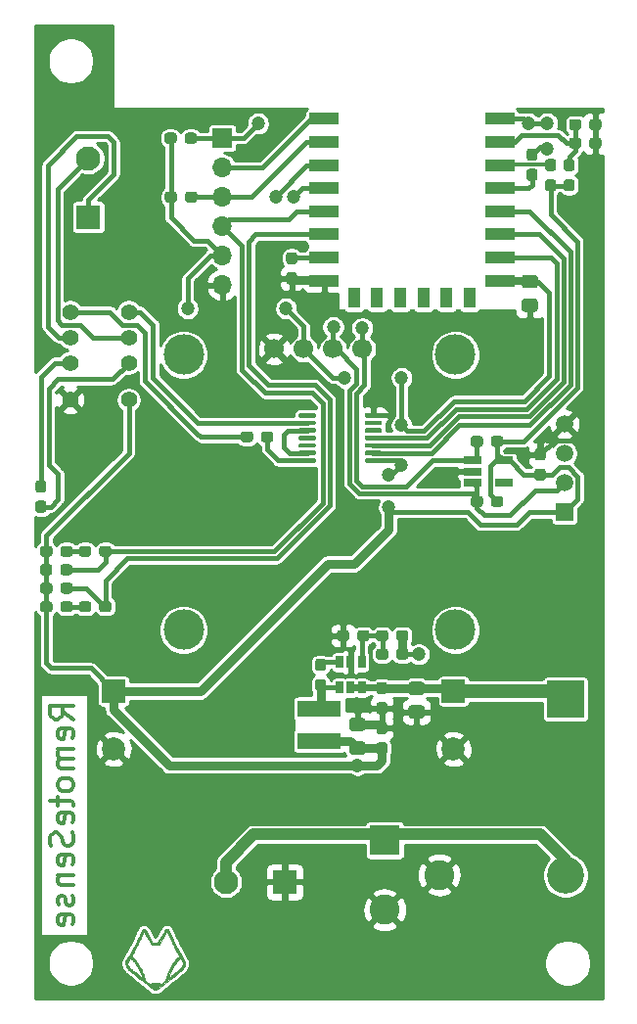
<source format=gbl>
%TF.GenerationSoftware,KiCad,Pcbnew,5.1.7-a382d34a8~87~ubuntu20.04.1*%
%TF.CreationDate,2020-10-13T21:54:27+02:00*%
%TF.ProjectId,RemoteSensorTx,52656d6f-7465-4536-956e-736f7254782e,rev?*%
%TF.SameCoordinates,Original*%
%TF.FileFunction,Copper,L2,Bot*%
%TF.FilePolarity,Positive*%
%FSLAX46Y46*%
G04 Gerber Fmt 4.6, Leading zero omitted, Abs format (unit mm)*
G04 Created by KiCad (PCBNEW 5.1.7-a382d34a8~87~ubuntu20.04.1) date 2020-10-13 21:54:27*
%MOMM*%
%LPD*%
G01*
G04 APERTURE LIST*
%TA.AperFunction,NonConductor*%
%ADD10C,0.300000*%
%TD*%
%TA.AperFunction,EtchedComponent*%
%ADD11C,0.010000*%
%TD*%
%TA.AperFunction,ComponentPad*%
%ADD12C,2.000000*%
%TD*%
%TA.AperFunction,ComponentPad*%
%ADD13R,2.000000X2.000000*%
%TD*%
%TA.AperFunction,ComponentPad*%
%ADD14C,2.100000*%
%TD*%
%TA.AperFunction,ComponentPad*%
%ADD15R,2.100000X2.100000*%
%TD*%
%TA.AperFunction,ComponentPad*%
%ADD16C,1.500000*%
%TD*%
%TA.AperFunction,ComponentPad*%
%ADD17R,1.500000X1.500000*%
%TD*%
%TA.AperFunction,ComponentPad*%
%ADD18C,1.700000*%
%TD*%
%TA.AperFunction,ComponentPad*%
%ADD19C,3.500000*%
%TD*%
%TA.AperFunction,ComponentPad*%
%ADD20C,1.400000*%
%TD*%
%TA.AperFunction,SMDPad,CuDef*%
%ADD21R,1.560000X0.650000*%
%TD*%
%TA.AperFunction,SMDPad,CuDef*%
%ADD22R,0.650000X1.060000*%
%TD*%
%TA.AperFunction,ComponentPad*%
%ADD23C,2.600000*%
%TD*%
%TA.AperFunction,ComponentPad*%
%ADD24R,2.600000X2.600000*%
%TD*%
%TA.AperFunction,SMDPad,CuDef*%
%ADD25R,2.500000X1.000000*%
%TD*%
%TA.AperFunction,SMDPad,CuDef*%
%ADD26R,1.000000X1.800000*%
%TD*%
%TA.AperFunction,SMDPad,CuDef*%
%ADD27R,3.800000X1.400000*%
%TD*%
%TA.AperFunction,ComponentPad*%
%ADD28O,1.700000X1.700000*%
%TD*%
%TA.AperFunction,ComponentPad*%
%ADD29R,1.700000X1.700000*%
%TD*%
%TA.AperFunction,ComponentPad*%
%ADD30O,3.200000X3.200000*%
%TD*%
%TA.AperFunction,ComponentPad*%
%ADD31R,3.200000X3.200000*%
%TD*%
%TA.AperFunction,ViaPad*%
%ADD32C,1.200000*%
%TD*%
%TA.AperFunction,Conductor*%
%ADD33C,0.800000*%
%TD*%
%TA.AperFunction,Conductor*%
%ADD34C,0.400000*%
%TD*%
%TA.AperFunction,Conductor*%
%ADD35C,1.000000*%
%TD*%
%TA.AperFunction,Conductor*%
%ADD36C,0.300000*%
%TD*%
%TA.AperFunction,Conductor*%
%ADD37C,0.600000*%
%TD*%
%TA.AperFunction,Conductor*%
%ADD38C,1.200000*%
%TD*%
%TA.AperFunction,Conductor*%
%ADD39C,0.700000*%
%TD*%
%TA.AperFunction,Conductor*%
%ADD40C,0.250000*%
%TD*%
%TA.AperFunction,Conductor*%
%ADD41C,0.100000*%
%TD*%
G04 APERTURE END LIST*
D10*
X113704761Y-115414285D02*
X112752380Y-114747619D01*
X113704761Y-114271428D02*
X111704761Y-114271428D01*
X111704761Y-115033333D01*
X111800000Y-115223809D01*
X111895238Y-115319047D01*
X112085714Y-115414285D01*
X112371428Y-115414285D01*
X112561904Y-115319047D01*
X112657142Y-115223809D01*
X112752380Y-115033333D01*
X112752380Y-114271428D01*
X113609523Y-117033333D02*
X113704761Y-116842857D01*
X113704761Y-116461904D01*
X113609523Y-116271428D01*
X113419047Y-116176190D01*
X112657142Y-116176190D01*
X112466666Y-116271428D01*
X112371428Y-116461904D01*
X112371428Y-116842857D01*
X112466666Y-117033333D01*
X112657142Y-117128571D01*
X112847619Y-117128571D01*
X113038095Y-116176190D01*
X113704761Y-117985714D02*
X112371428Y-117985714D01*
X112561904Y-117985714D02*
X112466666Y-118080952D01*
X112371428Y-118271428D01*
X112371428Y-118557142D01*
X112466666Y-118747619D01*
X112657142Y-118842857D01*
X113704761Y-118842857D01*
X112657142Y-118842857D02*
X112466666Y-118938095D01*
X112371428Y-119128571D01*
X112371428Y-119414285D01*
X112466666Y-119604761D01*
X112657142Y-119700000D01*
X113704761Y-119700000D01*
X113704761Y-120938095D02*
X113609523Y-120747619D01*
X113514285Y-120652380D01*
X113323809Y-120557142D01*
X112752380Y-120557142D01*
X112561904Y-120652380D01*
X112466666Y-120747619D01*
X112371428Y-120938095D01*
X112371428Y-121223809D01*
X112466666Y-121414285D01*
X112561904Y-121509523D01*
X112752380Y-121604761D01*
X113323809Y-121604761D01*
X113514285Y-121509523D01*
X113609523Y-121414285D01*
X113704761Y-121223809D01*
X113704761Y-120938095D01*
X112371428Y-122176190D02*
X112371428Y-122938095D01*
X111704761Y-122461904D02*
X113419047Y-122461904D01*
X113609523Y-122557142D01*
X113704761Y-122747619D01*
X113704761Y-122938095D01*
X113609523Y-124366666D02*
X113704761Y-124176190D01*
X113704761Y-123795238D01*
X113609523Y-123604761D01*
X113419047Y-123509523D01*
X112657142Y-123509523D01*
X112466666Y-123604761D01*
X112371428Y-123795238D01*
X112371428Y-124176190D01*
X112466666Y-124366666D01*
X112657142Y-124461904D01*
X112847619Y-124461904D01*
X113038095Y-123509523D01*
X113609523Y-125223809D02*
X113704761Y-125509523D01*
X113704761Y-125985714D01*
X113609523Y-126176190D01*
X113514285Y-126271428D01*
X113323809Y-126366666D01*
X113133333Y-126366666D01*
X112942857Y-126271428D01*
X112847619Y-126176190D01*
X112752380Y-125985714D01*
X112657142Y-125604761D01*
X112561904Y-125414285D01*
X112466666Y-125319047D01*
X112276190Y-125223809D01*
X112085714Y-125223809D01*
X111895238Y-125319047D01*
X111800000Y-125414285D01*
X111704761Y-125604761D01*
X111704761Y-126080952D01*
X111800000Y-126366666D01*
X113609523Y-127985714D02*
X113704761Y-127795238D01*
X113704761Y-127414285D01*
X113609523Y-127223809D01*
X113419047Y-127128571D01*
X112657142Y-127128571D01*
X112466666Y-127223809D01*
X112371428Y-127414285D01*
X112371428Y-127795238D01*
X112466666Y-127985714D01*
X112657142Y-128080952D01*
X112847619Y-128080952D01*
X113038095Y-127128571D01*
X112371428Y-128938095D02*
X113704761Y-128938095D01*
X112561904Y-128938095D02*
X112466666Y-129033333D01*
X112371428Y-129223809D01*
X112371428Y-129509523D01*
X112466666Y-129700000D01*
X112657142Y-129795238D01*
X113704761Y-129795238D01*
X113609523Y-130652380D02*
X113704761Y-130842857D01*
X113704761Y-131223809D01*
X113609523Y-131414285D01*
X113419047Y-131509523D01*
X113323809Y-131509523D01*
X113133333Y-131414285D01*
X113038095Y-131223809D01*
X113038095Y-130938095D01*
X112942857Y-130747619D01*
X112752380Y-130652380D01*
X112657142Y-130652380D01*
X112466666Y-130747619D01*
X112371428Y-130938095D01*
X112371428Y-131223809D01*
X112466666Y-131414285D01*
X113609523Y-133128571D02*
X113704761Y-132938095D01*
X113704761Y-132557142D01*
X113609523Y-132366666D01*
X113419047Y-132271428D01*
X112657142Y-132271428D01*
X112466666Y-132366666D01*
X112371428Y-132557142D01*
X112371428Y-132938095D01*
X112466666Y-133128571D01*
X112657142Y-133223809D01*
X112847619Y-133223809D01*
X113038095Y-132271428D01*
D11*
%TO.C,MARK1*%
G36*
X121665636Y-133626219D02*
G01*
X121643371Y-133654776D01*
X121616581Y-133694820D01*
X121590179Y-133738891D01*
X121583722Y-133750573D01*
X121569423Y-133776624D01*
X121545961Y-133818928D01*
X121514559Y-133875295D01*
X121476443Y-133943535D01*
X121432836Y-134021460D01*
X121384963Y-134106878D01*
X121334048Y-134197602D01*
X121281315Y-134291440D01*
X121277825Y-134297646D01*
X121017432Y-134760667D01*
X120582568Y-134760667D01*
X120322175Y-134297646D01*
X120269366Y-134203679D01*
X120218294Y-134112685D01*
X120170184Y-134026851D01*
X120126260Y-133948369D01*
X120087746Y-133879427D01*
X120055867Y-133822215D01*
X120031847Y-133778922D01*
X120016911Y-133751739D01*
X120016278Y-133750573D01*
X119990829Y-133706695D01*
X119963659Y-133664821D01*
X119939680Y-133632409D01*
X119934365Y-133626219D01*
X119897954Y-133585917D01*
X119711748Y-133585917D01*
X119680329Y-133628639D01*
X119669515Y-133646772D01*
X119650826Y-133682005D01*
X119625298Y-133732235D01*
X119593965Y-133795363D01*
X119557861Y-133869286D01*
X119518021Y-133951903D01*
X119475479Y-134041113D01*
X119434140Y-134128702D01*
X119360923Y-134284583D01*
X119295731Y-134423210D01*
X119237591Y-134546488D01*
X119185528Y-134656324D01*
X119138570Y-134754623D01*
X119095744Y-134843289D01*
X119056077Y-134924229D01*
X119018596Y-134999347D01*
X118982327Y-135070550D01*
X118946298Y-135139742D01*
X118909535Y-135208830D01*
X118871066Y-135279718D01*
X118829917Y-135354313D01*
X118785116Y-135434518D01*
X118735688Y-135522241D01*
X118680662Y-135619386D01*
X118619064Y-135727859D01*
X118603359Y-135755500D01*
X118233542Y-136406375D01*
X118230012Y-136524352D01*
X118228932Y-136579398D01*
X118230094Y-136619998D01*
X118234313Y-136652826D01*
X118242402Y-136684555D01*
X118253567Y-136717415D01*
X118299471Y-136826189D01*
X118356356Y-136925673D01*
X118427726Y-137021427D01*
X118486984Y-137087952D01*
X118503193Y-137102980D01*
X118534892Y-137130335D01*
X118581019Y-137169151D01*
X118640512Y-137218563D01*
X118712310Y-137277704D01*
X118795350Y-137345708D01*
X118888570Y-137421711D01*
X118990908Y-137504845D01*
X119101302Y-137594246D01*
X119218691Y-137689046D01*
X119342011Y-137788382D01*
X119470201Y-137891386D01*
X119602199Y-137997193D01*
X119606660Y-138000764D01*
X120662278Y-138845833D01*
X120802577Y-138845044D01*
X120942875Y-138844255D01*
X121983629Y-138010315D01*
X122114624Y-137905272D01*
X122241778Y-137803155D01*
X122364030Y-137704826D01*
X122480316Y-137611144D01*
X122589576Y-137522971D01*
X122690748Y-137441166D01*
X122782769Y-137366590D01*
X122864578Y-137300104D01*
X122935112Y-137242568D01*
X122993311Y-137194844D01*
X123038111Y-137157791D01*
X123068451Y-137132270D01*
X123082945Y-137119458D01*
X123126400Y-137073535D01*
X123173137Y-137018039D01*
X123218757Y-136958743D01*
X123258860Y-136901417D01*
X123289044Y-136851835D01*
X123293628Y-136843111D01*
X123310872Y-136805975D01*
X123330379Y-136759369D01*
X123346525Y-136717161D01*
X123358723Y-136680857D01*
X123366335Y-136649349D01*
X123370171Y-136615969D01*
X123371042Y-136574052D01*
X123370668Y-136556399D01*
X123218070Y-136556399D01*
X123206596Y-136601650D01*
X123184206Y-136656425D01*
X123152635Y-136717723D01*
X123113617Y-136782544D01*
X123068889Y-136847886D01*
X123020184Y-136910749D01*
X122969238Y-136968131D01*
X122947066Y-136990380D01*
X122932390Y-137003272D01*
X122903584Y-137027443D01*
X122862342Y-137061528D01*
X122810358Y-137104160D01*
X122749325Y-137153974D01*
X122680937Y-137209603D01*
X122606888Y-137269681D01*
X122528872Y-137332842D01*
X122448582Y-137397720D01*
X122367711Y-137462949D01*
X122287955Y-137527163D01*
X122211005Y-137588996D01*
X122138557Y-137647081D01*
X122072304Y-137700054D01*
X122013939Y-137746546D01*
X121965156Y-137785193D01*
X121927649Y-137814629D01*
X121903111Y-137833486D01*
X121893237Y-137840400D01*
X121893176Y-137840409D01*
X121895594Y-137831015D01*
X121903751Y-137805247D01*
X121916464Y-137766730D01*
X121932547Y-137719094D01*
X121937645Y-137704171D01*
X122005490Y-137521984D01*
X122086300Y-137332040D01*
X122177489Y-137139371D01*
X122276473Y-136949012D01*
X122380666Y-136765995D01*
X122487482Y-136595356D01*
X122565654Y-136481462D01*
X122607555Y-136426903D01*
X122657955Y-136367398D01*
X122713144Y-136306799D01*
X122769411Y-136248958D01*
X122823048Y-136197729D01*
X122870344Y-136156964D01*
X122897482Y-136136858D01*
X122929890Y-136115962D01*
X122955619Y-136100747D01*
X122969543Y-136094225D01*
X122970084Y-136094167D01*
X122977365Y-136102913D01*
X122993060Y-136127064D01*
X123015366Y-136163484D01*
X123042482Y-136209037D01*
X123072605Y-136260588D01*
X123103936Y-136315003D01*
X123134671Y-136369146D01*
X123163010Y-136419881D01*
X123187151Y-136464075D01*
X123205292Y-136498591D01*
X123215633Y-136520295D01*
X123216892Y-136523674D01*
X123218070Y-136556399D01*
X123370668Y-136556399D01*
X123369988Y-136524352D01*
X123366458Y-136406375D01*
X123095547Y-135929573D01*
X122881945Y-135929573D01*
X122874268Y-135939257D01*
X122851900Y-135954089D01*
X122819622Y-135970916D01*
X122818445Y-135971468D01*
X122789010Y-135987084D01*
X122758760Y-136007561D01*
X122724535Y-136035517D01*
X122683174Y-136073571D01*
X122631517Y-136124339D01*
X122620333Y-136135582D01*
X122523522Y-136240020D01*
X122430408Y-136354886D01*
X122339519Y-136482349D01*
X122249385Y-136624580D01*
X122158533Y-136783748D01*
X122082196Y-136928958D01*
X121996841Y-137101904D01*
X121923563Y-137261877D01*
X121861026Y-137412277D01*
X121807896Y-137556507D01*
X121762835Y-137697967D01*
X121724727Y-137839175D01*
X121710911Y-137894181D01*
X121698396Y-137942257D01*
X121688239Y-137979466D01*
X121681501Y-138001870D01*
X121679827Y-138006148D01*
X121669898Y-138016129D01*
X121645885Y-138037159D01*
X121610291Y-138067138D01*
X121565621Y-138103968D01*
X121514378Y-138145551D01*
X121493208Y-138162558D01*
X121429084Y-138213358D01*
X121379260Y-138251430D01*
X121342061Y-138277928D01*
X121315809Y-138294004D01*
X121298827Y-138300812D01*
X121292125Y-138300860D01*
X121271160Y-138295196D01*
X121237411Y-138286194D01*
X121202167Y-138276855D01*
X121179674Y-138271649D01*
X121154251Y-138267525D01*
X121123291Y-138264369D01*
X121084187Y-138262067D01*
X121034333Y-138260506D01*
X120971123Y-138259573D01*
X120891948Y-138259155D01*
X120794708Y-138259137D01*
X120699817Y-138259348D01*
X120623343Y-138259802D01*
X120562535Y-138260654D01*
X120514643Y-138262057D01*
X120476919Y-138264165D01*
X120446610Y-138267134D01*
X120420969Y-138271116D01*
X120397244Y-138276267D01*
X120372685Y-138282740D01*
X120372429Y-138282811D01*
X120330309Y-138293081D01*
X120297408Y-138298358D01*
X120278701Y-138297896D01*
X120277179Y-138297110D01*
X120239706Y-138267994D01*
X120195165Y-138232772D01*
X120146370Y-138193740D01*
X120096141Y-138153197D01*
X120047292Y-138113438D01*
X120002642Y-138076759D01*
X119965007Y-138045459D01*
X119937204Y-138021832D01*
X119922050Y-138008177D01*
X119920173Y-138006043D01*
X119915389Y-137991916D01*
X119906694Y-137961147D01*
X119895147Y-137917671D01*
X119881806Y-137865421D01*
X119875273Y-137839175D01*
X119873569Y-137832864D01*
X119698014Y-137832864D01*
X119696683Y-137832702D01*
X119686249Y-137824405D01*
X119660756Y-137804059D01*
X119621673Y-137772837D01*
X119570468Y-137731915D01*
X119508609Y-137682465D01*
X119437567Y-137625662D01*
X119358809Y-137562680D01*
X119273804Y-137494694D01*
X119184021Y-137422876D01*
X119180750Y-137420259D01*
X119067130Y-137329221D01*
X118968788Y-137250022D01*
X118884346Y-137181440D01*
X118812431Y-137122246D01*
X118751667Y-137071216D01*
X118700678Y-137027124D01*
X118658090Y-136988745D01*
X118622526Y-136954853D01*
X118592611Y-136924221D01*
X118566971Y-136895626D01*
X118544230Y-136867840D01*
X118523012Y-136839638D01*
X118512134Y-136824417D01*
X118473095Y-136764520D01*
X118439018Y-136703627D01*
X118411461Y-136645366D01*
X118391978Y-136593362D01*
X118382126Y-136551242D01*
X118383108Y-136523674D01*
X118390917Y-136506159D01*
X118407036Y-136474946D01*
X118429664Y-136433169D01*
X118457000Y-136383965D01*
X118487240Y-136330467D01*
X118518585Y-136275811D01*
X118549233Y-136223133D01*
X118577381Y-136175567D01*
X118601229Y-136136249D01*
X118618974Y-136108313D01*
X118628816Y-136094895D01*
X118629917Y-136094167D01*
X118642397Y-136099666D01*
X118667187Y-136114157D01*
X118699164Y-136134625D01*
X118702519Y-136136858D01*
X118743234Y-136168097D01*
X118792865Y-136212474D01*
X118847700Y-136266135D01*
X118904031Y-136325228D01*
X118958148Y-136385902D01*
X119006342Y-136444303D01*
X119034347Y-136481462D01*
X119141904Y-136640582D01*
X119248650Y-136815768D01*
X119352004Y-137001993D01*
X119449386Y-137194230D01*
X119538213Y-137387453D01*
X119615906Y-137576634D01*
X119662798Y-137705464D01*
X119678825Y-137754151D01*
X119690612Y-137793774D01*
X119697296Y-137821092D01*
X119698014Y-137832864D01*
X119873569Y-137832864D01*
X119836910Y-137697098D01*
X119791804Y-137555632D01*
X119738619Y-137411374D01*
X119676021Y-137260925D01*
X119602673Y-137100883D01*
X119517804Y-136928958D01*
X119425258Y-136754226D01*
X119334641Y-136598216D01*
X119244480Y-136458759D01*
X119153304Y-136333685D01*
X119059643Y-136220824D01*
X118979667Y-136135582D01*
X118925708Y-136082115D01*
X118882643Y-136041858D01*
X118847310Y-136012194D01*
X118816551Y-135990503D01*
X118787205Y-135974169D01*
X118781556Y-135971468D01*
X118749032Y-135954629D01*
X118726262Y-135939680D01*
X118718025Y-135929777D01*
X118718056Y-135929573D01*
X118723637Y-135918166D01*
X118738548Y-135890436D01*
X118761639Y-135848453D01*
X118791757Y-135794285D01*
X118827754Y-135729999D01*
X118868477Y-135657663D01*
X118912777Y-135579346D01*
X118921226Y-135564448D01*
X118973169Y-135472187D01*
X119021220Y-135385150D01*
X119066964Y-135300230D01*
X119111990Y-135214317D01*
X119157885Y-135124304D01*
X119206234Y-135027083D01*
X119258625Y-134919545D01*
X119316645Y-134798583D01*
X119374832Y-134676000D01*
X119423709Y-134572556D01*
X119471320Y-134471619D01*
X119516621Y-134375412D01*
X119558571Y-134286154D01*
X119596128Y-134206067D01*
X119628250Y-134137372D01*
X119653893Y-134082290D01*
X119672017Y-134043041D01*
X119677767Y-134030417D01*
X119702969Y-133975500D01*
X119730078Y-133917866D01*
X119755093Y-133865963D01*
X119767678Y-133840601D01*
X119807408Y-133761910D01*
X119826968Y-133787684D01*
X119838303Y-133805586D01*
X119857123Y-133838584D01*
X119881345Y-133882892D01*
X119908890Y-133934724D01*
X119928391Y-133972208D01*
X119956240Y-134025649D01*
X119981396Y-134072868D01*
X120002006Y-134110471D01*
X120016221Y-134135066D01*
X120021481Y-134142841D01*
X120028917Y-134154369D01*
X120045523Y-134182393D01*
X120070160Y-134224922D01*
X120101691Y-134279966D01*
X120138977Y-134345533D01*
X120180881Y-134419633D01*
X120226263Y-134500275D01*
X120249667Y-134542004D01*
X120466625Y-134929285D01*
X120526963Y-134929642D01*
X120573737Y-134926844D01*
X120624833Y-134919326D01*
X120648249Y-134914125D01*
X120708806Y-134903598D01*
X120780677Y-134899058D01*
X120854872Y-134900503D01*
X120922402Y-134907934D01*
X120951751Y-134914125D01*
X120998766Y-134923326D01*
X121049788Y-134928873D01*
X121073037Y-134929642D01*
X121133375Y-134929285D01*
X121350333Y-134542004D01*
X121397017Y-134458861D01*
X121440786Y-134381273D01*
X121480500Y-134311233D01*
X121515022Y-134250731D01*
X121543214Y-134201757D01*
X121563938Y-134166304D01*
X121576056Y-134146361D01*
X121578519Y-134142841D01*
X121586927Y-134129824D01*
X121603075Y-134101333D01*
X121625114Y-134060762D01*
X121651190Y-134011503D01*
X121671610Y-133972208D01*
X121700223Y-133917429D01*
X121726925Y-133867608D01*
X121749633Y-133826531D01*
X121766268Y-133797985D01*
X121773032Y-133787684D01*
X121792592Y-133761910D01*
X121832322Y-133840601D01*
X121854072Y-133884806D01*
X121880372Y-133939926D01*
X121907218Y-133997511D01*
X121922233Y-134030417D01*
X121936353Y-134061225D01*
X121958496Y-134108939D01*
X121987620Y-134171339D01*
X122022682Y-134246203D01*
X122062641Y-134331310D01*
X122106455Y-134424439D01*
X122153081Y-134523369D01*
X122201476Y-134625880D01*
X122225169Y-134676000D01*
X122289593Y-134811661D01*
X122346965Y-134931108D01*
X122398870Y-135037447D01*
X122446895Y-135133789D01*
X122492628Y-135223240D01*
X122537655Y-135308908D01*
X122583563Y-135393903D01*
X122631938Y-135481331D01*
X122678774Y-135564448D01*
X122723606Y-135643641D01*
X122765074Y-135717232D01*
X122802027Y-135783154D01*
X122833313Y-135839340D01*
X122857783Y-135883720D01*
X122874286Y-135914227D01*
X122881670Y-135928794D01*
X122881945Y-135929573D01*
X123095547Y-135929573D01*
X122996641Y-135755500D01*
X122933339Y-135644056D01*
X122876840Y-135544393D01*
X122826170Y-135454604D01*
X122780358Y-135372786D01*
X122738430Y-135297031D01*
X122699412Y-135225435D01*
X122662332Y-135156092D01*
X122626217Y-135087097D01*
X122590093Y-135016544D01*
X122552988Y-134942528D01*
X122513928Y-134863144D01*
X122471941Y-134776486D01*
X122426053Y-134680648D01*
X122375291Y-134573725D01*
X122318682Y-134453812D01*
X122255253Y-134319004D01*
X122184031Y-134167394D01*
X122165861Y-134128702D01*
X122121728Y-134035225D01*
X122079328Y-133946375D01*
X122039697Y-133864253D01*
X122003868Y-133790960D01*
X121972877Y-133728598D01*
X121947757Y-133679268D01*
X121929543Y-133645071D01*
X121919671Y-133628639D01*
X121888252Y-133585917D01*
X121702047Y-133585917D01*
X121665636Y-133626219D01*
G37*
X121665636Y-133626219D02*
X121643371Y-133654776D01*
X121616581Y-133694820D01*
X121590179Y-133738891D01*
X121583722Y-133750573D01*
X121569423Y-133776624D01*
X121545961Y-133818928D01*
X121514559Y-133875295D01*
X121476443Y-133943535D01*
X121432836Y-134021460D01*
X121384963Y-134106878D01*
X121334048Y-134197602D01*
X121281315Y-134291440D01*
X121277825Y-134297646D01*
X121017432Y-134760667D01*
X120582568Y-134760667D01*
X120322175Y-134297646D01*
X120269366Y-134203679D01*
X120218294Y-134112685D01*
X120170184Y-134026851D01*
X120126260Y-133948369D01*
X120087746Y-133879427D01*
X120055867Y-133822215D01*
X120031847Y-133778922D01*
X120016911Y-133751739D01*
X120016278Y-133750573D01*
X119990829Y-133706695D01*
X119963659Y-133664821D01*
X119939680Y-133632409D01*
X119934365Y-133626219D01*
X119897954Y-133585917D01*
X119711748Y-133585917D01*
X119680329Y-133628639D01*
X119669515Y-133646772D01*
X119650826Y-133682005D01*
X119625298Y-133732235D01*
X119593965Y-133795363D01*
X119557861Y-133869286D01*
X119518021Y-133951903D01*
X119475479Y-134041113D01*
X119434140Y-134128702D01*
X119360923Y-134284583D01*
X119295731Y-134423210D01*
X119237591Y-134546488D01*
X119185528Y-134656324D01*
X119138570Y-134754623D01*
X119095744Y-134843289D01*
X119056077Y-134924229D01*
X119018596Y-134999347D01*
X118982327Y-135070550D01*
X118946298Y-135139742D01*
X118909535Y-135208830D01*
X118871066Y-135279718D01*
X118829917Y-135354313D01*
X118785116Y-135434518D01*
X118735688Y-135522241D01*
X118680662Y-135619386D01*
X118619064Y-135727859D01*
X118603359Y-135755500D01*
X118233542Y-136406375D01*
X118230012Y-136524352D01*
X118228932Y-136579398D01*
X118230094Y-136619998D01*
X118234313Y-136652826D01*
X118242402Y-136684555D01*
X118253567Y-136717415D01*
X118299471Y-136826189D01*
X118356356Y-136925673D01*
X118427726Y-137021427D01*
X118486984Y-137087952D01*
X118503193Y-137102980D01*
X118534892Y-137130335D01*
X118581019Y-137169151D01*
X118640512Y-137218563D01*
X118712310Y-137277704D01*
X118795350Y-137345708D01*
X118888570Y-137421711D01*
X118990908Y-137504845D01*
X119101302Y-137594246D01*
X119218691Y-137689046D01*
X119342011Y-137788382D01*
X119470201Y-137891386D01*
X119602199Y-137997193D01*
X119606660Y-138000764D01*
X120662278Y-138845833D01*
X120802577Y-138845044D01*
X120942875Y-138844255D01*
X121983629Y-138010315D01*
X122114624Y-137905272D01*
X122241778Y-137803155D01*
X122364030Y-137704826D01*
X122480316Y-137611144D01*
X122589576Y-137522971D01*
X122690748Y-137441166D01*
X122782769Y-137366590D01*
X122864578Y-137300104D01*
X122935112Y-137242568D01*
X122993311Y-137194844D01*
X123038111Y-137157791D01*
X123068451Y-137132270D01*
X123082945Y-137119458D01*
X123126400Y-137073535D01*
X123173137Y-137018039D01*
X123218757Y-136958743D01*
X123258860Y-136901417D01*
X123289044Y-136851835D01*
X123293628Y-136843111D01*
X123310872Y-136805975D01*
X123330379Y-136759369D01*
X123346525Y-136717161D01*
X123358723Y-136680857D01*
X123366335Y-136649349D01*
X123370171Y-136615969D01*
X123371042Y-136574052D01*
X123370668Y-136556399D01*
X123218070Y-136556399D01*
X123206596Y-136601650D01*
X123184206Y-136656425D01*
X123152635Y-136717723D01*
X123113617Y-136782544D01*
X123068889Y-136847886D01*
X123020184Y-136910749D01*
X122969238Y-136968131D01*
X122947066Y-136990380D01*
X122932390Y-137003272D01*
X122903584Y-137027443D01*
X122862342Y-137061528D01*
X122810358Y-137104160D01*
X122749325Y-137153974D01*
X122680937Y-137209603D01*
X122606888Y-137269681D01*
X122528872Y-137332842D01*
X122448582Y-137397720D01*
X122367711Y-137462949D01*
X122287955Y-137527163D01*
X122211005Y-137588996D01*
X122138557Y-137647081D01*
X122072304Y-137700054D01*
X122013939Y-137746546D01*
X121965156Y-137785193D01*
X121927649Y-137814629D01*
X121903111Y-137833486D01*
X121893237Y-137840400D01*
X121893176Y-137840409D01*
X121895594Y-137831015D01*
X121903751Y-137805247D01*
X121916464Y-137766730D01*
X121932547Y-137719094D01*
X121937645Y-137704171D01*
X122005490Y-137521984D01*
X122086300Y-137332040D01*
X122177489Y-137139371D01*
X122276473Y-136949012D01*
X122380666Y-136765995D01*
X122487482Y-136595356D01*
X122565654Y-136481462D01*
X122607555Y-136426903D01*
X122657955Y-136367398D01*
X122713144Y-136306799D01*
X122769411Y-136248958D01*
X122823048Y-136197729D01*
X122870344Y-136156964D01*
X122897482Y-136136858D01*
X122929890Y-136115962D01*
X122955619Y-136100747D01*
X122969543Y-136094225D01*
X122970084Y-136094167D01*
X122977365Y-136102913D01*
X122993060Y-136127064D01*
X123015366Y-136163484D01*
X123042482Y-136209037D01*
X123072605Y-136260588D01*
X123103936Y-136315003D01*
X123134671Y-136369146D01*
X123163010Y-136419881D01*
X123187151Y-136464075D01*
X123205292Y-136498591D01*
X123215633Y-136520295D01*
X123216892Y-136523674D01*
X123218070Y-136556399D01*
X123370668Y-136556399D01*
X123369988Y-136524352D01*
X123366458Y-136406375D01*
X123095547Y-135929573D01*
X122881945Y-135929573D01*
X122874268Y-135939257D01*
X122851900Y-135954089D01*
X122819622Y-135970916D01*
X122818445Y-135971468D01*
X122789010Y-135987084D01*
X122758760Y-136007561D01*
X122724535Y-136035517D01*
X122683174Y-136073571D01*
X122631517Y-136124339D01*
X122620333Y-136135582D01*
X122523522Y-136240020D01*
X122430408Y-136354886D01*
X122339519Y-136482349D01*
X122249385Y-136624580D01*
X122158533Y-136783748D01*
X122082196Y-136928958D01*
X121996841Y-137101904D01*
X121923563Y-137261877D01*
X121861026Y-137412277D01*
X121807896Y-137556507D01*
X121762835Y-137697967D01*
X121724727Y-137839175D01*
X121710911Y-137894181D01*
X121698396Y-137942257D01*
X121688239Y-137979466D01*
X121681501Y-138001870D01*
X121679827Y-138006148D01*
X121669898Y-138016129D01*
X121645885Y-138037159D01*
X121610291Y-138067138D01*
X121565621Y-138103968D01*
X121514378Y-138145551D01*
X121493208Y-138162558D01*
X121429084Y-138213358D01*
X121379260Y-138251430D01*
X121342061Y-138277928D01*
X121315809Y-138294004D01*
X121298827Y-138300812D01*
X121292125Y-138300860D01*
X121271160Y-138295196D01*
X121237411Y-138286194D01*
X121202167Y-138276855D01*
X121179674Y-138271649D01*
X121154251Y-138267525D01*
X121123291Y-138264369D01*
X121084187Y-138262067D01*
X121034333Y-138260506D01*
X120971123Y-138259573D01*
X120891948Y-138259155D01*
X120794708Y-138259137D01*
X120699817Y-138259348D01*
X120623343Y-138259802D01*
X120562535Y-138260654D01*
X120514643Y-138262057D01*
X120476919Y-138264165D01*
X120446610Y-138267134D01*
X120420969Y-138271116D01*
X120397244Y-138276267D01*
X120372685Y-138282740D01*
X120372429Y-138282811D01*
X120330309Y-138293081D01*
X120297408Y-138298358D01*
X120278701Y-138297896D01*
X120277179Y-138297110D01*
X120239706Y-138267994D01*
X120195165Y-138232772D01*
X120146370Y-138193740D01*
X120096141Y-138153197D01*
X120047292Y-138113438D01*
X120002642Y-138076759D01*
X119965007Y-138045459D01*
X119937204Y-138021832D01*
X119922050Y-138008177D01*
X119920173Y-138006043D01*
X119915389Y-137991916D01*
X119906694Y-137961147D01*
X119895147Y-137917671D01*
X119881806Y-137865421D01*
X119875273Y-137839175D01*
X119873569Y-137832864D01*
X119698014Y-137832864D01*
X119696683Y-137832702D01*
X119686249Y-137824405D01*
X119660756Y-137804059D01*
X119621673Y-137772837D01*
X119570468Y-137731915D01*
X119508609Y-137682465D01*
X119437567Y-137625662D01*
X119358809Y-137562680D01*
X119273804Y-137494694D01*
X119184021Y-137422876D01*
X119180750Y-137420259D01*
X119067130Y-137329221D01*
X118968788Y-137250022D01*
X118884346Y-137181440D01*
X118812431Y-137122246D01*
X118751667Y-137071216D01*
X118700678Y-137027124D01*
X118658090Y-136988745D01*
X118622526Y-136954853D01*
X118592611Y-136924221D01*
X118566971Y-136895626D01*
X118544230Y-136867840D01*
X118523012Y-136839638D01*
X118512134Y-136824417D01*
X118473095Y-136764520D01*
X118439018Y-136703627D01*
X118411461Y-136645366D01*
X118391978Y-136593362D01*
X118382126Y-136551242D01*
X118383108Y-136523674D01*
X118390917Y-136506159D01*
X118407036Y-136474946D01*
X118429664Y-136433169D01*
X118457000Y-136383965D01*
X118487240Y-136330467D01*
X118518585Y-136275811D01*
X118549233Y-136223133D01*
X118577381Y-136175567D01*
X118601229Y-136136249D01*
X118618974Y-136108313D01*
X118628816Y-136094895D01*
X118629917Y-136094167D01*
X118642397Y-136099666D01*
X118667187Y-136114157D01*
X118699164Y-136134625D01*
X118702519Y-136136858D01*
X118743234Y-136168097D01*
X118792865Y-136212474D01*
X118847700Y-136266135D01*
X118904031Y-136325228D01*
X118958148Y-136385902D01*
X119006342Y-136444303D01*
X119034347Y-136481462D01*
X119141904Y-136640582D01*
X119248650Y-136815768D01*
X119352004Y-137001993D01*
X119449386Y-137194230D01*
X119538213Y-137387453D01*
X119615906Y-137576634D01*
X119662798Y-137705464D01*
X119678825Y-137754151D01*
X119690612Y-137793774D01*
X119697296Y-137821092D01*
X119698014Y-137832864D01*
X119873569Y-137832864D01*
X119836910Y-137697098D01*
X119791804Y-137555632D01*
X119738619Y-137411374D01*
X119676021Y-137260925D01*
X119602673Y-137100883D01*
X119517804Y-136928958D01*
X119425258Y-136754226D01*
X119334641Y-136598216D01*
X119244480Y-136458759D01*
X119153304Y-136333685D01*
X119059643Y-136220824D01*
X118979667Y-136135582D01*
X118925708Y-136082115D01*
X118882643Y-136041858D01*
X118847310Y-136012194D01*
X118816551Y-135990503D01*
X118787205Y-135974169D01*
X118781556Y-135971468D01*
X118749032Y-135954629D01*
X118726262Y-135939680D01*
X118718025Y-135929777D01*
X118718056Y-135929573D01*
X118723637Y-135918166D01*
X118738548Y-135890436D01*
X118761639Y-135848453D01*
X118791757Y-135794285D01*
X118827754Y-135729999D01*
X118868477Y-135657663D01*
X118912777Y-135579346D01*
X118921226Y-135564448D01*
X118973169Y-135472187D01*
X119021220Y-135385150D01*
X119066964Y-135300230D01*
X119111990Y-135214317D01*
X119157885Y-135124304D01*
X119206234Y-135027083D01*
X119258625Y-134919545D01*
X119316645Y-134798583D01*
X119374832Y-134676000D01*
X119423709Y-134572556D01*
X119471320Y-134471619D01*
X119516621Y-134375412D01*
X119558571Y-134286154D01*
X119596128Y-134206067D01*
X119628250Y-134137372D01*
X119653893Y-134082290D01*
X119672017Y-134043041D01*
X119677767Y-134030417D01*
X119702969Y-133975500D01*
X119730078Y-133917866D01*
X119755093Y-133865963D01*
X119767678Y-133840601D01*
X119807408Y-133761910D01*
X119826968Y-133787684D01*
X119838303Y-133805586D01*
X119857123Y-133838584D01*
X119881345Y-133882892D01*
X119908890Y-133934724D01*
X119928391Y-133972208D01*
X119956240Y-134025649D01*
X119981396Y-134072868D01*
X120002006Y-134110471D01*
X120016221Y-134135066D01*
X120021481Y-134142841D01*
X120028917Y-134154369D01*
X120045523Y-134182393D01*
X120070160Y-134224922D01*
X120101691Y-134279966D01*
X120138977Y-134345533D01*
X120180881Y-134419633D01*
X120226263Y-134500275D01*
X120249667Y-134542004D01*
X120466625Y-134929285D01*
X120526963Y-134929642D01*
X120573737Y-134926844D01*
X120624833Y-134919326D01*
X120648249Y-134914125D01*
X120708806Y-134903598D01*
X120780677Y-134899058D01*
X120854872Y-134900503D01*
X120922402Y-134907934D01*
X120951751Y-134914125D01*
X120998766Y-134923326D01*
X121049788Y-134928873D01*
X121073037Y-134929642D01*
X121133375Y-134929285D01*
X121350333Y-134542004D01*
X121397017Y-134458861D01*
X121440786Y-134381273D01*
X121480500Y-134311233D01*
X121515022Y-134250731D01*
X121543214Y-134201757D01*
X121563938Y-134166304D01*
X121576056Y-134146361D01*
X121578519Y-134142841D01*
X121586927Y-134129824D01*
X121603075Y-134101333D01*
X121625114Y-134060762D01*
X121651190Y-134011503D01*
X121671610Y-133972208D01*
X121700223Y-133917429D01*
X121726925Y-133867608D01*
X121749633Y-133826531D01*
X121766268Y-133797985D01*
X121773032Y-133787684D01*
X121792592Y-133761910D01*
X121832322Y-133840601D01*
X121854072Y-133884806D01*
X121880372Y-133939926D01*
X121907218Y-133997511D01*
X121922233Y-134030417D01*
X121936353Y-134061225D01*
X121958496Y-134108939D01*
X121987620Y-134171339D01*
X122022682Y-134246203D01*
X122062641Y-134331310D01*
X122106455Y-134424439D01*
X122153081Y-134523369D01*
X122201476Y-134625880D01*
X122225169Y-134676000D01*
X122289593Y-134811661D01*
X122346965Y-134931108D01*
X122398870Y-135037447D01*
X122446895Y-135133789D01*
X122492628Y-135223240D01*
X122537655Y-135308908D01*
X122583563Y-135393903D01*
X122631938Y-135481331D01*
X122678774Y-135564448D01*
X122723606Y-135643641D01*
X122765074Y-135717232D01*
X122802027Y-135783154D01*
X122833313Y-135839340D01*
X122857783Y-135883720D01*
X122874286Y-135914227D01*
X122881670Y-135928794D01*
X122881945Y-135929573D01*
X123095547Y-135929573D01*
X122996641Y-135755500D01*
X122933339Y-135644056D01*
X122876840Y-135544393D01*
X122826170Y-135454604D01*
X122780358Y-135372786D01*
X122738430Y-135297031D01*
X122699412Y-135225435D01*
X122662332Y-135156092D01*
X122626217Y-135087097D01*
X122590093Y-135016544D01*
X122552988Y-134942528D01*
X122513928Y-134863144D01*
X122471941Y-134776486D01*
X122426053Y-134680648D01*
X122375291Y-134573725D01*
X122318682Y-134453812D01*
X122255253Y-134319004D01*
X122184031Y-134167394D01*
X122165861Y-134128702D01*
X122121728Y-134035225D01*
X122079328Y-133946375D01*
X122039697Y-133864253D01*
X122003868Y-133790960D01*
X121972877Y-133728598D01*
X121947757Y-133679268D01*
X121929543Y-133645071D01*
X121919671Y-133628639D01*
X121888252Y-133585917D01*
X121702047Y-133585917D01*
X121665636Y-133626219D01*
%TD*%
D12*
%TO.P,C7,2*%
%TO.N,GND*%
X117200000Y-118000000D03*
D13*
%TO.P,C7,1*%
%TO.N,+3V3*%
X117200000Y-113000000D03*
%TD*%
D12*
%TO.P,C1,2*%
%TO.N,GND*%
X146600000Y-118000000D03*
D13*
%TO.P,C1,1*%
%TO.N,+12V*%
X146600000Y-113000000D03*
%TD*%
D14*
%TO.P,J3,2*%
%TO.N,Net-(J3-Pad2)*%
X115000000Y-66920000D03*
D15*
%TO.P,J3,1*%
%TO.N,Net-(J3-Pad1)*%
X115000000Y-72000000D03*
%TD*%
%TO.P,C11,2*%
%TO.N,GND*%
%TA.AperFunction,SMDPad,CuDef*%
G36*
G01*
X154337500Y-93050000D02*
X153862500Y-93050000D01*
G75*
G02*
X153625000Y-92812500I0J237500D01*
G01*
X153625000Y-92237500D01*
G75*
G02*
X153862500Y-92000000I237500J0D01*
G01*
X154337500Y-92000000D01*
G75*
G02*
X154575000Y-92237500I0J-237500D01*
G01*
X154575000Y-92812500D01*
G75*
G02*
X154337500Y-93050000I-237500J0D01*
G01*
G37*
%TD.AperFunction*%
%TO.P,C11,1*%
%TO.N,+3V3*%
%TA.AperFunction,SMDPad,CuDef*%
G36*
G01*
X154337500Y-94800000D02*
X153862500Y-94800000D01*
G75*
G02*
X153625000Y-94562500I0J237500D01*
G01*
X153625000Y-93987500D01*
G75*
G02*
X153862500Y-93750000I237500J0D01*
G01*
X154337500Y-93750000D01*
G75*
G02*
X154575000Y-93987500I0J-237500D01*
G01*
X154575000Y-94562500D01*
G75*
G02*
X154337500Y-94800000I-237500J0D01*
G01*
G37*
%TD.AperFunction*%
%TD*%
D16*
%TO.P,U2,4*%
%TO.N,GND*%
X156200000Y-89900000D03*
%TO.P,U2,3*%
%TO.N,Net-(U2-Pad3)*%
X156200000Y-92440000D03*
%TO.P,U2,2*%
%TO.N,/DHT22_SCL*%
X156200000Y-94980000D03*
D17*
%TO.P,U2,1*%
%TO.N,+3V3*%
X156200000Y-97520000D03*
%TD*%
D18*
%TO.P,U6,4*%
%TO.N,/SDA*%
X138710000Y-83400000D03*
%TO.P,U6,3*%
%TO.N,/DHT22_SCL*%
X136170000Y-83400000D03*
%TO.P,U6,2*%
%TO.N,+3V3*%
X133630000Y-83400000D03*
%TO.P,U6,1*%
%TO.N,GND*%
X131090000Y-83400000D03*
D19*
%TO.P,U6,*%
%TO.N,*%
X123250000Y-107700000D03*
X146750000Y-107700000D03*
X123250000Y-83900000D03*
X146750000Y-83900000D03*
%TD*%
%TO.P,TH2,2*%
%TO.N,GND*%
%TA.AperFunction,SMDPad,CuDef*%
G36*
G01*
X158350000Y-64237500D02*
X158350000Y-63762500D01*
G75*
G02*
X158587500Y-63525000I237500J0D01*
G01*
X159162500Y-63525000D01*
G75*
G02*
X159400000Y-63762500I0J-237500D01*
G01*
X159400000Y-64237500D01*
G75*
G02*
X159162500Y-64475000I-237500J0D01*
G01*
X158587500Y-64475000D01*
G75*
G02*
X158350000Y-64237500I0J237500D01*
G01*
G37*
%TD.AperFunction*%
%TO.P,TH2,1*%
%TO.N,/ADC*%
%TA.AperFunction,SMDPad,CuDef*%
G36*
G01*
X156600000Y-64237500D02*
X156600000Y-63762500D01*
G75*
G02*
X156837500Y-63525000I237500J0D01*
G01*
X157412500Y-63525000D01*
G75*
G02*
X157650000Y-63762500I0J-237500D01*
G01*
X157650000Y-64237500D01*
G75*
G02*
X157412500Y-64475000I-237500J0D01*
G01*
X156837500Y-64475000D01*
G75*
G02*
X156600000Y-64237500I0J237500D01*
G01*
G37*
%TD.AperFunction*%
%TD*%
%TO.P,R15,2*%
%TO.N,/ADC*%
%TA.AperFunction,SMDPad,CuDef*%
G36*
G01*
X156837500Y-68025000D02*
X156362500Y-68025000D01*
G75*
G02*
X156125000Y-67787500I0J237500D01*
G01*
X156125000Y-67212500D01*
G75*
G02*
X156362500Y-66975000I237500J0D01*
G01*
X156837500Y-66975000D01*
G75*
G02*
X157075000Y-67212500I0J-237500D01*
G01*
X157075000Y-67787500D01*
G75*
G02*
X156837500Y-68025000I-237500J0D01*
G01*
G37*
%TD.AperFunction*%
%TO.P,R15,1*%
%TO.N,+3V3*%
%TA.AperFunction,SMDPad,CuDef*%
G36*
G01*
X156837500Y-69775000D02*
X156362500Y-69775000D01*
G75*
G02*
X156125000Y-69537500I0J237500D01*
G01*
X156125000Y-68962500D01*
G75*
G02*
X156362500Y-68725000I237500J0D01*
G01*
X156837500Y-68725000D01*
G75*
G02*
X157075000Y-68962500I0J-237500D01*
G01*
X157075000Y-69537500D01*
G75*
G02*
X156837500Y-69775000I-237500J0D01*
G01*
G37*
%TD.AperFunction*%
%TD*%
%TO.P,C10,2*%
%TO.N,GND*%
%TA.AperFunction,SMDPad,CuDef*%
G36*
G01*
X158350000Y-65837500D02*
X158350000Y-65362500D01*
G75*
G02*
X158587500Y-65125000I237500J0D01*
G01*
X159162500Y-65125000D01*
G75*
G02*
X159400000Y-65362500I0J-237500D01*
G01*
X159400000Y-65837500D01*
G75*
G02*
X159162500Y-66075000I-237500J0D01*
G01*
X158587500Y-66075000D01*
G75*
G02*
X158350000Y-65837500I0J237500D01*
G01*
G37*
%TD.AperFunction*%
%TO.P,C10,1*%
%TO.N,/ADC*%
%TA.AperFunction,SMDPad,CuDef*%
G36*
G01*
X156600000Y-65837500D02*
X156600000Y-65362500D01*
G75*
G02*
X156837500Y-65125000I237500J0D01*
G01*
X157412500Y-65125000D01*
G75*
G02*
X157650000Y-65362500I0J-237500D01*
G01*
X157650000Y-65837500D01*
G75*
G02*
X157412500Y-66075000I-237500J0D01*
G01*
X156837500Y-66075000D01*
G75*
G02*
X156600000Y-65837500I0J237500D01*
G01*
G37*
%TD.AperFunction*%
%TD*%
%TO.P,C9,2*%
%TO.N,GND*%
%TA.AperFunction,SMDPad,CuDef*%
G36*
G01*
X152749999Y-79050000D02*
X153650001Y-79050000D01*
G75*
G02*
X153900000Y-79299999I0J-249999D01*
G01*
X153900000Y-79950001D01*
G75*
G02*
X153650001Y-80200000I-249999J0D01*
G01*
X152749999Y-80200000D01*
G75*
G02*
X152500000Y-79950001I0J249999D01*
G01*
X152500000Y-79299999D01*
G75*
G02*
X152749999Y-79050000I249999J0D01*
G01*
G37*
%TD.AperFunction*%
%TO.P,C9,1*%
%TO.N,+3V3*%
%TA.AperFunction,SMDPad,CuDef*%
G36*
G01*
X152749999Y-77000000D02*
X153650001Y-77000000D01*
G75*
G02*
X153900000Y-77249999I0J-249999D01*
G01*
X153900000Y-77900001D01*
G75*
G02*
X153650001Y-78150000I-249999J0D01*
G01*
X152749999Y-78150000D01*
G75*
G02*
X152500000Y-77900001I0J249999D01*
G01*
X152500000Y-77249999D01*
G75*
G02*
X152749999Y-77000000I249999J0D01*
G01*
G37*
%TD.AperFunction*%
%TD*%
%TO.P,TH1,2*%
%TO.N,Net-(K1-Pad7)*%
%TA.AperFunction,SMDPad,CuDef*%
G36*
G01*
X111137500Y-95825000D02*
X110662500Y-95825000D01*
G75*
G02*
X110425000Y-95587500I0J237500D01*
G01*
X110425000Y-95012500D01*
G75*
G02*
X110662500Y-94775000I237500J0D01*
G01*
X111137500Y-94775000D01*
G75*
G02*
X111375000Y-95012500I0J-237500D01*
G01*
X111375000Y-95587500D01*
G75*
G02*
X111137500Y-95825000I-237500J0D01*
G01*
G37*
%TD.AperFunction*%
%TO.P,TH1,1*%
%TO.N,Net-(K1-Pad2)*%
%TA.AperFunction,SMDPad,CuDef*%
G36*
G01*
X111137500Y-97575000D02*
X110662500Y-97575000D01*
G75*
G02*
X110425000Y-97337500I0J237500D01*
G01*
X110425000Y-96762500D01*
G75*
G02*
X110662500Y-96525000I237500J0D01*
G01*
X111137500Y-96525000D01*
G75*
G02*
X111375000Y-96762500I0J-237500D01*
G01*
X111375000Y-97337500D01*
G75*
G02*
X111137500Y-97575000I-237500J0D01*
G01*
G37*
%TD.AperFunction*%
%TD*%
%TO.P,R14,2*%
%TO.N,/TC_HIGH*%
%TA.AperFunction,SMDPad,CuDef*%
G36*
G01*
X129250000Y-90762500D02*
X129250000Y-91237500D01*
G75*
G02*
X129012500Y-91475000I-237500J0D01*
G01*
X128437500Y-91475000D01*
G75*
G02*
X128200000Y-91237500I0J237500D01*
G01*
X128200000Y-90762500D01*
G75*
G02*
X128437500Y-90525000I237500J0D01*
G01*
X129012500Y-90525000D01*
G75*
G02*
X129250000Y-90762500I0J-237500D01*
G01*
G37*
%TD.AperFunction*%
%TO.P,R14,1*%
%TO.N,Net-(R14-Pad1)*%
%TA.AperFunction,SMDPad,CuDef*%
G36*
G01*
X131000000Y-90762500D02*
X131000000Y-91237500D01*
G75*
G02*
X130762500Y-91475000I-237500J0D01*
G01*
X130187500Y-91475000D01*
G75*
G02*
X129950000Y-91237500I0J237500D01*
G01*
X129950000Y-90762500D01*
G75*
G02*
X130187500Y-90525000I237500J0D01*
G01*
X130762500Y-90525000D01*
G75*
G02*
X131000000Y-90762500I0J-237500D01*
G01*
G37*
%TD.AperFunction*%
%TD*%
D20*
%TO.P,K1,5*%
%TO.N,/TC_HIGH*%
X113420000Y-80200000D03*
%TO.P,K1,6*%
%TO.N,Net-(J3-Pad1)*%
X113420000Y-82400000D03*
%TO.P,K1,7*%
%TO.N,Net-(K1-Pad7)*%
X113420000Y-84600000D03*
%TO.P,K1,4*%
%TO.N,/TC_LOW*%
X118500000Y-80200000D03*
%TO.P,K1,3*%
%TO.N,Net-(J3-Pad2)*%
X118500000Y-82400000D03*
%TO.P,K1,2*%
%TO.N,Net-(K1-Pad2)*%
X118500000Y-84600000D03*
%TO.P,K1,8*%
%TO.N,GND*%
X113420000Y-87800000D03*
%TO.P,K1,1*%
%TO.N,+3V3*%
X118500000Y-87800000D03*
%TD*%
D21*
%TO.P,U5,5*%
%TO.N,Net-(U5-Pad5)*%
X150950000Y-94950000D03*
%TO.P,U5,4*%
%TO.N,+3V3*%
X150950000Y-93050000D03*
%TO.P,U5,3*%
%TO.N,/SDA*%
X148250000Y-93050000D03*
%TO.P,U5,2*%
%TO.N,GND*%
X148250000Y-94000000D03*
%TO.P,U5,1*%
%TO.N,/DHT22_SCL*%
X148250000Y-94950000D03*
%TD*%
D22*
%TO.P,U1,5*%
%TO.N,+12V*%
X137700000Y-112700000D03*
%TO.P,U1,6*%
%TO.N,Net-(C8-Pad2)*%
X136750000Y-112700000D03*
%TO.P,U1,4*%
%TO.N,+12V*%
X138650000Y-112700000D03*
%TO.P,U1,3*%
%TO.N,/FB*%
X138650000Y-110500000D03*
%TO.P,U1,2*%
%TO.N,GND*%
X137700000Y-110500000D03*
%TO.P,U1,1*%
%TO.N,Net-(C8-Pad1)*%
X136750000Y-110500000D03*
%TD*%
%TO.P,C8,2*%
%TO.N,Net-(C8-Pad2)*%
%TA.AperFunction,SMDPad,CuDef*%
G36*
G01*
X134862500Y-111950000D02*
X135337500Y-111950000D01*
G75*
G02*
X135575000Y-112187500I0J-237500D01*
G01*
X135575000Y-112762500D01*
G75*
G02*
X135337500Y-113000000I-237500J0D01*
G01*
X134862500Y-113000000D01*
G75*
G02*
X134625000Y-112762500I0J237500D01*
G01*
X134625000Y-112187500D01*
G75*
G02*
X134862500Y-111950000I237500J0D01*
G01*
G37*
%TD.AperFunction*%
%TO.P,C8,1*%
%TO.N,Net-(C8-Pad1)*%
%TA.AperFunction,SMDPad,CuDef*%
G36*
G01*
X134862500Y-110200000D02*
X135337500Y-110200000D01*
G75*
G02*
X135575000Y-110437500I0J-237500D01*
G01*
X135575000Y-111012500D01*
G75*
G02*
X135337500Y-111250000I-237500J0D01*
G01*
X134862500Y-111250000D01*
G75*
G02*
X134625000Y-111012500I0J237500D01*
G01*
X134625000Y-110437500D01*
G75*
G02*
X134862500Y-110200000I237500J0D01*
G01*
G37*
%TD.AperFunction*%
%TD*%
%TO.P,U3,14*%
%TO.N,+3V3*%
%TA.AperFunction,SMDPad,CuDef*%
G36*
G01*
X138925000Y-93150000D02*
X138925000Y-92950000D01*
G75*
G02*
X139025000Y-92850000I100000J0D01*
G01*
X140300000Y-92850000D01*
G75*
G02*
X140400000Y-92950000I0J-100000D01*
G01*
X140400000Y-93150000D01*
G75*
G02*
X140300000Y-93250000I-100000J0D01*
G01*
X139025000Y-93250000D01*
G75*
G02*
X138925000Y-93150000I0J100000D01*
G01*
G37*
%TD.AperFunction*%
%TO.P,U3,13*%
%TO.N,/SCLK*%
%TA.AperFunction,SMDPad,CuDef*%
G36*
G01*
X138925000Y-92500000D02*
X138925000Y-92300000D01*
G75*
G02*
X139025000Y-92200000I100000J0D01*
G01*
X140300000Y-92200000D01*
G75*
G02*
X140400000Y-92300000I0J-100000D01*
G01*
X140400000Y-92500000D01*
G75*
G02*
X140300000Y-92600000I-100000J0D01*
G01*
X139025000Y-92600000D01*
G75*
G02*
X138925000Y-92500000I0J100000D01*
G01*
G37*
%TD.AperFunction*%
%TO.P,U3,12*%
%TO.N,/MOSI*%
%TA.AperFunction,SMDPad,CuDef*%
G36*
G01*
X138925000Y-91850000D02*
X138925000Y-91650000D01*
G75*
G02*
X139025000Y-91550000I100000J0D01*
G01*
X140300000Y-91550000D01*
G75*
G02*
X140400000Y-91650000I0J-100000D01*
G01*
X140400000Y-91850000D01*
G75*
G02*
X140300000Y-91950000I-100000J0D01*
G01*
X139025000Y-91950000D01*
G75*
G02*
X138925000Y-91850000I0J100000D01*
G01*
G37*
%TD.AperFunction*%
%TO.P,U3,11*%
%TO.N,/CS*%
%TA.AperFunction,SMDPad,CuDef*%
G36*
G01*
X138925000Y-91200000D02*
X138925000Y-91000000D01*
G75*
G02*
X139025000Y-90900000I100000J0D01*
G01*
X140300000Y-90900000D01*
G75*
G02*
X140400000Y-91000000I0J-100000D01*
G01*
X140400000Y-91200000D01*
G75*
G02*
X140300000Y-91300000I-100000J0D01*
G01*
X139025000Y-91300000D01*
G75*
G02*
X138925000Y-91200000I0J100000D01*
G01*
G37*
%TD.AperFunction*%
%TO.P,U3,10*%
%TO.N,Net-(U3-Pad10)*%
%TA.AperFunction,SMDPad,CuDef*%
G36*
G01*
X138925000Y-90550000D02*
X138925000Y-90350000D01*
G75*
G02*
X139025000Y-90250000I100000J0D01*
G01*
X140300000Y-90250000D01*
G75*
G02*
X140400000Y-90350000I0J-100000D01*
G01*
X140400000Y-90550000D01*
G75*
G02*
X140300000Y-90650000I-100000J0D01*
G01*
X139025000Y-90650000D01*
G75*
G02*
X138925000Y-90550000I0J100000D01*
G01*
G37*
%TD.AperFunction*%
%TO.P,U3,9*%
%TO.N,Net-(U3-Pad9)*%
%TA.AperFunction,SMDPad,CuDef*%
G36*
G01*
X138925000Y-89900000D02*
X138925000Y-89700000D01*
G75*
G02*
X139025000Y-89600000I100000J0D01*
G01*
X140300000Y-89600000D01*
G75*
G02*
X140400000Y-89700000I0J-100000D01*
G01*
X140400000Y-89900000D01*
G75*
G02*
X140300000Y-90000000I-100000J0D01*
G01*
X139025000Y-90000000D01*
G75*
G02*
X138925000Y-89900000I0J100000D01*
G01*
G37*
%TD.AperFunction*%
%TO.P,U3,8*%
%TO.N,GND*%
%TA.AperFunction,SMDPad,CuDef*%
G36*
G01*
X138925000Y-89250000D02*
X138925000Y-89050000D01*
G75*
G02*
X139025000Y-88950000I100000J0D01*
G01*
X140300000Y-88950000D01*
G75*
G02*
X140400000Y-89050000I0J-100000D01*
G01*
X140400000Y-89250000D01*
G75*
G02*
X140300000Y-89350000I-100000J0D01*
G01*
X139025000Y-89350000D01*
G75*
G02*
X138925000Y-89250000I0J100000D01*
G01*
G37*
%TD.AperFunction*%
%TO.P,U3,7*%
%TO.N,Net-(U3-Pad7)*%
%TA.AperFunction,SMDPad,CuDef*%
G36*
G01*
X133200000Y-89250000D02*
X133200000Y-89050000D01*
G75*
G02*
X133300000Y-88950000I100000J0D01*
G01*
X134575000Y-88950000D01*
G75*
G02*
X134675000Y-89050000I0J-100000D01*
G01*
X134675000Y-89250000D01*
G75*
G02*
X134575000Y-89350000I-100000J0D01*
G01*
X133300000Y-89350000D01*
G75*
G02*
X133200000Y-89250000I0J100000D01*
G01*
G37*
%TD.AperFunction*%
%TO.P,U3,6*%
%TO.N,/TC_LOW*%
%TA.AperFunction,SMDPad,CuDef*%
G36*
G01*
X133200000Y-89900000D02*
X133200000Y-89700000D01*
G75*
G02*
X133300000Y-89600000I100000J0D01*
G01*
X134575000Y-89600000D01*
G75*
G02*
X134675000Y-89700000I0J-100000D01*
G01*
X134675000Y-89900000D01*
G75*
G02*
X134575000Y-90000000I-100000J0D01*
G01*
X133300000Y-90000000D01*
G75*
G02*
X133200000Y-89900000I0J100000D01*
G01*
G37*
%TD.AperFunction*%
%TO.P,U3,5*%
%TO.N,Net-(U3-Pad2)*%
%TA.AperFunction,SMDPad,CuDef*%
G36*
G01*
X133200000Y-90550000D02*
X133200000Y-90350000D01*
G75*
G02*
X133300000Y-90250000I100000J0D01*
G01*
X134575000Y-90250000D01*
G75*
G02*
X134675000Y-90350000I0J-100000D01*
G01*
X134675000Y-90550000D01*
G75*
G02*
X134575000Y-90650000I-100000J0D01*
G01*
X133300000Y-90650000D01*
G75*
G02*
X133200000Y-90550000I0J100000D01*
G01*
G37*
%TD.AperFunction*%
%TO.P,U3,4*%
%TO.N,Net-(U3-Pad4)*%
%TA.AperFunction,SMDPad,CuDef*%
G36*
G01*
X133200000Y-91200000D02*
X133200000Y-91000000D01*
G75*
G02*
X133300000Y-90900000I100000J0D01*
G01*
X134575000Y-90900000D01*
G75*
G02*
X134675000Y-91000000I0J-100000D01*
G01*
X134675000Y-91200000D01*
G75*
G02*
X134575000Y-91300000I-100000J0D01*
G01*
X133300000Y-91300000D01*
G75*
G02*
X133200000Y-91200000I0J100000D01*
G01*
G37*
%TD.AperFunction*%
%TO.P,U3,3*%
%TO.N,Net-(U3-Pad3)*%
%TA.AperFunction,SMDPad,CuDef*%
G36*
G01*
X133200000Y-91850000D02*
X133200000Y-91650000D01*
G75*
G02*
X133300000Y-91550000I100000J0D01*
G01*
X134575000Y-91550000D01*
G75*
G02*
X134675000Y-91650000I0J-100000D01*
G01*
X134675000Y-91850000D01*
G75*
G02*
X134575000Y-91950000I-100000J0D01*
G01*
X133300000Y-91950000D01*
G75*
G02*
X133200000Y-91850000I0J100000D01*
G01*
G37*
%TD.AperFunction*%
%TO.P,U3,2*%
%TO.N,Net-(U3-Pad2)*%
%TA.AperFunction,SMDPad,CuDef*%
G36*
G01*
X133200000Y-92500000D02*
X133200000Y-92300000D01*
G75*
G02*
X133300000Y-92200000I100000J0D01*
G01*
X134575000Y-92200000D01*
G75*
G02*
X134675000Y-92300000I0J-100000D01*
G01*
X134675000Y-92500000D01*
G75*
G02*
X134575000Y-92600000I-100000J0D01*
G01*
X133300000Y-92600000D01*
G75*
G02*
X133200000Y-92500000I0J100000D01*
G01*
G37*
%TD.AperFunction*%
%TO.P,U3,1*%
%TO.N,Net-(R14-Pad1)*%
%TA.AperFunction,SMDPad,CuDef*%
G36*
G01*
X133200000Y-93150000D02*
X133200000Y-92950000D01*
G75*
G02*
X133300000Y-92850000I100000J0D01*
G01*
X134575000Y-92850000D01*
G75*
G02*
X134675000Y-92950000I0J-100000D01*
G01*
X134675000Y-93150000D01*
G75*
G02*
X134575000Y-93250000I-100000J0D01*
G01*
X133300000Y-93250000D01*
G75*
G02*
X133200000Y-93150000I0J100000D01*
G01*
G37*
%TD.AperFunction*%
%TD*%
D23*
%TO.P,J4,3*%
%TO.N,GND*%
X145360000Y-128900000D03*
%TO.P,J4,2*%
X140660000Y-131900000D03*
D24*
%TO.P,J4,1*%
%TO.N,Net-(D1-Pad2)*%
X140660000Y-125900000D03*
%TD*%
D25*
%TO.P,U4,22*%
%TO.N,/TXD*%
X135400000Y-63500000D03*
%TO.P,U4,21*%
%TO.N,/RXD*%
X135400000Y-65500000D03*
%TO.P,U4,20*%
%TO.N,/DHT22_SCL*%
X135400000Y-67500000D03*
%TO.P,U4,19*%
%TO.N,/SDA*%
X135400000Y-69500000D03*
%TO.P,U4,18*%
%TO.N,/GPIO0*%
X135400000Y-71500000D03*
%TO.P,U4,17*%
%TO.N,/GPIO2*%
X135400000Y-73500000D03*
%TO.P,U4,16*%
%TO.N,/GPIO15*%
X135400000Y-75500000D03*
%TO.P,U4,15*%
%TO.N,GND*%
X135400000Y-77500000D03*
D26*
%TO.P,U4,14*%
%TO.N,Net-(U4-Pad14)*%
X138000000Y-79000000D03*
%TO.P,U4,13*%
%TO.N,Net-(U4-Pad13)*%
X140000000Y-79000000D03*
%TO.P,U4,12*%
%TO.N,Net-(U4-Pad12)*%
X142000000Y-79000000D03*
%TO.P,U4,11*%
%TO.N,Net-(U4-Pad11)*%
X144000000Y-79000000D03*
%TO.P,U4,10*%
%TO.N,Net-(U4-Pad10)*%
X146000000Y-79000000D03*
%TO.P,U4,9*%
%TO.N,Net-(U4-Pad9)*%
X148000000Y-79000000D03*
D25*
%TO.P,U4,8*%
%TO.N,+3V3*%
X150600000Y-77500000D03*
%TO.P,U4,7*%
%TO.N,/CS*%
X150600000Y-75500000D03*
%TO.P,U4,6*%
%TO.N,/MOSI*%
X150600000Y-73500000D03*
%TO.P,U4,5*%
%TO.N,/SCLK*%
X150600000Y-71500000D03*
%TO.P,U4,4*%
%TO.N,/GPIO16*%
X150600000Y-69500000D03*
%TO.P,U4,3*%
%TO.N,/nCH_PD*%
X150600000Y-67500000D03*
%TO.P,U4,2*%
%TO.N,/ADC*%
X150600000Y-65500000D03*
%TO.P,U4,1*%
%TO.N,/nRESET*%
X150600000Y-63500000D03*
%TD*%
%TO.P,R13,2*%
%TO.N,GND*%
%TA.AperFunction,SMDPad,CuDef*%
G36*
G01*
X132362500Y-76775000D02*
X132837500Y-76775000D01*
G75*
G02*
X133075000Y-77012500I0J-237500D01*
G01*
X133075000Y-77587500D01*
G75*
G02*
X132837500Y-77825000I-237500J0D01*
G01*
X132362500Y-77825000D01*
G75*
G02*
X132125000Y-77587500I0J237500D01*
G01*
X132125000Y-77012500D01*
G75*
G02*
X132362500Y-76775000I237500J0D01*
G01*
G37*
%TD.AperFunction*%
%TO.P,R13,1*%
%TO.N,/GPIO15*%
%TA.AperFunction,SMDPad,CuDef*%
G36*
G01*
X132362500Y-75025000D02*
X132837500Y-75025000D01*
G75*
G02*
X133075000Y-75262500I0J-237500D01*
G01*
X133075000Y-75837500D01*
G75*
G02*
X132837500Y-76075000I-237500J0D01*
G01*
X132362500Y-76075000D01*
G75*
G02*
X132125000Y-75837500I0J237500D01*
G01*
X132125000Y-75262500D01*
G75*
G02*
X132362500Y-75025000I237500J0D01*
G01*
G37*
%TD.AperFunction*%
%TD*%
%TO.P,R12,2*%
%TO.N,/nRESET*%
%TA.AperFunction,SMDPad,CuDef*%
G36*
G01*
X153637500Y-67125000D02*
X153162500Y-67125000D01*
G75*
G02*
X152925000Y-66887500I0J237500D01*
G01*
X152925000Y-66312500D01*
G75*
G02*
X153162500Y-66075000I237500J0D01*
G01*
X153637500Y-66075000D01*
G75*
G02*
X153875000Y-66312500I0J-237500D01*
G01*
X153875000Y-66887500D01*
G75*
G02*
X153637500Y-67125000I-237500J0D01*
G01*
G37*
%TD.AperFunction*%
%TO.P,R12,1*%
%TO.N,/GPIO16*%
%TA.AperFunction,SMDPad,CuDef*%
G36*
G01*
X153637500Y-68875000D02*
X153162500Y-68875000D01*
G75*
G02*
X152925000Y-68637500I0J237500D01*
G01*
X152925000Y-68062500D01*
G75*
G02*
X153162500Y-67825000I237500J0D01*
G01*
X153637500Y-67825000D01*
G75*
G02*
X153875000Y-68062500I0J-237500D01*
G01*
X153875000Y-68637500D01*
G75*
G02*
X153637500Y-68875000I-237500J0D01*
G01*
G37*
%TD.AperFunction*%
%TD*%
%TO.P,R11,2*%
%TO.N,+3V3*%
%TA.AperFunction,SMDPad,CuDef*%
G36*
G01*
X111895000Y-105462500D02*
X111895000Y-105937500D01*
G75*
G02*
X111657500Y-106175000I-237500J0D01*
G01*
X111082500Y-106175000D01*
G75*
G02*
X110845000Y-105937500I0J237500D01*
G01*
X110845000Y-105462500D01*
G75*
G02*
X111082500Y-105225000I237500J0D01*
G01*
X111657500Y-105225000D01*
G75*
G02*
X111895000Y-105462500I0J-237500D01*
G01*
G37*
%TD.AperFunction*%
%TO.P,R11,1*%
%TO.N,Net-(D3-Pad2)*%
%TA.AperFunction,SMDPad,CuDef*%
G36*
G01*
X113645000Y-105462500D02*
X113645000Y-105937500D01*
G75*
G02*
X113407500Y-106175000I-237500J0D01*
G01*
X112832500Y-106175000D01*
G75*
G02*
X112595000Y-105937500I0J237500D01*
G01*
X112595000Y-105462500D01*
G75*
G02*
X112832500Y-105225000I237500J0D01*
G01*
X113407500Y-105225000D01*
G75*
G02*
X113645000Y-105462500I0J-237500D01*
G01*
G37*
%TD.AperFunction*%
%TD*%
%TO.P,R10,2*%
%TO.N,+3V3*%
%TA.AperFunction,SMDPad,CuDef*%
G36*
G01*
X111895000Y-100662500D02*
X111895000Y-101137500D01*
G75*
G02*
X111657500Y-101375000I-237500J0D01*
G01*
X111082500Y-101375000D01*
G75*
G02*
X110845000Y-101137500I0J237500D01*
G01*
X110845000Y-100662500D01*
G75*
G02*
X111082500Y-100425000I237500J0D01*
G01*
X111657500Y-100425000D01*
G75*
G02*
X111895000Y-100662500I0J-237500D01*
G01*
G37*
%TD.AperFunction*%
%TO.P,R10,1*%
%TO.N,Net-(D2-Pad2)*%
%TA.AperFunction,SMDPad,CuDef*%
G36*
G01*
X113645000Y-100662500D02*
X113645000Y-101137500D01*
G75*
G02*
X113407500Y-101375000I-237500J0D01*
G01*
X112832500Y-101375000D01*
G75*
G02*
X112595000Y-101137500I0J237500D01*
G01*
X112595000Y-100662500D01*
G75*
G02*
X112832500Y-100425000I237500J0D01*
G01*
X113407500Y-100425000D01*
G75*
G02*
X113645000Y-100662500I0J-237500D01*
G01*
G37*
%TD.AperFunction*%
%TD*%
%TO.P,R9,2*%
%TO.N,/DHT22_SCL*%
%TA.AperFunction,SMDPad,CuDef*%
G36*
G01*
X149150000Y-96362500D02*
X149150000Y-96837500D01*
G75*
G02*
X148912500Y-97075000I-237500J0D01*
G01*
X148337500Y-97075000D01*
G75*
G02*
X148100000Y-96837500I0J237500D01*
G01*
X148100000Y-96362500D01*
G75*
G02*
X148337500Y-96125000I237500J0D01*
G01*
X148912500Y-96125000D01*
G75*
G02*
X149150000Y-96362500I0J-237500D01*
G01*
G37*
%TD.AperFunction*%
%TO.P,R9,1*%
%TO.N,+3V3*%
%TA.AperFunction,SMDPad,CuDef*%
G36*
G01*
X150900000Y-96362500D02*
X150900000Y-96837500D01*
G75*
G02*
X150662500Y-97075000I-237500J0D01*
G01*
X150087500Y-97075000D01*
G75*
G02*
X149850000Y-96837500I0J237500D01*
G01*
X149850000Y-96362500D01*
G75*
G02*
X150087500Y-96125000I237500J0D01*
G01*
X150662500Y-96125000D01*
G75*
G02*
X150900000Y-96362500I0J-237500D01*
G01*
G37*
%TD.AperFunction*%
%TD*%
%TO.P,R8,2*%
%TO.N,/SDA*%
%TA.AperFunction,SMDPad,CuDef*%
G36*
G01*
X149150000Y-91162500D02*
X149150000Y-91637500D01*
G75*
G02*
X148912500Y-91875000I-237500J0D01*
G01*
X148337500Y-91875000D01*
G75*
G02*
X148100000Y-91637500I0J237500D01*
G01*
X148100000Y-91162500D01*
G75*
G02*
X148337500Y-90925000I237500J0D01*
G01*
X148912500Y-90925000D01*
G75*
G02*
X149150000Y-91162500I0J-237500D01*
G01*
G37*
%TD.AperFunction*%
%TO.P,R8,1*%
%TO.N,+3V3*%
%TA.AperFunction,SMDPad,CuDef*%
G36*
G01*
X150900000Y-91162500D02*
X150900000Y-91637500D01*
G75*
G02*
X150662500Y-91875000I-237500J0D01*
G01*
X150087500Y-91875000D01*
G75*
G02*
X149850000Y-91637500I0J237500D01*
G01*
X149850000Y-91162500D01*
G75*
G02*
X150087500Y-90925000I237500J0D01*
G01*
X150662500Y-90925000D01*
G75*
G02*
X150900000Y-91162500I0J-237500D01*
G01*
G37*
%TD.AperFunction*%
%TD*%
%TO.P,D3,2*%
%TO.N,Net-(D3-Pad2)*%
%TA.AperFunction,SMDPad,CuDef*%
G36*
G01*
X115250000Y-105462500D02*
X115250000Y-105937500D01*
G75*
G02*
X115012500Y-106175000I-237500J0D01*
G01*
X114437500Y-106175000D01*
G75*
G02*
X114200000Y-105937500I0J237500D01*
G01*
X114200000Y-105462500D01*
G75*
G02*
X114437500Y-105225000I237500J0D01*
G01*
X115012500Y-105225000D01*
G75*
G02*
X115250000Y-105462500I0J-237500D01*
G01*
G37*
%TD.AperFunction*%
%TO.P,D3,1*%
%TO.N,/GPIO2*%
%TA.AperFunction,SMDPad,CuDef*%
G36*
G01*
X117000000Y-105462500D02*
X117000000Y-105937500D01*
G75*
G02*
X116762500Y-106175000I-237500J0D01*
G01*
X116187500Y-106175000D01*
G75*
G02*
X115950000Y-105937500I0J237500D01*
G01*
X115950000Y-105462500D01*
G75*
G02*
X116187500Y-105225000I237500J0D01*
G01*
X116762500Y-105225000D01*
G75*
G02*
X117000000Y-105462500I0J-237500D01*
G01*
G37*
%TD.AperFunction*%
%TD*%
%TO.P,D2,2*%
%TO.N,Net-(D2-Pad2)*%
%TA.AperFunction,SMDPad,CuDef*%
G36*
G01*
X115250000Y-100662500D02*
X115250000Y-101137500D01*
G75*
G02*
X115012500Y-101375000I-237500J0D01*
G01*
X114437500Y-101375000D01*
G75*
G02*
X114200000Y-101137500I0J237500D01*
G01*
X114200000Y-100662500D01*
G75*
G02*
X114437500Y-100425000I237500J0D01*
G01*
X115012500Y-100425000D01*
G75*
G02*
X115250000Y-100662500I0J-237500D01*
G01*
G37*
%TD.AperFunction*%
%TO.P,D2,1*%
%TO.N,/GPIO0*%
%TA.AperFunction,SMDPad,CuDef*%
G36*
G01*
X117000000Y-100662500D02*
X117000000Y-101137500D01*
G75*
G02*
X116762500Y-101375000I-237500J0D01*
G01*
X116187500Y-101375000D01*
G75*
G02*
X115950000Y-101137500I0J237500D01*
G01*
X115950000Y-100662500D01*
G75*
G02*
X116187500Y-100425000I237500J0D01*
G01*
X116762500Y-100425000D01*
G75*
G02*
X117000000Y-100662500I0J-237500D01*
G01*
G37*
%TD.AperFunction*%
%TD*%
%TO.P,R7,2*%
%TO.N,GND*%
%TA.AperFunction,SMDPad,CuDef*%
G36*
G01*
X137575000Y-107962500D02*
X137575000Y-108437500D01*
G75*
G02*
X137337500Y-108675000I-237500J0D01*
G01*
X136762500Y-108675000D01*
G75*
G02*
X136525000Y-108437500I0J237500D01*
G01*
X136525000Y-107962500D01*
G75*
G02*
X136762500Y-107725000I237500J0D01*
G01*
X137337500Y-107725000D01*
G75*
G02*
X137575000Y-107962500I0J-237500D01*
G01*
G37*
%TD.AperFunction*%
%TO.P,R7,1*%
%TO.N,/FB*%
%TA.AperFunction,SMDPad,CuDef*%
G36*
G01*
X139325000Y-107962500D02*
X139325000Y-108437500D01*
G75*
G02*
X139087500Y-108675000I-237500J0D01*
G01*
X138512500Y-108675000D01*
G75*
G02*
X138275000Y-108437500I0J237500D01*
G01*
X138275000Y-107962500D01*
G75*
G02*
X138512500Y-107725000I237500J0D01*
G01*
X139087500Y-107725000D01*
G75*
G02*
X139325000Y-107962500I0J-237500D01*
G01*
G37*
%TD.AperFunction*%
%TD*%
%TO.P,R6,2*%
%TO.N,/FB*%
%TA.AperFunction,SMDPad,CuDef*%
G36*
G01*
X140950000Y-109562500D02*
X140950000Y-110037500D01*
G75*
G02*
X140712500Y-110275000I-237500J0D01*
G01*
X140137500Y-110275000D01*
G75*
G02*
X139900000Y-110037500I0J237500D01*
G01*
X139900000Y-109562500D01*
G75*
G02*
X140137500Y-109325000I237500J0D01*
G01*
X140712500Y-109325000D01*
G75*
G02*
X140950000Y-109562500I0J-237500D01*
G01*
G37*
%TD.AperFunction*%
%TO.P,R6,1*%
%TO.N,+3V3*%
%TA.AperFunction,SMDPad,CuDef*%
G36*
G01*
X142700000Y-109562500D02*
X142700000Y-110037500D01*
G75*
G02*
X142462500Y-110275000I-237500J0D01*
G01*
X141887500Y-110275000D01*
G75*
G02*
X141650000Y-110037500I0J237500D01*
G01*
X141650000Y-109562500D01*
G75*
G02*
X141887500Y-109325000I237500J0D01*
G01*
X142462500Y-109325000D01*
G75*
G02*
X142700000Y-109562500I0J-237500D01*
G01*
G37*
%TD.AperFunction*%
%TD*%
%TO.P,R5,2*%
%TO.N,/GPIO0*%
%TA.AperFunction,SMDPad,CuDef*%
G36*
G01*
X112575000Y-102737500D02*
X112575000Y-102262500D01*
G75*
G02*
X112812500Y-102025000I237500J0D01*
G01*
X113387500Y-102025000D01*
G75*
G02*
X113625000Y-102262500I0J-237500D01*
G01*
X113625000Y-102737500D01*
G75*
G02*
X113387500Y-102975000I-237500J0D01*
G01*
X112812500Y-102975000D01*
G75*
G02*
X112575000Y-102737500I0J237500D01*
G01*
G37*
%TD.AperFunction*%
%TO.P,R5,1*%
%TO.N,+3V3*%
%TA.AperFunction,SMDPad,CuDef*%
G36*
G01*
X110825000Y-102737500D02*
X110825000Y-102262500D01*
G75*
G02*
X111062500Y-102025000I237500J0D01*
G01*
X111637500Y-102025000D01*
G75*
G02*
X111875000Y-102262500I0J-237500D01*
G01*
X111875000Y-102737500D01*
G75*
G02*
X111637500Y-102975000I-237500J0D01*
G01*
X111062500Y-102975000D01*
G75*
G02*
X110825000Y-102737500I0J237500D01*
G01*
G37*
%TD.AperFunction*%
%TD*%
%TO.P,R4,2*%
%TO.N,/GPIO2*%
%TA.AperFunction,SMDPad,CuDef*%
G36*
G01*
X112595000Y-104337500D02*
X112595000Y-103862500D01*
G75*
G02*
X112832500Y-103625000I237500J0D01*
G01*
X113407500Y-103625000D01*
G75*
G02*
X113645000Y-103862500I0J-237500D01*
G01*
X113645000Y-104337500D01*
G75*
G02*
X113407500Y-104575000I-237500J0D01*
G01*
X112832500Y-104575000D01*
G75*
G02*
X112595000Y-104337500I0J237500D01*
G01*
G37*
%TD.AperFunction*%
%TO.P,R4,1*%
%TO.N,+3V3*%
%TA.AperFunction,SMDPad,CuDef*%
G36*
G01*
X110845000Y-104337500D02*
X110845000Y-103862500D01*
G75*
G02*
X111082500Y-103625000I237500J0D01*
G01*
X111657500Y-103625000D01*
G75*
G02*
X111895000Y-103862500I0J-237500D01*
G01*
X111895000Y-104337500D01*
G75*
G02*
X111657500Y-104575000I-237500J0D01*
G01*
X111082500Y-104575000D01*
G75*
G02*
X110845000Y-104337500I0J237500D01*
G01*
G37*
%TD.AperFunction*%
%TD*%
%TO.P,R3,2*%
%TO.N,/nRESET*%
%TA.AperFunction,SMDPad,CuDef*%
G36*
G01*
X123350000Y-65407500D02*
X123350000Y-64932500D01*
G75*
G02*
X123587500Y-64695000I237500J0D01*
G01*
X124162500Y-64695000D01*
G75*
G02*
X124400000Y-64932500I0J-237500D01*
G01*
X124400000Y-65407500D01*
G75*
G02*
X124162500Y-65645000I-237500J0D01*
G01*
X123587500Y-65645000D01*
G75*
G02*
X123350000Y-65407500I0J237500D01*
G01*
G37*
%TD.AperFunction*%
%TO.P,R3,1*%
%TO.N,+3V3*%
%TA.AperFunction,SMDPad,CuDef*%
G36*
G01*
X121600000Y-65407500D02*
X121600000Y-64932500D01*
G75*
G02*
X121837500Y-64695000I237500J0D01*
G01*
X122412500Y-64695000D01*
G75*
G02*
X122650000Y-64932500I0J-237500D01*
G01*
X122650000Y-65407500D01*
G75*
G02*
X122412500Y-65645000I-237500J0D01*
G01*
X121837500Y-65645000D01*
G75*
G02*
X121600000Y-65407500I0J237500D01*
G01*
G37*
%TD.AperFunction*%
%TD*%
%TO.P,R2,2*%
%TO.N,/nCH_PD*%
%TA.AperFunction,SMDPad,CuDef*%
G36*
G01*
X155237500Y-68025000D02*
X154762500Y-68025000D01*
G75*
G02*
X154525000Y-67787500I0J237500D01*
G01*
X154525000Y-67212500D01*
G75*
G02*
X154762500Y-66975000I237500J0D01*
G01*
X155237500Y-66975000D01*
G75*
G02*
X155475000Y-67212500I0J-237500D01*
G01*
X155475000Y-67787500D01*
G75*
G02*
X155237500Y-68025000I-237500J0D01*
G01*
G37*
%TD.AperFunction*%
%TO.P,R2,1*%
%TO.N,+3V3*%
%TA.AperFunction,SMDPad,CuDef*%
G36*
G01*
X155237500Y-69775000D02*
X154762500Y-69775000D01*
G75*
G02*
X154525000Y-69537500I0J237500D01*
G01*
X154525000Y-68962500D01*
G75*
G02*
X154762500Y-68725000I237500J0D01*
G01*
X155237500Y-68725000D01*
G75*
G02*
X155475000Y-68962500I0J-237500D01*
G01*
X155475000Y-69537500D01*
G75*
G02*
X155237500Y-69775000I-237500J0D01*
G01*
G37*
%TD.AperFunction*%
%TD*%
%TO.P,R1,2*%
%TO.N,/RXD*%
%TA.AperFunction,SMDPad,CuDef*%
G36*
G01*
X123375000Y-70507500D02*
X123375000Y-70032500D01*
G75*
G02*
X123612500Y-69795000I237500J0D01*
G01*
X124187500Y-69795000D01*
G75*
G02*
X124425000Y-70032500I0J-237500D01*
G01*
X124425000Y-70507500D01*
G75*
G02*
X124187500Y-70745000I-237500J0D01*
G01*
X123612500Y-70745000D01*
G75*
G02*
X123375000Y-70507500I0J237500D01*
G01*
G37*
%TD.AperFunction*%
%TO.P,R1,1*%
%TO.N,+3V3*%
%TA.AperFunction,SMDPad,CuDef*%
G36*
G01*
X121625000Y-70507500D02*
X121625000Y-70032500D01*
G75*
G02*
X121862500Y-69795000I237500J0D01*
G01*
X122437500Y-69795000D01*
G75*
G02*
X122675000Y-70032500I0J-237500D01*
G01*
X122675000Y-70507500D01*
G75*
G02*
X122437500Y-70745000I-237500J0D01*
G01*
X121862500Y-70745000D01*
G75*
G02*
X121625000Y-70507500I0J237500D01*
G01*
G37*
%TD.AperFunction*%
%TD*%
D27*
%TO.P,L1,1*%
%TO.N,Net-(C8-Pad2)*%
X135000000Y-114500000D03*
%TO.P,L1,2*%
%TO.N,+3V3*%
X135000000Y-117300000D03*
%TD*%
D28*
%TO.P,J2,6*%
%TO.N,GND*%
X126600000Y-77870000D03*
%TO.P,J2,5*%
%TO.N,+3V3*%
X126600000Y-75330000D03*
%TO.P,J2,4*%
%TO.N,/GPIO0*%
X126600000Y-72790000D03*
%TO.P,J2,3*%
%TO.N,/RXD*%
X126600000Y-70250000D03*
%TO.P,J2,2*%
%TO.N,/TXD*%
X126600000Y-67710000D03*
D29*
%TO.P,J2,1*%
%TO.N,/nRESET*%
X126600000Y-65170000D03*
%TD*%
D14*
%TO.P,J1,2*%
%TO.N,Net-(D1-Pad2)*%
X126920000Y-129500000D03*
D15*
%TO.P,J1,1*%
%TO.N,GND*%
X132000000Y-129500000D03*
%TD*%
D30*
%TO.P,D1,2*%
%TO.N,Net-(D1-Pad2)*%
X156300000Y-128940000D03*
D31*
%TO.P,D1,1*%
%TO.N,+12V*%
X156300000Y-113700000D03*
%TD*%
%TO.P,C6,2*%
%TO.N,/FB*%
%TA.AperFunction,SMDPad,CuDef*%
G36*
G01*
X140950000Y-107962500D02*
X140950000Y-108437500D01*
G75*
G02*
X140712500Y-108675000I-237500J0D01*
G01*
X140137500Y-108675000D01*
G75*
G02*
X139900000Y-108437500I0J237500D01*
G01*
X139900000Y-107962500D01*
G75*
G02*
X140137500Y-107725000I237500J0D01*
G01*
X140712500Y-107725000D01*
G75*
G02*
X140950000Y-107962500I0J-237500D01*
G01*
G37*
%TD.AperFunction*%
%TO.P,C6,1*%
%TO.N,+3V3*%
%TA.AperFunction,SMDPad,CuDef*%
G36*
G01*
X142700000Y-107962500D02*
X142700000Y-108437500D01*
G75*
G02*
X142462500Y-108675000I-237500J0D01*
G01*
X141887500Y-108675000D01*
G75*
G02*
X141650000Y-108437500I0J237500D01*
G01*
X141650000Y-107962500D01*
G75*
G02*
X141887500Y-107725000I237500J0D01*
G01*
X142462500Y-107725000D01*
G75*
G02*
X142700000Y-107962500I0J-237500D01*
G01*
G37*
%TD.AperFunction*%
%TD*%
%TO.P,C5,2*%
%TO.N,GND*%
%TA.AperFunction,SMDPad,CuDef*%
G36*
G01*
X140637500Y-116725000D02*
X140162500Y-116725000D01*
G75*
G02*
X139925000Y-116487500I0J237500D01*
G01*
X139925000Y-115912500D01*
G75*
G02*
X140162500Y-115675000I237500J0D01*
G01*
X140637500Y-115675000D01*
G75*
G02*
X140875000Y-115912500I0J-237500D01*
G01*
X140875000Y-116487500D01*
G75*
G02*
X140637500Y-116725000I-237500J0D01*
G01*
G37*
%TD.AperFunction*%
%TO.P,C5,1*%
%TO.N,+3V3*%
%TA.AperFunction,SMDPad,CuDef*%
G36*
G01*
X140637500Y-118475000D02*
X140162500Y-118475000D01*
G75*
G02*
X139925000Y-118237500I0J237500D01*
G01*
X139925000Y-117662500D01*
G75*
G02*
X140162500Y-117425000I237500J0D01*
G01*
X140637500Y-117425000D01*
G75*
G02*
X140875000Y-117662500I0J-237500D01*
G01*
X140875000Y-118237500D01*
G75*
G02*
X140637500Y-118475000I-237500J0D01*
G01*
G37*
%TD.AperFunction*%
%TD*%
%TO.P,C4,2*%
%TO.N,GND*%
%TA.AperFunction,SMDPad,CuDef*%
G36*
G01*
X138750001Y-116450000D02*
X137849999Y-116450000D01*
G75*
G02*
X137600000Y-116200001I0J249999D01*
G01*
X137600000Y-115549999D01*
G75*
G02*
X137849999Y-115300000I249999J0D01*
G01*
X138750001Y-115300000D01*
G75*
G02*
X139000000Y-115549999I0J-249999D01*
G01*
X139000000Y-116200001D01*
G75*
G02*
X138750001Y-116450000I-249999J0D01*
G01*
G37*
%TD.AperFunction*%
%TO.P,C4,1*%
%TO.N,+3V3*%
%TA.AperFunction,SMDPad,CuDef*%
G36*
G01*
X138750001Y-118500000D02*
X137849999Y-118500000D01*
G75*
G02*
X137600000Y-118250001I0J249999D01*
G01*
X137600000Y-117599999D01*
G75*
G02*
X137849999Y-117350000I249999J0D01*
G01*
X138750001Y-117350000D01*
G75*
G02*
X139000000Y-117599999I0J-249999D01*
G01*
X139000000Y-118250001D01*
G75*
G02*
X138750001Y-118500000I-249999J0D01*
G01*
G37*
%TD.AperFunction*%
%TD*%
%TO.P,C3,2*%
%TO.N,GND*%
%TA.AperFunction,SMDPad,CuDef*%
G36*
G01*
X140162500Y-113950000D02*
X140637500Y-113950000D01*
G75*
G02*
X140875000Y-114187500I0J-237500D01*
G01*
X140875000Y-114762500D01*
G75*
G02*
X140637500Y-115000000I-237500J0D01*
G01*
X140162500Y-115000000D01*
G75*
G02*
X139925000Y-114762500I0J237500D01*
G01*
X139925000Y-114187500D01*
G75*
G02*
X140162500Y-113950000I237500J0D01*
G01*
G37*
%TD.AperFunction*%
%TO.P,C3,1*%
%TO.N,+12V*%
%TA.AperFunction,SMDPad,CuDef*%
G36*
G01*
X140162500Y-112200000D02*
X140637500Y-112200000D01*
G75*
G02*
X140875000Y-112437500I0J-237500D01*
G01*
X140875000Y-113012500D01*
G75*
G02*
X140637500Y-113250000I-237500J0D01*
G01*
X140162500Y-113250000D01*
G75*
G02*
X139925000Y-113012500I0J237500D01*
G01*
X139925000Y-112437500D01*
G75*
G02*
X140162500Y-112200000I237500J0D01*
G01*
G37*
%TD.AperFunction*%
%TD*%
%TO.P,C2,2*%
%TO.N,GND*%
%TA.AperFunction,SMDPad,CuDef*%
G36*
G01*
X142949999Y-114225000D02*
X143850001Y-114225000D01*
G75*
G02*
X144100000Y-114474999I0J-249999D01*
G01*
X144100000Y-115125001D01*
G75*
G02*
X143850001Y-115375000I-249999J0D01*
G01*
X142949999Y-115375000D01*
G75*
G02*
X142700000Y-115125001I0J249999D01*
G01*
X142700000Y-114474999D01*
G75*
G02*
X142949999Y-114225000I249999J0D01*
G01*
G37*
%TD.AperFunction*%
%TO.P,C2,1*%
%TO.N,+12V*%
%TA.AperFunction,SMDPad,CuDef*%
G36*
G01*
X142949999Y-112175000D02*
X143850001Y-112175000D01*
G75*
G02*
X144100000Y-112424999I0J-249999D01*
G01*
X144100000Y-113075001D01*
G75*
G02*
X143850001Y-113325000I-249999J0D01*
G01*
X142949999Y-113325000D01*
G75*
G02*
X142700000Y-113075001I0J249999D01*
G01*
X142700000Y-112424999D01*
G75*
G02*
X142949999Y-112175000I249999J0D01*
G01*
G37*
%TD.AperFunction*%
%TD*%
D32*
%TO.N,/nRESET*%
X129700000Y-63900000D03*
%TO.N,GND*%
X145700000Y-98900000D03*
X127500000Y-88500000D03*
X125400000Y-88500000D03*
X127500000Y-92600000D03*
X125300000Y-92600000D03*
X130400000Y-81100000D03*
X126700000Y-81100000D03*
X138300000Y-99300000D03*
X140700000Y-101700000D03*
X127900000Y-99500000D03*
X125500000Y-99500000D03*
X129900000Y-105000000D03*
X132500000Y-107500000D03*
X130000000Y-121300000D03*
X127900000Y-102800000D03*
X125500000Y-102800000D03*
X130000000Y-117699998D03*
X140100000Y-111200000D03*
X138300000Y-114200000D03*
X153700000Y-82500000D03*
X158600000Y-82500002D03*
%TO.N,+3V3*%
X143600000Y-109800000D03*
X138300000Y-119400000D03*
X142100000Y-90000000D03*
X142100000Y-93400000D03*
X141000000Y-97100000D03*
%TO.N,GND*%
X145700000Y-94500000D03*
X139700000Y-87500000D03*
X139700000Y-98200000D03*
%TO.N,+3V3*%
X142100000Y-85900012D03*
X141000000Y-94299989D03*
X137200000Y-85900000D03*
X132100000Y-79900000D03*
X123600000Y-79900000D03*
%TO.N,/nRESET*%
X153099988Y-63900000D03*
X154700000Y-63900000D03*
X154700000Y-66100002D03*
%TO.N,/SDA*%
X132800000Y-70200000D03*
X138700000Y-81600000D03*
%TO.N,/DHT22_SCL*%
X131200000Y-70200000D03*
X136200006Y-81500000D03*
%TD*%
D33*
%TO.N,GND*%
X135000000Y-77400000D02*
X132700000Y-77400000D01*
X135400000Y-77500000D02*
X135100000Y-77500000D01*
X132700000Y-77400000D02*
X132600000Y-77300000D01*
X135100000Y-77500000D02*
X135000000Y-77400000D01*
D34*
%TO.N,+3V3*%
X150950000Y-93050000D02*
X150250000Y-93050000D01*
X149769999Y-95994999D02*
X150375000Y-96600000D01*
X149769999Y-93530001D02*
X149769999Y-95994999D01*
X150250000Y-93050000D02*
X149769999Y-93530001D01*
X150375000Y-92475000D02*
X150950000Y-93050000D01*
X150375000Y-91400000D02*
X150375000Y-92475000D01*
X111370000Y-104100000D02*
X111370000Y-105700000D01*
X111370000Y-102480000D02*
X111350000Y-102500000D01*
X111370000Y-100900000D02*
X111370000Y-102480000D01*
X124160000Y-74060000D02*
X122150000Y-72050000D01*
X111370000Y-102520000D02*
X111350000Y-102500000D01*
X111370000Y-104100000D02*
X111370000Y-102520000D01*
D35*
%TO.N,Net-(D1-Pad2)*%
X156300000Y-127600000D02*
X156300000Y-128940000D01*
X154100000Y-125400000D02*
X156300000Y-127600000D01*
X140660000Y-125900000D02*
X141160000Y-125400000D01*
X141160000Y-125400000D02*
X154100000Y-125400000D01*
X126920000Y-129500000D02*
X126920000Y-127780000D01*
X140160000Y-125400000D02*
X140660000Y-125900000D01*
X129300000Y-125400000D02*
X140160000Y-125400000D01*
X126920000Y-127780000D02*
X129300000Y-125400000D01*
D34*
%TO.N,/GPIO0*%
X135380000Y-71520000D02*
X135400000Y-71500000D01*
X113100000Y-102500000D02*
X115800000Y-102500000D01*
X116475000Y-101825000D02*
X116475000Y-100900000D01*
X115800000Y-102500000D02*
X116475000Y-101825000D01*
D36*
%TO.N,/ADC*%
X156675000Y-67475000D02*
X156700000Y-67450000D01*
D34*
%TO.N,/GPIO2*%
X116475000Y-104675000D02*
X116475000Y-105700000D01*
%TO.N,Net-(D2-Pad2)*%
X113120000Y-100900000D02*
X114725000Y-100900000D01*
%TO.N,Net-(D3-Pad2)*%
X113120000Y-105700000D02*
X114725000Y-105700000D01*
%TO.N,/SDA*%
X148625000Y-92675000D02*
X148250000Y-93050000D01*
X148625000Y-91400000D02*
X148625000Y-92675000D01*
%TO.N,/DHT22_SCL*%
X148625000Y-95325000D02*
X148250000Y-94950000D01*
X148625000Y-96600000D02*
X148625000Y-95325000D01*
%TO.N,/GPIO15*%
X132650000Y-75500000D02*
X132600000Y-75550000D01*
X135400000Y-75500000D02*
X132650000Y-75500000D01*
%TO.N,Net-(U3-Pad2)*%
X133937500Y-90450000D02*
X132250000Y-90450000D01*
X132250000Y-90450000D02*
X131900000Y-90800000D01*
X131900000Y-90800000D02*
X131900000Y-91900000D01*
X132400000Y-92400000D02*
X133937500Y-92400000D01*
X131900000Y-91900000D02*
X132400000Y-92400000D01*
%TO.N,/SCLK*%
X139662500Y-92400000D02*
X144700000Y-92400000D01*
%TO.N,/TC_LOW*%
X133142876Y-89800000D02*
X133937500Y-89800000D01*
D33*
%TO.N,GND*%
X129900000Y-105000000D02*
X130000000Y-105000000D01*
X138325000Y-115900000D02*
X138300000Y-115875000D01*
X140100000Y-115900000D02*
X138325000Y-115900000D01*
X140400000Y-116200000D02*
X140100000Y-115900000D01*
D37*
%TO.N,+12V*%
X137700000Y-112700000D02*
X138650000Y-112700000D01*
X140375000Y-112700000D02*
X140400000Y-112725000D01*
X138650000Y-112700000D02*
X140375000Y-112700000D01*
D33*
X146350000Y-112750000D02*
X146600000Y-113000000D01*
X143400000Y-112750000D02*
X146350000Y-112750000D01*
X140425000Y-112750000D02*
X140400000Y-112725000D01*
X143400000Y-112750000D02*
X140425000Y-112750000D01*
D38*
X155600000Y-113000000D02*
X156300000Y-113700000D01*
X146600000Y-113000000D02*
X155600000Y-113000000D01*
D34*
%TO.N,+3V3*%
X155025000Y-69275000D02*
X155000000Y-69250000D01*
X156600000Y-69275000D02*
X155025000Y-69275000D01*
D39*
X153125000Y-77500000D02*
X153200000Y-77575000D01*
X150600000Y-77500000D02*
X153125000Y-77500000D01*
D33*
X140350000Y-118000000D02*
X140400000Y-117950000D01*
X142175000Y-109800000D02*
X142175000Y-108200000D01*
D34*
X142175000Y-109800000D02*
X143600000Y-109800000D01*
D33*
X140400000Y-117950000D02*
X140400000Y-119000000D01*
X140000000Y-119400000D02*
X138300000Y-119400000D01*
X140400000Y-119000000D02*
X140000000Y-119400000D01*
X117200000Y-114600000D02*
X117200000Y-113000000D01*
X122000000Y-119400000D02*
X117200000Y-114600000D01*
X138300000Y-119400000D02*
X122000000Y-119400000D01*
X117200000Y-113000000D02*
X124700000Y-113000000D01*
D34*
X111370000Y-99530000D02*
X118500000Y-92400000D01*
X118500000Y-92400000D02*
X118500000Y-87800000D01*
X111370000Y-100900000D02*
X111370000Y-99530000D01*
%TO.N,GND*%
X156400000Y-89900000D02*
X156200000Y-89900000D01*
X155335001Y-91289999D02*
X156989999Y-91289999D01*
X154100000Y-92525000D02*
X155335001Y-91289999D01*
X146200000Y-94000000D02*
X145700000Y-94500000D01*
X148250000Y-94000000D02*
X146200000Y-94000000D01*
%TO.N,+3V3*%
X148900010Y-98600010D02*
X152048532Y-98600010D01*
X147800000Y-97500000D02*
X148900010Y-98600010D01*
X141400000Y-97500000D02*
X147800000Y-97500000D01*
X141000000Y-97100000D02*
X141400000Y-97500000D01*
X141750000Y-93050000D02*
X142100000Y-93400000D01*
X139662500Y-93050000D02*
X141750000Y-93050000D01*
X142100000Y-90000000D02*
X142100000Y-85900012D01*
X136130000Y-85900000D02*
X137200000Y-85900000D01*
X141200011Y-94299989D02*
X141000000Y-94299989D01*
X133630000Y-83400000D02*
X136130000Y-85900000D01*
X142100000Y-93400000D02*
X141200011Y-94299989D01*
X133630000Y-81430000D02*
X132100000Y-79900000D01*
X133630000Y-83400000D02*
X133630000Y-81430000D01*
D33*
X141000000Y-97100000D02*
X141000000Y-99000000D01*
X141000000Y-99000000D02*
X138000000Y-102000000D01*
X138000000Y-102000000D02*
X135700000Y-102000000D01*
X124700000Y-113000000D02*
X135700000Y-102000000D01*
D34*
X154899990Y-78574990D02*
X153900000Y-77575000D01*
X154899990Y-85754384D02*
X154899990Y-78574990D01*
X152728645Y-87925729D02*
X154899990Y-85754384D01*
X153900000Y-77575000D02*
X153200000Y-77575000D01*
X146625729Y-87925729D02*
X152728645Y-87925729D01*
X144051468Y-90499990D02*
X146625729Y-87925729D01*
X142599990Y-90499990D02*
X144051468Y-90499990D01*
X142100000Y-90000000D02*
X142599990Y-90499990D01*
D33*
X138325000Y-117950000D02*
X138300000Y-117925000D01*
X140400000Y-117950000D02*
X138325000Y-117950000D01*
X137675000Y-117300000D02*
X135000000Y-117300000D01*
X138300000Y-117925000D02*
X137675000Y-117300000D01*
D34*
X156200000Y-97520000D02*
X153128542Y-97520000D01*
X152048532Y-98600010D02*
X153128542Y-97520000D01*
X152648542Y-91400000D02*
X150375000Y-91400000D01*
X157300010Y-86748532D02*
X152648542Y-91400000D01*
X157300010Y-74100010D02*
X157300010Y-86748532D01*
X155000000Y-71800000D02*
X157300010Y-74100010D01*
X155000000Y-69250000D02*
X155000000Y-71800000D01*
X150950000Y-93050000D02*
X151450000Y-93050000D01*
X152675000Y-94275000D02*
X154100000Y-94275000D01*
X151450000Y-93050000D02*
X152675000Y-94275000D01*
X156512003Y-93590001D02*
X155784999Y-93590001D01*
X157350001Y-94427999D02*
X156512003Y-93590001D01*
X155784999Y-93590001D02*
X155100000Y-94275000D01*
X157350001Y-96369999D02*
X157350001Y-94427999D01*
X156200000Y-97520000D02*
X157350001Y-96369999D01*
X155100000Y-94275000D02*
X154100000Y-94275000D01*
X111370000Y-110570000D02*
X111370000Y-105700000D01*
X111800000Y-111000000D02*
X111370000Y-110570000D01*
X115200000Y-111000000D02*
X111800000Y-111000000D01*
X117200000Y-113000000D02*
X115200000Y-111000000D01*
X122150000Y-72050000D02*
X122150000Y-70270000D01*
X122150000Y-65195000D02*
X122125000Y-65170000D01*
X122150000Y-70270000D02*
X122150000Y-65195000D01*
X125330000Y-74060000D02*
X124160000Y-74060000D01*
X126600000Y-75330000D02*
X125330000Y-74060000D01*
X125570000Y-75330000D02*
X126600000Y-75330000D01*
X123600000Y-77300000D02*
X125570000Y-75330000D01*
X123600000Y-79900000D02*
X123600000Y-77300000D01*
%TO.N,/FB*%
X140425000Y-109800000D02*
X140425000Y-108200000D01*
X140425000Y-108200000D02*
X138800000Y-108200000D01*
X138650000Y-108350000D02*
X138800000Y-108200000D01*
X138650000Y-110500000D02*
X138650000Y-108350000D01*
%TO.N,/GPIO0*%
X130300000Y-87200000D02*
X128300000Y-85200000D01*
X135299989Y-96700011D02*
X135299989Y-88099989D01*
X131100000Y-100900000D02*
X135299989Y-96700011D01*
X135299989Y-88099989D02*
X134400000Y-87200000D01*
X116475000Y-100900000D02*
X131100000Y-100900000D01*
X134400000Y-87200000D02*
X130300000Y-87200000D01*
X128300000Y-74490000D02*
X128300000Y-74900000D01*
X126600000Y-72790000D02*
X128300000Y-74490000D01*
X128300000Y-85200000D02*
X128300000Y-74900000D01*
X127190000Y-72200000D02*
X126600000Y-72790000D01*
X132300000Y-72200000D02*
X127190000Y-72200000D01*
X133000000Y-71500000D02*
X132300000Y-72200000D01*
X135400000Y-71500000D02*
X133000000Y-71500000D01*
%TO.N,/RXD*%
X126580000Y-70270000D02*
X126600000Y-70250000D01*
X123900000Y-70270000D02*
X126580000Y-70270000D01*
X129150000Y-70250000D02*
X133900000Y-65500000D01*
X133900000Y-65500000D02*
X135400000Y-65500000D01*
X126600000Y-70250000D02*
X129150000Y-70250000D01*
%TO.N,/TXD*%
X134300000Y-63500000D02*
X135400000Y-63500000D01*
X130090000Y-67710000D02*
X134300000Y-63500000D01*
X126600000Y-67710000D02*
X130090000Y-67710000D01*
%TO.N,/nRESET*%
X152699988Y-63500000D02*
X153099988Y-63900000D01*
X150600000Y-63500000D02*
X152699988Y-63500000D01*
X154700000Y-63900000D02*
X153099988Y-63900000D01*
X154499998Y-65900000D02*
X154700000Y-66100002D01*
X154100000Y-65900000D02*
X154499998Y-65900000D01*
X153400000Y-66600000D02*
X154100000Y-65900000D01*
X123875000Y-65170000D02*
X126600000Y-65170000D01*
X128430000Y-65170000D02*
X129700000Y-63900000D01*
X126600000Y-65170000D02*
X128430000Y-65170000D01*
D36*
%TO.N,/nCH_PD*%
X154975000Y-67475000D02*
X155000000Y-67500000D01*
X150625000Y-67475000D02*
X154975000Y-67475000D01*
X150600000Y-67500000D02*
X150625000Y-67475000D01*
D34*
%TO.N,/GPIO2*%
X128900000Y-84800000D02*
X128900000Y-74100000D01*
X135900000Y-96948542D02*
X135900000Y-87800000D01*
X128900000Y-74100000D02*
X129500000Y-73500000D01*
X134600000Y-86500000D02*
X130600000Y-86500000D01*
X130600000Y-86500000D02*
X128900000Y-84800000D01*
X131348533Y-101500009D02*
X135900000Y-96948542D01*
X135900000Y-87800000D02*
X134600000Y-86500000D01*
X122000000Y-101500000D02*
X122000009Y-101500009D01*
X129500000Y-73500000D02*
X135400000Y-73500000D01*
X122000009Y-101500009D02*
X131348533Y-101500009D01*
X116475000Y-103425000D02*
X116475000Y-104675000D01*
X118399991Y-101500009D02*
X116475000Y-103425000D01*
X122000009Y-101500009D02*
X118399991Y-101500009D01*
X114800000Y-104100000D02*
X116400000Y-105700000D01*
X116400000Y-105700000D02*
X116475000Y-105700000D01*
X113120000Y-104100000D02*
X114800000Y-104100000D01*
%TO.N,/SDA*%
X133500000Y-69500000D02*
X132800000Y-70200000D01*
X135400000Y-69500000D02*
X133500000Y-69500000D01*
X138710000Y-81610000D02*
X138700000Y-81600000D01*
X138710000Y-83400000D02*
X138710000Y-81610000D01*
X142500001Y-95299999D02*
X144750000Y-93050000D01*
X138699999Y-95299999D02*
X142500001Y-95299999D01*
X138200011Y-94800011D02*
X138699999Y-95299999D01*
X144750000Y-93050000D02*
X148250000Y-93050000D01*
X138200011Y-87228536D02*
X138200011Y-94800011D01*
X138900000Y-86528547D02*
X138200011Y-87228536D01*
X138900000Y-83590000D02*
X138900000Y-86528547D01*
X138710000Y-83400000D02*
X138900000Y-83590000D01*
%TO.N,/DHT22_SCL*%
X133900000Y-67500000D02*
X131200000Y-70200000D01*
X135400000Y-67500000D02*
X133900000Y-67500000D01*
X136170000Y-83400000D02*
X136170000Y-81530006D01*
X136170000Y-81530006D02*
X136200006Y-81500000D01*
X148625000Y-96125000D02*
X148625000Y-96600000D01*
X148400010Y-95900010D02*
X148625000Y-96125000D01*
X137600000Y-86980004D02*
X137600000Y-95048542D01*
X138451468Y-95900010D02*
X148400010Y-95900010D01*
X138200002Y-86380002D02*
X137600000Y-86980004D01*
X137600000Y-95048542D02*
X138451468Y-95900010D01*
X138200002Y-85115002D02*
X138200002Y-86380002D01*
X136485000Y-83400000D02*
X138200002Y-85115002D01*
X136170000Y-83400000D02*
X136485000Y-83400000D01*
X155580000Y-95600000D02*
X156200000Y-94980000D01*
X153700000Y-95600000D02*
X155580000Y-95600000D01*
X149300000Y-97800000D02*
X151500000Y-97800000D01*
X148625000Y-97125000D02*
X149300000Y-97800000D01*
X151500000Y-97800000D02*
X153700000Y-95600000D01*
X148625000Y-96600000D02*
X148625000Y-97125000D01*
%TO.N,/GPIO16*%
X153100000Y-69500000D02*
X150600000Y-69500000D01*
X153400000Y-69200000D02*
X153100000Y-69500000D01*
X153400000Y-68350000D02*
X153400000Y-69200000D01*
%TO.N,/MOSI*%
X154000000Y-73500000D02*
X150600000Y-73500000D01*
X156100000Y-75600000D02*
X154000000Y-73500000D01*
X153177187Y-89174271D02*
X156100000Y-86251458D01*
X156100000Y-86251458D02*
X156100000Y-75600000D01*
X147074271Y-89174271D02*
X153177187Y-89174271D01*
X144498542Y-91750000D02*
X147074271Y-89174271D01*
X139662500Y-91750000D02*
X144498542Y-91750000D01*
%TO.N,/CS*%
X155000000Y-75500000D02*
X150600000Y-75500000D01*
X155500000Y-76000000D02*
X155000000Y-75500000D01*
X152928654Y-88574262D02*
X155500000Y-86002916D01*
X146825738Y-88574262D02*
X152928654Y-88574262D01*
X155500000Y-86002916D02*
X155500000Y-76000000D01*
X144300000Y-91100000D02*
X146825738Y-88574262D01*
X139662500Y-91100000D02*
X144300000Y-91100000D01*
%TO.N,/SCLK*%
X156700000Y-86500000D02*
X156700000Y-75000000D01*
X153200000Y-71500000D02*
X150600000Y-71500000D01*
X153200000Y-90000000D02*
X156700000Y-86500000D01*
X156700000Y-75000000D02*
X153200000Y-71500000D01*
X147097084Y-90000000D02*
X153200000Y-90000000D01*
X144747075Y-92350009D02*
X147097084Y-90000000D01*
%TO.N,Net-(J3-Pad2)*%
X112319999Y-69600001D02*
X112900000Y-69020000D01*
X112900000Y-69020000D02*
X115000000Y-66920000D01*
X112319999Y-80919999D02*
X112319999Y-69600001D01*
X112700000Y-81300000D02*
X112319999Y-80919999D01*
X114300000Y-81300000D02*
X112700000Y-81300000D01*
X115400000Y-82400000D02*
X114300000Y-81300000D01*
X118500000Y-82400000D02*
X115400000Y-82400000D01*
%TO.N,Net-(J3-Pad1)*%
X117200000Y-68300000D02*
X115000000Y-70500000D01*
X116700000Y-65000000D02*
X117200000Y-65500000D01*
X115000000Y-70500000D02*
X115000000Y-72000000D01*
X114000000Y-65000000D02*
X116700000Y-65000000D01*
X111500000Y-67500000D02*
X114000000Y-65000000D01*
X117200000Y-65500000D02*
X117200000Y-68300000D01*
X111500000Y-81469949D02*
X111500000Y-67500000D01*
X112430051Y-82400000D02*
X111500000Y-81469949D01*
X113420000Y-82400000D02*
X112430051Y-82400000D01*
%TO.N,Net-(C8-Pad2)*%
X135325000Y-112700000D02*
X135100000Y-112475000D01*
X136750000Y-112700000D02*
X135325000Y-112700000D01*
D33*
X135100000Y-114400000D02*
X135000000Y-114500000D01*
X135100000Y-112475000D02*
X135100000Y-114400000D01*
D34*
%TO.N,Net-(C8-Pad1)*%
X135325000Y-110500000D02*
X135100000Y-110725000D01*
X136750000Y-110500000D02*
X135325000Y-110500000D01*
%TO.N,/TC_LOW*%
X124500000Y-89800000D02*
X133937500Y-89800000D01*
X120600000Y-85900000D02*
X124500000Y-89800000D01*
X120600000Y-81310051D02*
X120600000Y-85900000D01*
X119489949Y-80200000D02*
X120600000Y-81310051D01*
X118500000Y-80200000D02*
X119489949Y-80200000D01*
%TO.N,Net-(K1-Pad7)*%
X112100000Y-84600000D02*
X113420000Y-84600000D01*
X110900000Y-85800000D02*
X112100000Y-84600000D01*
X110900000Y-95300000D02*
X110900000Y-85800000D01*
%TO.N,/TC_HIGH*%
X119900000Y-82000000D02*
X119900000Y-86200000D01*
X117972000Y-81300000D02*
X119200000Y-81300000D01*
X119200000Y-81300000D02*
X119900000Y-82000000D01*
X116872000Y-80200000D02*
X117972000Y-81300000D01*
X113420000Y-80200000D02*
X116872000Y-80200000D01*
X124700000Y-91000000D02*
X124400000Y-90700000D01*
X128725000Y-91000000D02*
X124700000Y-91000000D01*
X119900000Y-86200000D02*
X124400000Y-90700000D01*
%TO.N,Net-(K1-Pad2)*%
X112400000Y-86000000D02*
X117100000Y-86000000D01*
X111600000Y-86800000D02*
X112400000Y-86000000D01*
X111600000Y-93400000D02*
X111600000Y-86800000D01*
X117100000Y-86000000D02*
X118500000Y-84600000D01*
X112400000Y-94200000D02*
X111600000Y-93400000D01*
X112400000Y-96400000D02*
X112400000Y-94200000D01*
X111750000Y-97050000D02*
X112400000Y-96400000D01*
X110900000Y-97050000D02*
X111750000Y-97050000D01*
%TO.N,Net-(R14-Pad1)*%
X131450000Y-93050000D02*
X133937500Y-93050000D01*
X130475000Y-92075000D02*
X131450000Y-93050000D01*
X130475000Y-91000000D02*
X130475000Y-92075000D01*
%TO.N,/ADC*%
X157125000Y-64000000D02*
X157125000Y-65600000D01*
X156350000Y-65600000D02*
X157125000Y-65600000D01*
X152500000Y-64900000D02*
X155650000Y-64900000D01*
X155650000Y-64900000D02*
X156350000Y-65600000D01*
X151900000Y-65500000D02*
X152500000Y-64900000D01*
X150600000Y-65500000D02*
X151900000Y-65500000D01*
X156600000Y-66800000D02*
X157125000Y-66275000D01*
X157125000Y-66275000D02*
X157125000Y-65600000D01*
X156600000Y-67525000D02*
X156600000Y-66800000D01*
%TD*%
D40*
%TO.N,GND*%
X159550001Y-62909019D02*
X159524090Y-62901159D01*
X159400000Y-62888937D01*
X159162250Y-62892000D01*
X159004000Y-63050250D01*
X159004000Y-63871000D01*
X159024000Y-63871000D01*
X159024000Y-64129000D01*
X159004000Y-64129000D01*
X159004000Y-65471000D01*
X159024000Y-65471000D01*
X159024000Y-65729000D01*
X159004000Y-65729000D01*
X159004000Y-66549750D01*
X159162250Y-66708000D01*
X159400000Y-66711063D01*
X159524090Y-66698841D01*
X159550001Y-66690981D01*
X159550000Y-139550000D01*
X110450000Y-139550000D01*
X110450000Y-136300555D01*
X111475000Y-136300555D01*
X111475000Y-136699445D01*
X111552820Y-137090671D01*
X111705468Y-137459197D01*
X111927080Y-137790862D01*
X112209138Y-138072920D01*
X112540803Y-138294532D01*
X112909329Y-138447180D01*
X113300555Y-138525000D01*
X113699445Y-138525000D01*
X114090671Y-138447180D01*
X114459197Y-138294532D01*
X114790862Y-138072920D01*
X115072920Y-137790862D01*
X115294532Y-137459197D01*
X115447180Y-137090671D01*
X115525000Y-136699445D01*
X115525000Y-136585697D01*
X117798978Y-136585697D01*
X117799108Y-136591700D01*
X117800270Y-136632300D01*
X117802582Y-136650505D01*
X117802878Y-136668850D01*
X117803602Y-136674810D01*
X117807821Y-136707638D01*
X117813009Y-136730251D01*
X117816198Y-136753224D01*
X117817641Y-136759053D01*
X117825730Y-136790782D01*
X117830419Y-136803735D01*
X117833370Y-136817193D01*
X117835262Y-136822891D01*
X117846427Y-136855751D01*
X117851568Y-136867102D01*
X117855104Y-136879055D01*
X117857400Y-136884602D01*
X117903304Y-136993376D01*
X117914189Y-137013441D01*
X117923242Y-137034400D01*
X117926186Y-137039633D01*
X117983071Y-137139117D01*
X117996408Y-137157912D01*
X118008033Y-137177806D01*
X118011588Y-137182645D01*
X118082958Y-137278399D01*
X118093569Y-137290061D01*
X118102677Y-137302928D01*
X118106639Y-137307439D01*
X118165897Y-137373964D01*
X118178797Y-137385871D01*
X118190258Y-137399165D01*
X118194633Y-137403278D01*
X118210842Y-137418307D01*
X118214567Y-137421138D01*
X118217744Y-137424568D01*
X118222262Y-137428523D01*
X118253961Y-137455877D01*
X118253995Y-137455901D01*
X118258030Y-137459344D01*
X118304157Y-137498161D01*
X118304246Y-137498222D01*
X118306283Y-137499938D01*
X118365776Y-137549350D01*
X118365845Y-137549397D01*
X118367121Y-137550463D01*
X118438919Y-137609604D01*
X118438977Y-137609643D01*
X118439869Y-137610384D01*
X118522908Y-137678387D01*
X118522951Y-137678415D01*
X118523632Y-137678979D01*
X118616852Y-137754981D01*
X118616886Y-137755003D01*
X118617446Y-137755465D01*
X118719784Y-137838599D01*
X118719819Y-137838622D01*
X118720290Y-137839009D01*
X118830684Y-137928410D01*
X118830716Y-137928431D01*
X118831142Y-137928780D01*
X118948530Y-138023580D01*
X118948558Y-138023599D01*
X118948948Y-138023917D01*
X119072267Y-138123253D01*
X119072299Y-138123274D01*
X119072672Y-138123578D01*
X119200862Y-138226582D01*
X119200886Y-138226598D01*
X119201259Y-138226901D01*
X119333257Y-138332708D01*
X119333271Y-138332717D01*
X119333479Y-138332886D01*
X119337940Y-138336457D01*
X119337947Y-138336461D01*
X120393548Y-139181518D01*
X120408034Y-139190954D01*
X120421341Y-139201993D01*
X120443109Y-139213801D01*
X120463867Y-139227322D01*
X120479918Y-139233767D01*
X120495108Y-139242007D01*
X120518749Y-139249360D01*
X120541744Y-139258594D01*
X120558740Y-139261799D01*
X120575243Y-139266932D01*
X120599865Y-139269554D01*
X120624212Y-139274145D01*
X120641502Y-139273988D01*
X120658692Y-139275818D01*
X120664696Y-139275826D01*
X120804995Y-139275037D01*
X120945293Y-139274248D01*
X120960183Y-139272704D01*
X120975151Y-139273042D01*
X121001825Y-139268384D01*
X121028767Y-139265590D01*
X121043077Y-139261181D01*
X121057821Y-139258607D01*
X121083086Y-139248856D01*
X121108968Y-139240882D01*
X121122146Y-139233780D01*
X121136113Y-139228389D01*
X121159008Y-139213913D01*
X121182843Y-139201067D01*
X121194387Y-139191543D01*
X121207045Y-139183540D01*
X121211757Y-139179818D01*
X122252511Y-138345878D01*
X122252519Y-138345870D01*
X122252633Y-138345780D01*
X122383628Y-138240737D01*
X122383642Y-138240723D01*
X122383876Y-138240538D01*
X122511030Y-138138421D01*
X122511047Y-138138405D01*
X122511277Y-138138222D01*
X122633529Y-138039893D01*
X122633543Y-138039880D01*
X122633794Y-138039680D01*
X122750080Y-137945998D01*
X122750093Y-137945985D01*
X122750361Y-137945772D01*
X122859621Y-137857599D01*
X122859640Y-137857580D01*
X122859939Y-137857342D01*
X122961111Y-137775537D01*
X122961134Y-137775515D01*
X122961485Y-137775234D01*
X123053506Y-137700658D01*
X123053528Y-137700636D01*
X123053964Y-137700287D01*
X123135773Y-137633801D01*
X123135809Y-137633766D01*
X123136379Y-137633307D01*
X123206912Y-137575772D01*
X123206957Y-137575728D01*
X123207769Y-137575071D01*
X123265968Y-137527347D01*
X123266029Y-137527286D01*
X123267365Y-137526197D01*
X123312164Y-137489144D01*
X123312235Y-137489073D01*
X123314909Y-137486855D01*
X123345248Y-137461334D01*
X123346840Y-137459704D01*
X123348712Y-137458390D01*
X123353238Y-137454445D01*
X123367732Y-137441632D01*
X123378752Y-137429783D01*
X123391121Y-137419338D01*
X123395278Y-137415005D01*
X123438733Y-137369082D01*
X123444536Y-137361606D01*
X123451402Y-137355091D01*
X123455302Y-137350526D01*
X123502038Y-137295030D01*
X123505727Y-137289663D01*
X123510250Y-137284975D01*
X123513944Y-137280242D01*
X123559564Y-137220947D01*
X123563153Y-137215198D01*
X123567623Y-137210123D01*
X123571099Y-137205228D01*
X123611203Y-137147902D01*
X123616452Y-137138577D01*
X123622995Y-137130121D01*
X123626153Y-137125014D01*
X123656337Y-137075432D01*
X123660931Y-137065900D01*
X123666865Y-137057142D01*
X123669695Y-137051847D01*
X123674279Y-137043123D01*
X123677131Y-137036105D01*
X123681066Y-137029636D01*
X123683633Y-137024209D01*
X123700877Y-136987073D01*
X123702616Y-136982108D01*
X123705172Y-136977519D01*
X123707529Y-136971996D01*
X123727036Y-136925390D01*
X123728120Y-136921870D01*
X123729813Y-136918594D01*
X123731997Y-136913002D01*
X123748143Y-136870793D01*
X123749698Y-136865123D01*
X123752180Y-136859793D01*
X123754132Y-136854115D01*
X123766330Y-136817812D01*
X123769865Y-136802465D01*
X123775248Y-136787662D01*
X123776698Y-136781835D01*
X123784310Y-136750328D01*
X123787556Y-136727176D01*
X123792796Y-136704401D01*
X123793523Y-136698441D01*
X123797359Y-136665061D01*
X123797645Y-136647907D01*
X123799911Y-136630904D01*
X123800078Y-136624902D01*
X123800949Y-136582985D01*
X123800485Y-136576965D01*
X123801031Y-136570948D01*
X123800946Y-136564944D01*
X123800572Y-136547291D01*
X123800571Y-136547283D01*
X123800571Y-136547277D01*
X123799891Y-136515230D01*
X123799879Y-136515130D01*
X123799796Y-136511492D01*
X123796266Y-136393515D01*
X123794022Y-136376028D01*
X123793774Y-136358410D01*
X123788694Y-136334518D01*
X123785582Y-136310276D01*
X123782327Y-136300555D01*
X154475000Y-136300555D01*
X154475000Y-136699445D01*
X154552820Y-137090671D01*
X154705468Y-137459197D01*
X154927080Y-137790862D01*
X155209138Y-138072920D01*
X155540803Y-138294532D01*
X155909329Y-138447180D01*
X156300555Y-138525000D01*
X156699445Y-138525000D01*
X157090671Y-138447180D01*
X157459197Y-138294532D01*
X157790862Y-138072920D01*
X158072920Y-137790862D01*
X158294532Y-137459197D01*
X158447180Y-137090671D01*
X158525000Y-136699445D01*
X158525000Y-136300555D01*
X158447180Y-135909329D01*
X158294532Y-135540803D01*
X158072920Y-135209138D01*
X157790862Y-134927080D01*
X157459197Y-134705468D01*
X157090671Y-134552820D01*
X156699445Y-134475000D01*
X156300555Y-134475000D01*
X155909329Y-134552820D01*
X155540803Y-134705468D01*
X155209138Y-134927080D01*
X154927080Y-135209138D01*
X154705468Y-135540803D01*
X154552820Y-135909329D01*
X154475000Y-136300555D01*
X123782327Y-136300555D01*
X123779984Y-136293558D01*
X123776319Y-136276324D01*
X123766695Y-136253873D01*
X123758934Y-136230698D01*
X123750197Y-136215389D01*
X123743253Y-136199191D01*
X123740324Y-136193950D01*
X123469413Y-135717148D01*
X123469411Y-135717145D01*
X123370507Y-135543075D01*
X123370506Y-135543073D01*
X123307232Y-135431679D01*
X123307231Y-135431678D01*
X123251009Y-135332502D01*
X123201092Y-135244047D01*
X123156150Y-135163785D01*
X123115325Y-135090024D01*
X123077796Y-135021160D01*
X123042418Y-134955001D01*
X123008059Y-134889359D01*
X122973688Y-134822229D01*
X122938083Y-134751206D01*
X122900301Y-134674416D01*
X122859338Y-134589873D01*
X122814229Y-134495662D01*
X122763764Y-134389363D01*
X122707530Y-134270243D01*
X122707529Y-134270241D01*
X122644417Y-134136107D01*
X122573280Y-133984679D01*
X122573250Y-133984614D01*
X122555080Y-133945922D01*
X122555052Y-133945876D01*
X122554702Y-133945120D01*
X122510569Y-133851643D01*
X122510525Y-133851569D01*
X122509804Y-133850031D01*
X122467404Y-133761181D01*
X122467357Y-133761104D01*
X122466591Y-133759487D01*
X122426960Y-133677365D01*
X122426911Y-133677285D01*
X122426009Y-133675406D01*
X122390180Y-133602113D01*
X122390123Y-133602021D01*
X122388940Y-133599597D01*
X122357949Y-133537235D01*
X122357899Y-133537154D01*
X122356057Y-133533474D01*
X122330937Y-133484144D01*
X122330418Y-133483332D01*
X122330066Y-133482445D01*
X122327281Y-133477126D01*
X122309067Y-133442929D01*
X122304571Y-133436173D01*
X122301194Y-133428795D01*
X122298138Y-133423626D01*
X122288266Y-133407195D01*
X122278107Y-133393514D01*
X122269602Y-133378742D01*
X122266078Y-133373880D01*
X122234660Y-133331159D01*
X122214432Y-133308640D01*
X122195475Y-133285062D01*
X122186455Y-133277493D01*
X122178580Y-133268726D01*
X122154367Y-133250568D01*
X122153054Y-133249466D01*
X139492968Y-133249466D01*
X139625197Y-133543752D01*
X139965760Y-133714048D01*
X140333003Y-133814631D01*
X140712812Y-133841636D01*
X141090592Y-133794024D01*
X141451825Y-133673627D01*
X141694803Y-133543752D01*
X141827032Y-133249466D01*
X140660000Y-132082434D01*
X139492968Y-133249466D01*
X122153054Y-133249466D01*
X122131188Y-133231118D01*
X122120863Y-133225442D01*
X122111441Y-133218376D01*
X122084172Y-133205271D01*
X122057647Y-133190689D01*
X122046416Y-133187126D01*
X122035801Y-133182025D01*
X122006498Y-133174464D01*
X121977654Y-133165314D01*
X121965951Y-133164001D01*
X121954541Y-133161057D01*
X121924321Y-133159331D01*
X121894256Y-133155959D01*
X121888252Y-133155917D01*
X121702047Y-133155917D01*
X121693416Y-133156763D01*
X121684763Y-133156265D01*
X121651732Y-133160850D01*
X121618526Y-133164106D01*
X121610226Y-133166612D01*
X121601639Y-133167804D01*
X121570120Y-133178721D01*
X121538187Y-133188362D01*
X121530532Y-133192432D01*
X121522339Y-133195270D01*
X121493536Y-133212103D01*
X121464089Y-133227761D01*
X121457372Y-133233239D01*
X121449885Y-133237615D01*
X121424900Y-133259722D01*
X121399054Y-133280802D01*
X121393528Y-133287482D01*
X121387035Y-133293227D01*
X121382979Y-133297654D01*
X121346568Y-133337956D01*
X121339067Y-133348095D01*
X121330250Y-133357116D01*
X121326526Y-133361825D01*
X121304261Y-133390382D01*
X121297503Y-133401055D01*
X121289350Y-133410708D01*
X121285977Y-133415675D01*
X121259187Y-133455718D01*
X121255526Y-133462551D01*
X121250831Y-133468708D01*
X121247709Y-133473837D01*
X121221307Y-133517908D01*
X121219383Y-133521974D01*
X121216782Y-133525643D01*
X121213841Y-133530877D01*
X121207384Y-133542559D01*
X121207355Y-133542625D01*
X121206772Y-133543671D01*
X121192972Y-133568813D01*
X121170320Y-133609658D01*
X121139151Y-133665608D01*
X121101202Y-133733548D01*
X121101202Y-133733549D01*
X121057761Y-133811177D01*
X121057731Y-133811230D01*
X121009933Y-133896515D01*
X120959190Y-133986934D01*
X120959184Y-133986944D01*
X120906519Y-134080661D01*
X120906515Y-134080668D01*
X120903028Y-134086869D01*
X120800000Y-134270069D01*
X120697034Y-134086978D01*
X120644224Y-133993010D01*
X120593269Y-133902224D01*
X120593268Y-133902223D01*
X120545282Y-133816609D01*
X120545279Y-133816604D01*
X120501490Y-133738364D01*
X120463290Y-133669983D01*
X120431491Y-133612914D01*
X120408299Y-133571113D01*
X120394266Y-133545572D01*
X120394181Y-133545416D01*
X120394175Y-133545407D01*
X120393770Y-133544670D01*
X120392311Y-133542538D01*
X120391218Y-133540050D01*
X120388242Y-133534836D01*
X120362793Y-133490958D01*
X120358259Y-133484651D01*
X120354782Y-133477701D01*
X120351549Y-133472641D01*
X120324379Y-133430767D01*
X120318002Y-133422772D01*
X120312878Y-133413931D01*
X120309341Y-133409079D01*
X120285362Y-133376667D01*
X120276902Y-133367302D01*
X120269798Y-133356869D01*
X120265919Y-133352287D01*
X120260603Y-133346097D01*
X120258848Y-133344417D01*
X120257427Y-133342439D01*
X120253433Y-133337956D01*
X120217022Y-133297654D01*
X120210608Y-133291817D01*
X120205177Y-133285062D01*
X120179635Y-133263629D01*
X120154955Y-133241169D01*
X120147529Y-133236688D01*
X120140890Y-133231118D01*
X120111670Y-133215054D01*
X120083099Y-133197817D01*
X120074944Y-133194864D01*
X120067349Y-133190689D01*
X120035563Y-133180606D01*
X120004190Y-133169247D01*
X119995618Y-133167935D01*
X119987356Y-133165314D01*
X119954210Y-133161596D01*
X119921235Y-133156548D01*
X119912575Y-133156926D01*
X119903958Y-133155959D01*
X119897954Y-133155917D01*
X119711748Y-133155917D01*
X119681621Y-133158871D01*
X119651397Y-133160174D01*
X119639957Y-133162956D01*
X119628227Y-133164106D01*
X119599245Y-133172856D01*
X119569852Y-133180004D01*
X119559167Y-133184957D01*
X119547888Y-133188362D01*
X119521163Y-133202572D01*
X119493712Y-133215296D01*
X119484192Y-133222230D01*
X119473790Y-133227761D01*
X119450335Y-133246890D01*
X119425878Y-133264704D01*
X119417886Y-133273355D01*
X119408755Y-133280802D01*
X119389464Y-133304120D01*
X119368931Y-133326347D01*
X119365340Y-133331159D01*
X119333921Y-133373881D01*
X119324852Y-133389136D01*
X119314129Y-133403257D01*
X119311017Y-133408392D01*
X119300203Y-133426525D01*
X119296888Y-133433565D01*
X119292498Y-133439991D01*
X119289648Y-133445275D01*
X119270959Y-133480508D01*
X119270669Y-133481214D01*
X119270249Y-133481852D01*
X119267491Y-133487186D01*
X119241963Y-133537416D01*
X119241928Y-133537507D01*
X119240132Y-133541062D01*
X119208799Y-133604190D01*
X119208762Y-133604287D01*
X119207585Y-133606655D01*
X119171481Y-133680578D01*
X119171445Y-133680674D01*
X119170543Y-133682512D01*
X119130703Y-133765128D01*
X119130672Y-133765212D01*
X119129894Y-133766815D01*
X119087352Y-133856025D01*
X119087324Y-133856103D01*
X119086613Y-133857582D01*
X119045275Y-133945171D01*
X119045260Y-133945214D01*
X119044935Y-133945893D01*
X118971834Y-134101527D01*
X118971803Y-134101592D01*
X118906813Y-134239790D01*
X118848825Y-134362745D01*
X118797317Y-134471411D01*
X118750897Y-134568582D01*
X118709127Y-134655063D01*
X118670595Y-134733687D01*
X118634642Y-134805743D01*
X118600044Y-134873666D01*
X118565804Y-134939423D01*
X118530731Y-135005335D01*
X118493845Y-135073304D01*
X118453997Y-135145540D01*
X118410078Y-135224169D01*
X118361456Y-135310462D01*
X118306745Y-135407051D01*
X118245229Y-135515381D01*
X118245197Y-135515436D01*
X118229519Y-135543030D01*
X118229493Y-135543075D01*
X117859676Y-136193950D01*
X117852506Y-136210051D01*
X117843557Y-136225235D01*
X117835478Y-136248288D01*
X117825536Y-136270613D01*
X117821628Y-136287806D01*
X117815801Y-136304434D01*
X117812353Y-136328615D01*
X117806937Y-136352447D01*
X117806443Y-136370068D01*
X117803956Y-136387514D01*
X117803734Y-136393514D01*
X117800204Y-136511492D01*
X117800210Y-136511587D01*
X117800095Y-136515917D01*
X117799015Y-136570963D01*
X117799592Y-136578329D01*
X117798978Y-136585697D01*
X115525000Y-136585697D01*
X115525000Y-136300555D01*
X115447180Y-135909329D01*
X115294532Y-135540803D01*
X115072920Y-135209138D01*
X114790862Y-134927080D01*
X114459197Y-134705468D01*
X114090671Y-134552820D01*
X113699445Y-134475000D01*
X113300555Y-134475000D01*
X112909329Y-134552820D01*
X112540803Y-134705468D01*
X112209138Y-134927080D01*
X111927080Y-135209138D01*
X111705468Y-135540803D01*
X111552820Y-135909329D01*
X111475000Y-136300555D01*
X110450000Y-136300555D01*
X110450000Y-113220238D01*
X110860000Y-113220238D01*
X110860000Y-134179762D01*
X115010000Y-134179762D01*
X115010000Y-131952812D01*
X138718364Y-131952812D01*
X138765976Y-132330592D01*
X138886373Y-132691825D01*
X139016248Y-132934803D01*
X139310534Y-133067032D01*
X140477566Y-131900000D01*
X140842434Y-131900000D01*
X142009466Y-133067032D01*
X142303752Y-132934803D01*
X142474048Y-132594240D01*
X142574631Y-132226997D01*
X142601636Y-131847188D01*
X142554024Y-131469408D01*
X142433627Y-131108175D01*
X142303752Y-130865197D01*
X142009466Y-130732968D01*
X140842434Y-131900000D01*
X140477566Y-131900000D01*
X139310534Y-130732968D01*
X139016248Y-130865197D01*
X138845952Y-131205760D01*
X138745369Y-131573003D01*
X138718364Y-131952812D01*
X115010000Y-131952812D01*
X115010000Y-129354725D01*
X125445000Y-129354725D01*
X125445000Y-129645275D01*
X125501683Y-129930242D01*
X125612872Y-130198675D01*
X125774293Y-130440258D01*
X125979742Y-130645707D01*
X126221325Y-130807128D01*
X126489758Y-130918317D01*
X126774725Y-130975000D01*
X127065275Y-130975000D01*
X127350242Y-130918317D01*
X127618675Y-130807128D01*
X127860258Y-130645707D01*
X127955965Y-130550000D01*
X130313937Y-130550000D01*
X130326159Y-130674090D01*
X130362354Y-130793411D01*
X130421133Y-130903378D01*
X130500236Y-130999764D01*
X130596622Y-131078867D01*
X130706589Y-131137646D01*
X130825910Y-131173841D01*
X130950000Y-131186063D01*
X131712750Y-131183000D01*
X131871000Y-131024750D01*
X131871000Y-129629000D01*
X132129000Y-129629000D01*
X132129000Y-131024750D01*
X132287250Y-131183000D01*
X133050000Y-131186063D01*
X133174090Y-131173841D01*
X133293411Y-131137646D01*
X133403378Y-131078867D01*
X133499764Y-130999764D01*
X133578867Y-130903378D01*
X133637646Y-130793411D01*
X133673841Y-130674090D01*
X133686010Y-130550534D01*
X139492968Y-130550534D01*
X140660000Y-131717566D01*
X141827032Y-130550534D01*
X141694803Y-130256248D01*
X141681241Y-130249466D01*
X144192968Y-130249466D01*
X144325197Y-130543752D01*
X144665760Y-130714048D01*
X145033003Y-130814631D01*
X145412812Y-130841636D01*
X145790592Y-130794024D01*
X146151825Y-130673627D01*
X146394803Y-130543752D01*
X146527032Y-130249466D01*
X145360000Y-129082434D01*
X144192968Y-130249466D01*
X141681241Y-130249466D01*
X141354240Y-130085952D01*
X140986997Y-129985369D01*
X140607188Y-129958364D01*
X140229408Y-130005976D01*
X139868175Y-130126373D01*
X139625197Y-130256248D01*
X139492968Y-130550534D01*
X133686010Y-130550534D01*
X133686063Y-130550000D01*
X133683000Y-129787250D01*
X133524750Y-129629000D01*
X132129000Y-129629000D01*
X131871000Y-129629000D01*
X130475250Y-129629000D01*
X130317000Y-129787250D01*
X130313937Y-130550000D01*
X127955965Y-130550000D01*
X128065707Y-130440258D01*
X128227128Y-130198675D01*
X128338317Y-129930242D01*
X128395000Y-129645275D01*
X128395000Y-129354725D01*
X128338317Y-129069758D01*
X128227128Y-128801325D01*
X128065707Y-128559742D01*
X127955965Y-128450000D01*
X130313937Y-128450000D01*
X130317000Y-129212750D01*
X130475250Y-129371000D01*
X131871000Y-129371000D01*
X131871000Y-127975250D01*
X132129000Y-127975250D01*
X132129000Y-129371000D01*
X133524750Y-129371000D01*
X133683000Y-129212750D01*
X133684043Y-128952812D01*
X143418364Y-128952812D01*
X143465976Y-129330592D01*
X143586373Y-129691825D01*
X143716248Y-129934803D01*
X144010534Y-130067032D01*
X145177566Y-128900000D01*
X145542434Y-128900000D01*
X146709466Y-130067032D01*
X147003752Y-129934803D01*
X147174048Y-129594240D01*
X147274631Y-129226997D01*
X147301636Y-128847188D01*
X147254024Y-128469408D01*
X147133627Y-128108175D01*
X147003752Y-127865197D01*
X146709466Y-127732968D01*
X145542434Y-128900000D01*
X145177566Y-128900000D01*
X144010534Y-127732968D01*
X143716248Y-127865197D01*
X143545952Y-128205760D01*
X143445369Y-128573003D01*
X143418364Y-128952812D01*
X133684043Y-128952812D01*
X133686063Y-128450000D01*
X133673841Y-128325910D01*
X133637646Y-128206589D01*
X133578867Y-128096622D01*
X133499764Y-128000236D01*
X133403378Y-127921133D01*
X133293411Y-127862354D01*
X133174090Y-127826159D01*
X133050000Y-127813937D01*
X132287250Y-127817000D01*
X132129000Y-127975250D01*
X131871000Y-127975250D01*
X131712750Y-127817000D01*
X130950000Y-127813937D01*
X130825910Y-127826159D01*
X130706589Y-127862354D01*
X130596622Y-127921133D01*
X130500236Y-128000236D01*
X130421133Y-128096622D01*
X130362354Y-128206589D01*
X130326159Y-128325910D01*
X130313937Y-128450000D01*
X127955965Y-128450000D01*
X127860258Y-128354293D01*
X127845000Y-128344098D01*
X127845000Y-128163147D01*
X129683147Y-126325000D01*
X138932944Y-126325000D01*
X138932944Y-127200000D01*
X138941150Y-127283314D01*
X138965452Y-127363427D01*
X139004916Y-127437260D01*
X139058026Y-127501974D01*
X139122740Y-127555084D01*
X139196573Y-127594548D01*
X139276686Y-127618850D01*
X139360000Y-127627056D01*
X141960000Y-127627056D01*
X142043314Y-127618850D01*
X142123427Y-127594548D01*
X142197260Y-127555084D01*
X142202804Y-127550534D01*
X144192968Y-127550534D01*
X145360000Y-128717566D01*
X146527032Y-127550534D01*
X146394803Y-127256248D01*
X146054240Y-127085952D01*
X145686997Y-126985369D01*
X145307188Y-126958364D01*
X144929408Y-127005976D01*
X144568175Y-127126373D01*
X144325197Y-127256248D01*
X144192968Y-127550534D01*
X142202804Y-127550534D01*
X142261974Y-127501974D01*
X142315084Y-127437260D01*
X142354548Y-127363427D01*
X142378850Y-127283314D01*
X142387056Y-127200000D01*
X142387056Y-126325000D01*
X153716853Y-126325000D01*
X154884035Y-127492183D01*
X154727080Y-127649138D01*
X154505468Y-127980803D01*
X154352820Y-128349329D01*
X154275000Y-128740555D01*
X154275000Y-129139445D01*
X154352820Y-129530671D01*
X154505468Y-129899197D01*
X154727080Y-130230862D01*
X155009138Y-130512920D01*
X155340803Y-130734532D01*
X155709329Y-130887180D01*
X156100555Y-130965000D01*
X156499445Y-130965000D01*
X156890671Y-130887180D01*
X157259197Y-130734532D01*
X157590862Y-130512920D01*
X157872920Y-130230862D01*
X158094532Y-129899197D01*
X158247180Y-129530671D01*
X158325000Y-129139445D01*
X158325000Y-128740555D01*
X158247180Y-128349329D01*
X158094532Y-127980803D01*
X157872920Y-127649138D01*
X157590862Y-127367080D01*
X157259197Y-127145468D01*
X157053759Y-127060373D01*
X157010096Y-127007170D01*
X156986201Y-126978053D01*
X156986199Y-126978051D01*
X156957238Y-126942762D01*
X156921950Y-126913802D01*
X154786203Y-124778056D01*
X154757238Y-124742762D01*
X154616389Y-124627170D01*
X154455695Y-124541277D01*
X154281332Y-124488385D01*
X154145435Y-124475000D01*
X154145427Y-124475000D01*
X154100000Y-124470526D01*
X154054573Y-124475000D01*
X142366205Y-124475000D01*
X142354548Y-124436573D01*
X142315084Y-124362740D01*
X142261974Y-124298026D01*
X142197260Y-124244916D01*
X142123427Y-124205452D01*
X142043314Y-124181150D01*
X141960000Y-124172944D01*
X139360000Y-124172944D01*
X139276686Y-124181150D01*
X139196573Y-124205452D01*
X139122740Y-124244916D01*
X139058026Y-124298026D01*
X139004916Y-124362740D01*
X138965452Y-124436573D01*
X138953795Y-124475000D01*
X129345426Y-124475000D01*
X129299999Y-124470526D01*
X129254572Y-124475000D01*
X129254565Y-124475000D01*
X129118668Y-124488385D01*
X128944305Y-124541277D01*
X128783611Y-124627170D01*
X128642762Y-124742762D01*
X128613796Y-124778057D01*
X126298052Y-127093801D01*
X126262763Y-127122762D01*
X126233802Y-127158051D01*
X126233799Y-127158054D01*
X126147170Y-127263612D01*
X126061277Y-127424306D01*
X126008385Y-127598669D01*
X125990526Y-127780000D01*
X125995001Y-127825436D01*
X125995001Y-128344097D01*
X125979742Y-128354293D01*
X125774293Y-128559742D01*
X125612872Y-128801325D01*
X125501683Y-129069758D01*
X125445000Y-129354725D01*
X115010000Y-129354725D01*
X115010000Y-119135633D01*
X116246800Y-119135633D01*
X116342852Y-119399232D01*
X116632298Y-119539568D01*
X116943561Y-119620739D01*
X117264680Y-119639626D01*
X117583312Y-119595502D01*
X117887214Y-119490064D01*
X118057148Y-119399232D01*
X118153200Y-119135633D01*
X117200000Y-118182434D01*
X116246800Y-119135633D01*
X115010000Y-119135633D01*
X115010000Y-118064680D01*
X115560374Y-118064680D01*
X115604498Y-118383312D01*
X115709936Y-118687214D01*
X115800768Y-118857148D01*
X116064367Y-118953200D01*
X117017566Y-118000000D01*
X116064367Y-117046800D01*
X115800768Y-117142852D01*
X115660432Y-117432298D01*
X115579261Y-117743561D01*
X115560374Y-118064680D01*
X115010000Y-118064680D01*
X115010000Y-113220238D01*
X110860000Y-113220238D01*
X110450000Y-113220238D01*
X110450000Y-106130729D01*
X110468530Y-106191815D01*
X110529942Y-106306708D01*
X110612588Y-106407412D01*
X110713292Y-106490058D01*
X110745001Y-106507007D01*
X110745000Y-110539306D01*
X110741977Y-110570000D01*
X110745000Y-110600694D01*
X110745000Y-110600703D01*
X110754043Y-110692520D01*
X110789781Y-110810333D01*
X110847817Y-110918910D01*
X110925920Y-111014080D01*
X110949776Y-111033658D01*
X111336346Y-111420229D01*
X111355920Y-111444080D01*
X111451089Y-111522183D01*
X111559666Y-111580219D01*
X111677479Y-111615957D01*
X111769296Y-111625000D01*
X111769298Y-111625000D01*
X111800000Y-111628024D01*
X111830701Y-111625000D01*
X114941118Y-111625000D01*
X115772944Y-112456827D01*
X115772944Y-114000000D01*
X115781150Y-114083314D01*
X115805452Y-114163427D01*
X115844916Y-114237260D01*
X115898026Y-114301974D01*
X115962740Y-114355084D01*
X116036573Y-114394548D01*
X116116686Y-114418850D01*
X116200000Y-114427056D01*
X116375000Y-114427056D01*
X116375000Y-114559486D01*
X116371010Y-114600000D01*
X116375000Y-114640513D01*
X116375000Y-114640520D01*
X116383809Y-114729958D01*
X116386938Y-114761728D01*
X116389791Y-114771133D01*
X116434112Y-114917240D01*
X116510719Y-115060562D01*
X116613815Y-115186185D01*
X116645296Y-115212021D01*
X118012297Y-116579022D01*
X117767702Y-116460432D01*
X117456439Y-116379261D01*
X117135320Y-116360374D01*
X116816688Y-116404498D01*
X116512786Y-116509936D01*
X116342852Y-116600768D01*
X116246800Y-116864367D01*
X117200000Y-117817566D01*
X117214142Y-117803424D01*
X117396576Y-117985858D01*
X117382434Y-118000000D01*
X118335633Y-118953200D01*
X118599232Y-118857148D01*
X118739568Y-118567702D01*
X118820739Y-118256439D01*
X118839626Y-117935320D01*
X118795502Y-117616688D01*
X118690064Y-117312786D01*
X118625764Y-117192489D01*
X121387984Y-119954710D01*
X121413815Y-119986185D01*
X121539437Y-120089281D01*
X121682759Y-120165888D01*
X121782586Y-120196170D01*
X121838271Y-120213062D01*
X121853870Y-120214598D01*
X121959479Y-120225000D01*
X121959486Y-120225000D01*
X121999999Y-120228990D01*
X122040512Y-120225000D01*
X137689747Y-120225000D01*
X137814480Y-120308344D01*
X138001018Y-120385610D01*
X138199046Y-120425000D01*
X138400954Y-120425000D01*
X138598982Y-120385610D01*
X138785520Y-120308344D01*
X138910253Y-120225000D01*
X139959487Y-120225000D01*
X140000000Y-120228990D01*
X140040513Y-120225000D01*
X140040521Y-120225000D01*
X140161728Y-120213062D01*
X140317241Y-120165888D01*
X140460563Y-120089281D01*
X140586185Y-119986185D01*
X140612021Y-119954704D01*
X140954704Y-119612021D01*
X140986185Y-119586185D01*
X141089281Y-119460563D01*
X141165888Y-119317241D01*
X141213062Y-119161728D01*
X141215632Y-119135633D01*
X145646800Y-119135633D01*
X145742852Y-119399232D01*
X146032298Y-119539568D01*
X146343561Y-119620739D01*
X146664680Y-119639626D01*
X146983312Y-119595502D01*
X147287214Y-119490064D01*
X147457148Y-119399232D01*
X147553200Y-119135633D01*
X146600000Y-118182434D01*
X145646800Y-119135633D01*
X141215632Y-119135633D01*
X141225000Y-119040521D01*
X141225000Y-119040514D01*
X141228990Y-119000001D01*
X141225000Y-118959488D01*
X141225000Y-118541337D01*
X141251470Y-118491815D01*
X141289287Y-118367148D01*
X141302056Y-118237500D01*
X141302056Y-118064680D01*
X144960374Y-118064680D01*
X145004498Y-118383312D01*
X145109936Y-118687214D01*
X145200768Y-118857148D01*
X145464367Y-118953200D01*
X146417566Y-118000000D01*
X146782434Y-118000000D01*
X147735633Y-118953200D01*
X147999232Y-118857148D01*
X148139568Y-118567702D01*
X148220739Y-118256439D01*
X148239626Y-117935320D01*
X148195502Y-117616688D01*
X148090064Y-117312786D01*
X147999232Y-117142852D01*
X147735633Y-117046800D01*
X146782434Y-118000000D01*
X146417566Y-118000000D01*
X145464367Y-117046800D01*
X145200768Y-117142852D01*
X145060432Y-117432298D01*
X144979261Y-117743561D01*
X144960374Y-118064680D01*
X141302056Y-118064680D01*
X141302056Y-117662500D01*
X141289287Y-117532852D01*
X141251470Y-117408185D01*
X141190058Y-117293292D01*
X141179252Y-117280125D01*
X141228378Y-117253867D01*
X141324764Y-117174764D01*
X141403867Y-117078378D01*
X141462646Y-116968411D01*
X141494206Y-116864367D01*
X145646800Y-116864367D01*
X146600000Y-117817566D01*
X147553200Y-116864367D01*
X147457148Y-116600768D01*
X147167702Y-116460432D01*
X146856439Y-116379261D01*
X146535320Y-116360374D01*
X146216688Y-116404498D01*
X145912786Y-116509936D01*
X145742852Y-116600768D01*
X145646800Y-116864367D01*
X141494206Y-116864367D01*
X141498841Y-116849090D01*
X141511063Y-116725000D01*
X141508000Y-116487250D01*
X141349750Y-116329000D01*
X140529000Y-116329000D01*
X140529000Y-116349000D01*
X140271000Y-116349000D01*
X140271000Y-116329000D01*
X140251000Y-116329000D01*
X140251000Y-116071000D01*
X140271000Y-116071000D01*
X140271000Y-114604000D01*
X140529000Y-114604000D01*
X140529000Y-116071000D01*
X141349750Y-116071000D01*
X141508000Y-115912750D01*
X141511063Y-115675000D01*
X141498841Y-115550910D01*
X141462646Y-115431589D01*
X141432399Y-115375000D01*
X142063937Y-115375000D01*
X142076159Y-115499090D01*
X142112354Y-115618411D01*
X142171133Y-115728378D01*
X142250236Y-115824764D01*
X142346622Y-115903867D01*
X142456589Y-115962646D01*
X142575910Y-115998841D01*
X142700000Y-116011063D01*
X143112750Y-116008000D01*
X143271000Y-115849750D01*
X143271000Y-114929000D01*
X143529000Y-114929000D01*
X143529000Y-115849750D01*
X143687250Y-116008000D01*
X144100000Y-116011063D01*
X144224090Y-115998841D01*
X144343411Y-115962646D01*
X144453378Y-115903867D01*
X144549764Y-115824764D01*
X144628867Y-115728378D01*
X144687646Y-115618411D01*
X144723841Y-115499090D01*
X144736063Y-115375000D01*
X144733000Y-115087250D01*
X144574750Y-114929000D01*
X143529000Y-114929000D01*
X143271000Y-114929000D01*
X142225250Y-114929000D01*
X142067000Y-115087250D01*
X142063937Y-115375000D01*
X141432399Y-115375000D01*
X141412354Y-115337500D01*
X141462646Y-115243411D01*
X141498841Y-115124090D01*
X141511063Y-115000000D01*
X141508000Y-114762250D01*
X141349750Y-114604000D01*
X140529000Y-114604000D01*
X140271000Y-114604000D01*
X139450250Y-114604000D01*
X139307591Y-114746659D01*
X139243411Y-114712354D01*
X139124090Y-114676159D01*
X139000000Y-114663937D01*
X138587250Y-114667000D01*
X138429000Y-114825250D01*
X138429000Y-115746000D01*
X138449000Y-115746000D01*
X138449000Y-116004000D01*
X138429000Y-116004000D01*
X138429000Y-116024000D01*
X138171000Y-116024000D01*
X138171000Y-116004000D01*
X138151000Y-116004000D01*
X138151000Y-115746000D01*
X138171000Y-115746000D01*
X138171000Y-114825250D01*
X138012750Y-114667000D01*
X137600000Y-114663937D01*
X137475910Y-114676159D01*
X137356589Y-114712354D01*
X137327056Y-114728140D01*
X137327056Y-113800000D01*
X137318850Y-113716686D01*
X137298475Y-113649519D01*
X137375000Y-113657056D01*
X138025000Y-113657056D01*
X138108314Y-113648850D01*
X138175000Y-113628621D01*
X138241686Y-113648850D01*
X138325000Y-113657056D01*
X138975000Y-113657056D01*
X139058314Y-113648850D01*
X139138427Y-113624548D01*
X139212260Y-113585084D01*
X139276974Y-113531974D01*
X139330084Y-113467260D01*
X139352672Y-113425000D01*
X139566910Y-113425000D01*
X139475236Y-113500236D01*
X139396133Y-113596622D01*
X139337354Y-113706589D01*
X139301159Y-113825910D01*
X139288937Y-113950000D01*
X139292000Y-114187750D01*
X139450250Y-114346000D01*
X140271000Y-114346000D01*
X140271000Y-114326000D01*
X140529000Y-114326000D01*
X140529000Y-114346000D01*
X141349750Y-114346000D01*
X141508000Y-114187750D01*
X141511063Y-113950000D01*
X141498841Y-113825910D01*
X141462646Y-113706589D01*
X141403867Y-113596622D01*
X141386122Y-113575000D01*
X142497141Y-113575000D01*
X142541671Y-113611545D01*
X142456589Y-113637354D01*
X142346622Y-113696133D01*
X142250236Y-113775236D01*
X142171133Y-113871622D01*
X142112354Y-113981589D01*
X142076159Y-114100910D01*
X142063937Y-114225000D01*
X142067000Y-114512750D01*
X142225250Y-114671000D01*
X143271000Y-114671000D01*
X143271000Y-114651000D01*
X143529000Y-114651000D01*
X143529000Y-114671000D01*
X144574750Y-114671000D01*
X144733000Y-114512750D01*
X144736063Y-114225000D01*
X144723841Y-114100910D01*
X144687646Y-113981589D01*
X144628867Y-113871622D01*
X144549764Y-113775236D01*
X144453378Y-113696133D01*
X144343411Y-113637354D01*
X144258329Y-113611545D01*
X144302859Y-113575000D01*
X145172944Y-113575000D01*
X145172944Y-114000000D01*
X145181150Y-114083314D01*
X145205452Y-114163427D01*
X145244916Y-114237260D01*
X145298026Y-114301974D01*
X145362740Y-114355084D01*
X145436573Y-114394548D01*
X145516686Y-114418850D01*
X145600000Y-114427056D01*
X147600000Y-114427056D01*
X147683314Y-114418850D01*
X147763427Y-114394548D01*
X147837260Y-114355084D01*
X147901974Y-114301974D01*
X147955084Y-114237260D01*
X147994548Y-114163427D01*
X148018850Y-114083314D01*
X148024594Y-114025000D01*
X154272944Y-114025000D01*
X154272944Y-115300000D01*
X154281150Y-115383314D01*
X154305452Y-115463427D01*
X154344916Y-115537260D01*
X154398026Y-115601974D01*
X154462740Y-115655084D01*
X154536573Y-115694548D01*
X154616686Y-115718850D01*
X154700000Y-115727056D01*
X157900000Y-115727056D01*
X157983314Y-115718850D01*
X158063427Y-115694548D01*
X158137260Y-115655084D01*
X158201974Y-115601974D01*
X158255084Y-115537260D01*
X158294548Y-115463427D01*
X158318850Y-115383314D01*
X158327056Y-115300000D01*
X158327056Y-112100000D01*
X158318850Y-112016686D01*
X158294548Y-111936573D01*
X158255084Y-111862740D01*
X158201974Y-111798026D01*
X158137260Y-111744916D01*
X158063427Y-111705452D01*
X157983314Y-111681150D01*
X157900000Y-111672944D01*
X154700000Y-111672944D01*
X154616686Y-111681150D01*
X154536573Y-111705452D01*
X154462740Y-111744916D01*
X154398026Y-111798026D01*
X154344916Y-111862740D01*
X154305452Y-111936573D01*
X154293795Y-111975000D01*
X148024594Y-111975000D01*
X148018850Y-111916686D01*
X147994548Y-111836573D01*
X147955084Y-111762740D01*
X147901974Y-111698026D01*
X147837260Y-111644916D01*
X147763427Y-111605452D01*
X147683314Y-111581150D01*
X147600000Y-111572944D01*
X145600000Y-111572944D01*
X145516686Y-111581150D01*
X145436573Y-111605452D01*
X145362740Y-111644916D01*
X145298026Y-111698026D01*
X145244916Y-111762740D01*
X145205452Y-111836573D01*
X145181150Y-111916686D01*
X145180331Y-111925000D01*
X144302859Y-111925000D01*
X144226153Y-111862048D01*
X144109099Y-111799482D01*
X143982088Y-111760953D01*
X143850001Y-111747944D01*
X142949999Y-111747944D01*
X142817912Y-111760953D01*
X142690901Y-111799482D01*
X142573847Y-111862048D01*
X142497141Y-111925000D01*
X141055519Y-111925000D01*
X141006708Y-111884942D01*
X140891815Y-111823530D01*
X140767148Y-111785713D01*
X140637500Y-111772944D01*
X140162500Y-111772944D01*
X140032852Y-111785713D01*
X139908185Y-111823530D01*
X139793292Y-111884942D01*
X139692588Y-111967588D01*
X139686505Y-111975000D01*
X139352672Y-111975000D01*
X139330084Y-111932740D01*
X139276974Y-111868026D01*
X139212260Y-111814916D01*
X139138427Y-111775452D01*
X139058314Y-111751150D01*
X138975000Y-111742944D01*
X138325000Y-111742944D01*
X138241686Y-111751150D01*
X138175000Y-111771379D01*
X138108314Y-111751150D01*
X138025000Y-111742944D01*
X137375000Y-111742944D01*
X137291686Y-111751150D01*
X137225000Y-111771379D01*
X137158314Y-111751150D01*
X137075000Y-111742944D01*
X136425000Y-111742944D01*
X136341686Y-111751150D01*
X136261573Y-111775452D01*
X136187740Y-111814916D01*
X136123026Y-111868026D01*
X136069916Y-111932740D01*
X136030452Y-112006573D01*
X136009695Y-112075000D01*
X135990976Y-112075000D01*
X135989287Y-112057852D01*
X135951470Y-111933185D01*
X135890058Y-111818292D01*
X135807412Y-111717588D01*
X135706708Y-111634942D01*
X135641337Y-111600000D01*
X135706708Y-111565058D01*
X135807412Y-111482412D01*
X135890058Y-111381708D01*
X135951470Y-111266815D01*
X135989287Y-111142148D01*
X135990976Y-111125000D01*
X136009695Y-111125000D01*
X136030452Y-111193427D01*
X136069916Y-111267260D01*
X136123026Y-111331974D01*
X136187740Y-111385084D01*
X136261573Y-111424548D01*
X136341686Y-111448850D01*
X136425000Y-111457056D01*
X136906600Y-111457056D01*
X136925236Y-111479764D01*
X137021622Y-111558867D01*
X137131589Y-111617646D01*
X137250910Y-111653841D01*
X137375000Y-111666063D01*
X137412750Y-111663000D01*
X137571000Y-111504750D01*
X137571000Y-110629000D01*
X137551000Y-110629000D01*
X137551000Y-110371000D01*
X137571000Y-110371000D01*
X137571000Y-109495250D01*
X137412750Y-109337000D01*
X137375000Y-109333937D01*
X137250910Y-109346159D01*
X137131589Y-109382354D01*
X137021622Y-109441133D01*
X136925236Y-109520236D01*
X136906600Y-109542944D01*
X136425000Y-109542944D01*
X136341686Y-109551150D01*
X136261573Y-109575452D01*
X136187740Y-109614916D01*
X136123026Y-109668026D01*
X136069916Y-109732740D01*
X136030452Y-109806573D01*
X136009695Y-109875000D01*
X135688108Y-109875000D01*
X135591815Y-109823530D01*
X135467148Y-109785713D01*
X135337500Y-109772944D01*
X134862500Y-109772944D01*
X134732852Y-109785713D01*
X134608185Y-109823530D01*
X134493292Y-109884942D01*
X134392588Y-109967588D01*
X134309942Y-110068292D01*
X134248530Y-110183185D01*
X134210713Y-110307852D01*
X134197944Y-110437500D01*
X134197944Y-111012500D01*
X134210713Y-111142148D01*
X134248530Y-111266815D01*
X134309942Y-111381708D01*
X134392588Y-111482412D01*
X134493292Y-111565058D01*
X134558663Y-111600000D01*
X134493292Y-111634942D01*
X134392588Y-111717588D01*
X134309942Y-111818292D01*
X134248530Y-111933185D01*
X134210713Y-112057852D01*
X134197944Y-112187500D01*
X134197944Y-112762500D01*
X134210713Y-112892148D01*
X134248530Y-113016815D01*
X134275000Y-113066337D01*
X134275000Y-113372944D01*
X133100000Y-113372944D01*
X133016686Y-113381150D01*
X132936573Y-113405452D01*
X132862740Y-113444916D01*
X132798026Y-113498026D01*
X132744916Y-113562740D01*
X132705452Y-113636573D01*
X132681150Y-113716686D01*
X132672944Y-113800000D01*
X132672944Y-115200000D01*
X132681150Y-115283314D01*
X132705452Y-115363427D01*
X132744916Y-115437260D01*
X132777294Y-115476712D01*
X132775000Y-115500000D01*
X132775000Y-116326083D01*
X132744916Y-116362740D01*
X132705452Y-116436573D01*
X132681150Y-116516686D01*
X132672944Y-116600000D01*
X132672944Y-118000000D01*
X132681150Y-118083314D01*
X132705452Y-118163427D01*
X132744916Y-118237260D01*
X132798026Y-118301974D01*
X132862740Y-118355084D01*
X132936573Y-118394548D01*
X133016686Y-118418850D01*
X133100000Y-118427056D01*
X136900000Y-118427056D01*
X136983314Y-118418850D01*
X137063427Y-118394548D01*
X137137260Y-118355084D01*
X137179851Y-118320130D01*
X137185953Y-118382088D01*
X137224482Y-118509099D01*
X137259706Y-118575000D01*
X122341726Y-118575000D01*
X118193781Y-114427056D01*
X118200000Y-114427056D01*
X118283314Y-114418850D01*
X118363427Y-114394548D01*
X118437260Y-114355084D01*
X118501974Y-114301974D01*
X118555084Y-114237260D01*
X118594548Y-114163427D01*
X118618850Y-114083314D01*
X118627056Y-114000000D01*
X118627056Y-113825000D01*
X124659487Y-113825000D01*
X124700000Y-113828990D01*
X124740513Y-113825000D01*
X124740521Y-113825000D01*
X124861728Y-113813062D01*
X125017241Y-113765888D01*
X125160563Y-113689281D01*
X125286185Y-113586185D01*
X125312021Y-113554704D01*
X130191725Y-108675000D01*
X135888937Y-108675000D01*
X135901159Y-108799090D01*
X135937354Y-108918411D01*
X135996133Y-109028378D01*
X136075236Y-109124764D01*
X136171622Y-109203867D01*
X136281589Y-109262646D01*
X136400910Y-109298841D01*
X136525000Y-109311063D01*
X136762750Y-109308000D01*
X136921000Y-109149750D01*
X136921000Y-108329000D01*
X136050250Y-108329000D01*
X135892000Y-108487250D01*
X135888937Y-108675000D01*
X130191725Y-108675000D01*
X131141725Y-107725000D01*
X135888937Y-107725000D01*
X135892000Y-107912750D01*
X136050250Y-108071000D01*
X136921000Y-108071000D01*
X136921000Y-107250250D01*
X137179000Y-107250250D01*
X137179000Y-108071000D01*
X137199000Y-108071000D01*
X137199000Y-108329000D01*
X137179000Y-108329000D01*
X137179000Y-109149750D01*
X137337250Y-109308000D01*
X137575000Y-109311063D01*
X137699090Y-109298841D01*
X137818411Y-109262646D01*
X137928378Y-109203867D01*
X138024764Y-109124764D01*
X138025001Y-109124476D01*
X138025001Y-109333937D01*
X138025000Y-109333937D01*
X137987250Y-109337000D01*
X137829000Y-109495250D01*
X137829000Y-110371000D01*
X137849000Y-110371000D01*
X137849000Y-110629000D01*
X137829000Y-110629000D01*
X137829000Y-111504750D01*
X137987250Y-111663000D01*
X138025000Y-111666063D01*
X138149090Y-111653841D01*
X138268411Y-111617646D01*
X138378378Y-111558867D01*
X138474764Y-111479764D01*
X138493400Y-111457056D01*
X138975000Y-111457056D01*
X139058314Y-111448850D01*
X139138427Y-111424548D01*
X139212260Y-111385084D01*
X139276974Y-111331974D01*
X139330084Y-111267260D01*
X139369548Y-111193427D01*
X139393850Y-111113314D01*
X139402056Y-111030000D01*
X139402056Y-109970000D01*
X139393850Y-109886686D01*
X139369548Y-109806573D01*
X139330084Y-109732740D01*
X139276974Y-109668026D01*
X139275000Y-109666406D01*
X139275000Y-109071738D01*
X139341815Y-109051470D01*
X139456708Y-108990058D01*
X139557412Y-108907412D01*
X139612500Y-108840287D01*
X139667588Y-108907412D01*
X139768292Y-108990058D01*
X139786892Y-109000000D01*
X139768292Y-109009942D01*
X139667588Y-109092588D01*
X139584942Y-109193292D01*
X139523530Y-109308185D01*
X139485713Y-109432852D01*
X139472944Y-109562500D01*
X139472944Y-110037500D01*
X139485713Y-110167148D01*
X139523530Y-110291815D01*
X139584942Y-110406708D01*
X139667588Y-110507412D01*
X139768292Y-110590058D01*
X139883185Y-110651470D01*
X140007852Y-110689287D01*
X140137500Y-110702056D01*
X140712500Y-110702056D01*
X140842148Y-110689287D01*
X140966815Y-110651470D01*
X141081708Y-110590058D01*
X141182412Y-110507412D01*
X141265058Y-110406708D01*
X141300000Y-110341337D01*
X141334942Y-110406708D01*
X141417588Y-110507412D01*
X141518292Y-110590058D01*
X141633185Y-110651470D01*
X141757852Y-110689287D01*
X141887500Y-110702056D01*
X142462500Y-110702056D01*
X142592148Y-110689287D01*
X142716815Y-110651470D01*
X142831708Y-110590058D01*
X142891455Y-110541025D01*
X142946600Y-110596170D01*
X143114480Y-110708344D01*
X143301018Y-110785610D01*
X143499046Y-110825000D01*
X143700954Y-110825000D01*
X143898982Y-110785610D01*
X144085520Y-110708344D01*
X144253400Y-110596170D01*
X144396170Y-110453400D01*
X144508344Y-110285520D01*
X144585610Y-110098982D01*
X144625000Y-109900954D01*
X144625000Y-109699046D01*
X144585610Y-109501018D01*
X144508344Y-109314480D01*
X144396170Y-109146600D01*
X144253400Y-109003830D01*
X144085520Y-108891656D01*
X143898982Y-108814390D01*
X143700954Y-108775000D01*
X143499046Y-108775000D01*
X143301018Y-108814390D01*
X143114480Y-108891656D01*
X143000000Y-108968149D01*
X143000000Y-108825056D01*
X143015058Y-108806708D01*
X143076470Y-108691815D01*
X143114287Y-108567148D01*
X143127056Y-108437500D01*
X143127056Y-107962500D01*
X143114287Y-107832852D01*
X143076470Y-107708185D01*
X143015058Y-107593292D01*
X142932412Y-107492588D01*
X142924118Y-107485781D01*
X144575000Y-107485781D01*
X144575000Y-107914219D01*
X144658584Y-108334424D01*
X144822540Y-108730249D01*
X145060567Y-109086482D01*
X145363518Y-109389433D01*
X145719751Y-109627460D01*
X146115576Y-109791416D01*
X146535781Y-109875000D01*
X146964219Y-109875000D01*
X147384424Y-109791416D01*
X147780249Y-109627460D01*
X148136482Y-109389433D01*
X148439433Y-109086482D01*
X148677460Y-108730249D01*
X148841416Y-108334424D01*
X148925000Y-107914219D01*
X148925000Y-107485781D01*
X148841416Y-107065576D01*
X148677460Y-106669751D01*
X148439433Y-106313518D01*
X148136482Y-106010567D01*
X147780249Y-105772540D01*
X147384424Y-105608584D01*
X146964219Y-105525000D01*
X146535781Y-105525000D01*
X146115576Y-105608584D01*
X145719751Y-105772540D01*
X145363518Y-106010567D01*
X145060567Y-106313518D01*
X144822540Y-106669751D01*
X144658584Y-107065576D01*
X144575000Y-107485781D01*
X142924118Y-107485781D01*
X142831708Y-107409942D01*
X142716815Y-107348530D01*
X142592148Y-107310713D01*
X142462500Y-107297944D01*
X141887500Y-107297944D01*
X141757852Y-107310713D01*
X141633185Y-107348530D01*
X141518292Y-107409942D01*
X141417588Y-107492588D01*
X141334942Y-107593292D01*
X141300000Y-107658663D01*
X141265058Y-107593292D01*
X141182412Y-107492588D01*
X141081708Y-107409942D01*
X140966815Y-107348530D01*
X140842148Y-107310713D01*
X140712500Y-107297944D01*
X140137500Y-107297944D01*
X140007852Y-107310713D01*
X139883185Y-107348530D01*
X139768292Y-107409942D01*
X139667588Y-107492588D01*
X139612500Y-107559713D01*
X139557412Y-107492588D01*
X139456708Y-107409942D01*
X139341815Y-107348530D01*
X139217148Y-107310713D01*
X139087500Y-107297944D01*
X138512500Y-107297944D01*
X138382852Y-107310713D01*
X138258185Y-107348530D01*
X138143292Y-107409942D01*
X138130125Y-107420748D01*
X138103867Y-107371622D01*
X138024764Y-107275236D01*
X137928378Y-107196133D01*
X137818411Y-107137354D01*
X137699090Y-107101159D01*
X137575000Y-107088937D01*
X137337250Y-107092000D01*
X137179000Y-107250250D01*
X136921000Y-107250250D01*
X136762750Y-107092000D01*
X136525000Y-107088937D01*
X136400910Y-107101159D01*
X136281589Y-107137354D01*
X136171622Y-107196133D01*
X136075236Y-107275236D01*
X135996133Y-107371622D01*
X135937354Y-107481589D01*
X135901159Y-107600910D01*
X135888937Y-107725000D01*
X131141725Y-107725000D01*
X136041726Y-102825000D01*
X137959487Y-102825000D01*
X138000000Y-102828990D01*
X138040513Y-102825000D01*
X138040521Y-102825000D01*
X138161728Y-102813062D01*
X138317241Y-102765888D01*
X138460563Y-102689281D01*
X138586185Y-102586185D01*
X138612021Y-102554704D01*
X141554710Y-99612016D01*
X141586185Y-99586185D01*
X141689281Y-99460563D01*
X141739203Y-99367164D01*
X141765888Y-99317242D01*
X141813062Y-99161728D01*
X141818179Y-99109770D01*
X141825000Y-99040521D01*
X141825000Y-99040513D01*
X141828990Y-99000000D01*
X141825000Y-98959487D01*
X141825000Y-98125000D01*
X147541118Y-98125000D01*
X148436356Y-99020239D01*
X148455930Y-99044090D01*
X148551099Y-99122193D01*
X148659676Y-99180229D01*
X148777489Y-99215967D01*
X148869306Y-99225010D01*
X148869315Y-99225010D01*
X148900009Y-99228033D01*
X148930703Y-99225010D01*
X152017838Y-99225010D01*
X152048532Y-99228033D01*
X152079226Y-99225010D01*
X152079236Y-99225010D01*
X152171053Y-99215967D01*
X152288866Y-99180229D01*
X152397443Y-99122193D01*
X152492612Y-99044090D01*
X152512190Y-99020234D01*
X153387425Y-98145000D01*
X155022944Y-98145000D01*
X155022944Y-98270000D01*
X155031150Y-98353314D01*
X155055452Y-98433427D01*
X155094916Y-98507260D01*
X155148026Y-98571974D01*
X155212740Y-98625084D01*
X155286573Y-98664548D01*
X155366686Y-98688850D01*
X155450000Y-98697056D01*
X156950000Y-98697056D01*
X157033314Y-98688850D01*
X157113427Y-98664548D01*
X157187260Y-98625084D01*
X157251974Y-98571974D01*
X157305084Y-98507260D01*
X157344548Y-98433427D01*
X157368850Y-98353314D01*
X157377056Y-98270000D01*
X157377056Y-97226827D01*
X157770231Y-96833652D01*
X157794081Y-96814079D01*
X157872184Y-96718910D01*
X157930220Y-96610333D01*
X157965958Y-96492520D01*
X157975001Y-96400703D01*
X157975001Y-96400694D01*
X157978024Y-96370000D01*
X157975001Y-96339306D01*
X157975001Y-94458692D01*
X157978024Y-94427998D01*
X157975001Y-94397304D01*
X157975001Y-94397295D01*
X157965958Y-94305478D01*
X157930220Y-94187665D01*
X157920895Y-94170220D01*
X157872183Y-94079086D01*
X157815675Y-94010232D01*
X157794081Y-93983919D01*
X157770230Y-93964345D01*
X157053793Y-93247908D01*
X157112682Y-93189019D01*
X157241271Y-92996571D01*
X157329845Y-92782735D01*
X157375000Y-92555727D01*
X157375000Y-92324273D01*
X157329845Y-92097265D01*
X157241271Y-91883429D01*
X157112682Y-91690981D01*
X156949019Y-91527318D01*
X156756571Y-91398729D01*
X156542735Y-91310155D01*
X156362299Y-91274264D01*
X156543869Y-91246476D01*
X156799946Y-91153518D01*
X156908950Y-91095254D01*
X156974754Y-90857187D01*
X156200000Y-90082434D01*
X155425246Y-90857187D01*
X155491050Y-91095254D01*
X155737855Y-91210597D01*
X156002420Y-91275574D01*
X156025867Y-91276618D01*
X155857265Y-91310155D01*
X155643429Y-91398729D01*
X155450981Y-91527318D01*
X155287318Y-91690981D01*
X155187885Y-91839793D01*
X155162646Y-91756589D01*
X155103867Y-91646622D01*
X155024764Y-91550236D01*
X154928378Y-91471133D01*
X154818411Y-91412354D01*
X154699090Y-91376159D01*
X154575000Y-91363937D01*
X154387250Y-91367000D01*
X154229000Y-91525250D01*
X154229000Y-92396000D01*
X154249000Y-92396000D01*
X154249000Y-92654000D01*
X154229000Y-92654000D01*
X154229000Y-92674000D01*
X153971000Y-92674000D01*
X153971000Y-92654000D01*
X153150250Y-92654000D01*
X152992000Y-92812250D01*
X152988937Y-93050000D01*
X153001159Y-93174090D01*
X153037354Y-93293411D01*
X153096133Y-93403378D01*
X153175236Y-93499764D01*
X153271622Y-93578867D01*
X153320748Y-93605125D01*
X153309942Y-93618292D01*
X153292994Y-93650000D01*
X152933884Y-93650000D01*
X152157056Y-92873174D01*
X152157056Y-92725000D01*
X152148850Y-92641686D01*
X152124548Y-92561573D01*
X152085084Y-92487740D01*
X152031974Y-92423026D01*
X151967260Y-92369916D01*
X151893427Y-92330452D01*
X151813314Y-92306150D01*
X151730000Y-92297944D01*
X151081826Y-92297944D01*
X151000000Y-92216118D01*
X151000000Y-92207006D01*
X151031708Y-92190058D01*
X151132412Y-92107412D01*
X151200046Y-92025000D01*
X152617848Y-92025000D01*
X152648542Y-92028023D01*
X152679236Y-92025000D01*
X152679246Y-92025000D01*
X152771063Y-92015957D01*
X152888876Y-91980219D01*
X152996554Y-91922663D01*
X152988937Y-92000000D01*
X152992000Y-92237750D01*
X153150250Y-92396000D01*
X153971000Y-92396000D01*
X153971000Y-91525250D01*
X153812750Y-91367000D01*
X153625000Y-91363937D01*
X153562313Y-91370111D01*
X154831628Y-90100796D01*
X154853524Y-90243869D01*
X154946482Y-90499946D01*
X155004746Y-90608950D01*
X155242813Y-90674754D01*
X156017566Y-89900000D01*
X156382434Y-89900000D01*
X157157187Y-90674754D01*
X157395254Y-90608950D01*
X157510597Y-90362145D01*
X157575574Y-90097580D01*
X157587689Y-89825423D01*
X157546476Y-89556131D01*
X157453518Y-89300054D01*
X157395254Y-89191050D01*
X157157187Y-89125246D01*
X156382434Y-89900000D01*
X156017566Y-89900000D01*
X156003424Y-89885858D01*
X156185858Y-89703424D01*
X156200000Y-89717566D01*
X156974754Y-88942813D01*
X156908950Y-88704746D01*
X156662145Y-88589403D01*
X156405944Y-88526480D01*
X157720239Y-87212186D01*
X157744090Y-87192612D01*
X157807000Y-87115956D01*
X157822192Y-87097445D01*
X157880228Y-86988868D01*
X157885155Y-86972627D01*
X157915967Y-86871053D01*
X157925010Y-86779236D01*
X157925010Y-86779227D01*
X157928033Y-86748533D01*
X157925010Y-86717839D01*
X157925010Y-74130703D01*
X157928033Y-74100009D01*
X157925010Y-74069315D01*
X157925010Y-74069306D01*
X157915967Y-73977489D01*
X157880229Y-73859676D01*
X157822193Y-73751099D01*
X157822192Y-73751097D01*
X157763662Y-73679779D01*
X157744090Y-73655930D01*
X157720240Y-73636357D01*
X155625000Y-71541118D01*
X155625000Y-70075046D01*
X155707412Y-70007412D01*
X155790058Y-69906708D01*
X155793644Y-69900000D01*
X155806356Y-69900000D01*
X155809942Y-69906708D01*
X155892588Y-70007412D01*
X155993292Y-70090058D01*
X156108185Y-70151470D01*
X156232852Y-70189287D01*
X156362500Y-70202056D01*
X156837500Y-70202056D01*
X156967148Y-70189287D01*
X157091815Y-70151470D01*
X157206708Y-70090058D01*
X157307412Y-70007412D01*
X157390058Y-69906708D01*
X157451470Y-69791815D01*
X157489287Y-69667148D01*
X157502056Y-69537500D01*
X157502056Y-68962500D01*
X157489287Y-68832852D01*
X157451470Y-68708185D01*
X157390058Y-68593292D01*
X157307412Y-68492588D01*
X157206708Y-68409942D01*
X157141337Y-68375000D01*
X157206708Y-68340058D01*
X157307412Y-68257412D01*
X157390058Y-68156708D01*
X157451470Y-68041815D01*
X157489287Y-67917148D01*
X157502056Y-67787500D01*
X157502056Y-67212500D01*
X157489287Y-67082852D01*
X157451470Y-66958185D01*
X157407660Y-66876223D01*
X157545230Y-66738653D01*
X157569080Y-66719080D01*
X157629945Y-66644916D01*
X157647182Y-66623913D01*
X157705218Y-66515336D01*
X157705219Y-66515333D01*
X157735773Y-66414611D01*
X157781708Y-66390058D01*
X157794875Y-66379252D01*
X157821133Y-66428378D01*
X157900236Y-66524764D01*
X157996622Y-66603867D01*
X158106589Y-66662646D01*
X158225910Y-66698841D01*
X158350000Y-66711063D01*
X158587750Y-66708000D01*
X158746000Y-66549750D01*
X158746000Y-65729000D01*
X158726000Y-65729000D01*
X158726000Y-65471000D01*
X158746000Y-65471000D01*
X158746000Y-64129000D01*
X158726000Y-64129000D01*
X158726000Y-63871000D01*
X158746000Y-63871000D01*
X158746000Y-63050250D01*
X158587750Y-62892000D01*
X158350000Y-62888937D01*
X158225910Y-62901159D01*
X158106589Y-62937354D01*
X157996622Y-62996133D01*
X157900236Y-63075236D01*
X157821133Y-63171622D01*
X157794875Y-63220748D01*
X157781708Y-63209942D01*
X157666815Y-63148530D01*
X157542148Y-63110713D01*
X157412500Y-63097944D01*
X156837500Y-63097944D01*
X156707852Y-63110713D01*
X156583185Y-63148530D01*
X156468292Y-63209942D01*
X156367588Y-63292588D01*
X156284942Y-63393292D01*
X156223530Y-63508185D01*
X156185713Y-63632852D01*
X156172944Y-63762500D01*
X156172944Y-64237500D01*
X156185713Y-64367148D01*
X156223530Y-64491815D01*
X156284942Y-64606708D01*
X156367588Y-64707412D01*
X156468292Y-64790058D01*
X156486892Y-64800000D01*
X156468292Y-64809942D01*
X156454854Y-64820971D01*
X156113658Y-64479776D01*
X156094080Y-64455920D01*
X155998911Y-64377817D01*
X155890334Y-64319781D01*
X155772521Y-64284043D01*
X155680704Y-64275000D01*
X155680694Y-64275000D01*
X155655164Y-64272486D01*
X155685610Y-64198982D01*
X155725000Y-64000954D01*
X155725000Y-63799046D01*
X155685610Y-63601018D01*
X155608344Y-63414480D01*
X155496170Y-63246600D01*
X155353400Y-63103830D01*
X155185520Y-62991656D01*
X154998982Y-62914390D01*
X154800954Y-62875000D01*
X154599046Y-62875000D01*
X154401018Y-62914390D01*
X154214480Y-62991656D01*
X154046600Y-63103830D01*
X153903830Y-63246600D01*
X153899994Y-63252341D01*
X153896158Y-63246600D01*
X153753388Y-63103830D01*
X153585508Y-62991656D01*
X153398970Y-62914390D01*
X153200942Y-62875000D01*
X152999034Y-62875000D01*
X152874414Y-62899788D01*
X152822509Y-62884043D01*
X152730692Y-62875000D01*
X152730682Y-62875000D01*
X152699988Y-62871977D01*
X152669294Y-62875000D01*
X152256205Y-62875000D01*
X152244548Y-62836573D01*
X152205084Y-62762740D01*
X152151974Y-62698026D01*
X152087260Y-62644916D01*
X152049999Y-62625000D01*
X159550001Y-62625000D01*
X159550001Y-62909019D01*
%TA.AperFunction,Conductor*%
D41*
G36*
X159550001Y-62909019D02*
G01*
X159524090Y-62901159D01*
X159400000Y-62888937D01*
X159162250Y-62892000D01*
X159004000Y-63050250D01*
X159004000Y-63871000D01*
X159024000Y-63871000D01*
X159024000Y-64129000D01*
X159004000Y-64129000D01*
X159004000Y-65471000D01*
X159024000Y-65471000D01*
X159024000Y-65729000D01*
X159004000Y-65729000D01*
X159004000Y-66549750D01*
X159162250Y-66708000D01*
X159400000Y-66711063D01*
X159524090Y-66698841D01*
X159550001Y-66690981D01*
X159550000Y-139550000D01*
X110450000Y-139550000D01*
X110450000Y-136300555D01*
X111475000Y-136300555D01*
X111475000Y-136699445D01*
X111552820Y-137090671D01*
X111705468Y-137459197D01*
X111927080Y-137790862D01*
X112209138Y-138072920D01*
X112540803Y-138294532D01*
X112909329Y-138447180D01*
X113300555Y-138525000D01*
X113699445Y-138525000D01*
X114090671Y-138447180D01*
X114459197Y-138294532D01*
X114790862Y-138072920D01*
X115072920Y-137790862D01*
X115294532Y-137459197D01*
X115447180Y-137090671D01*
X115525000Y-136699445D01*
X115525000Y-136585697D01*
X117798978Y-136585697D01*
X117799108Y-136591700D01*
X117800270Y-136632300D01*
X117802582Y-136650505D01*
X117802878Y-136668850D01*
X117803602Y-136674810D01*
X117807821Y-136707638D01*
X117813009Y-136730251D01*
X117816198Y-136753224D01*
X117817641Y-136759053D01*
X117825730Y-136790782D01*
X117830419Y-136803735D01*
X117833370Y-136817193D01*
X117835262Y-136822891D01*
X117846427Y-136855751D01*
X117851568Y-136867102D01*
X117855104Y-136879055D01*
X117857400Y-136884602D01*
X117903304Y-136993376D01*
X117914189Y-137013441D01*
X117923242Y-137034400D01*
X117926186Y-137039633D01*
X117983071Y-137139117D01*
X117996408Y-137157912D01*
X118008033Y-137177806D01*
X118011588Y-137182645D01*
X118082958Y-137278399D01*
X118093569Y-137290061D01*
X118102677Y-137302928D01*
X118106639Y-137307439D01*
X118165897Y-137373964D01*
X118178797Y-137385871D01*
X118190258Y-137399165D01*
X118194633Y-137403278D01*
X118210842Y-137418307D01*
X118214567Y-137421138D01*
X118217744Y-137424568D01*
X118222262Y-137428523D01*
X118253961Y-137455877D01*
X118253995Y-137455901D01*
X118258030Y-137459344D01*
X118304157Y-137498161D01*
X118304246Y-137498222D01*
X118306283Y-137499938D01*
X118365776Y-137549350D01*
X118365845Y-137549397D01*
X118367121Y-137550463D01*
X118438919Y-137609604D01*
X118438977Y-137609643D01*
X118439869Y-137610384D01*
X118522908Y-137678387D01*
X118522951Y-137678415D01*
X118523632Y-137678979D01*
X118616852Y-137754981D01*
X118616886Y-137755003D01*
X118617446Y-137755465D01*
X118719784Y-137838599D01*
X118719819Y-137838622D01*
X118720290Y-137839009D01*
X118830684Y-137928410D01*
X118830716Y-137928431D01*
X118831142Y-137928780D01*
X118948530Y-138023580D01*
X118948558Y-138023599D01*
X118948948Y-138023917D01*
X119072267Y-138123253D01*
X119072299Y-138123274D01*
X119072672Y-138123578D01*
X119200862Y-138226582D01*
X119200886Y-138226598D01*
X119201259Y-138226901D01*
X119333257Y-138332708D01*
X119333271Y-138332717D01*
X119333479Y-138332886D01*
X119337940Y-138336457D01*
X119337947Y-138336461D01*
X120393548Y-139181518D01*
X120408034Y-139190954D01*
X120421341Y-139201993D01*
X120443109Y-139213801D01*
X120463867Y-139227322D01*
X120479918Y-139233767D01*
X120495108Y-139242007D01*
X120518749Y-139249360D01*
X120541744Y-139258594D01*
X120558740Y-139261799D01*
X120575243Y-139266932D01*
X120599865Y-139269554D01*
X120624212Y-139274145D01*
X120641502Y-139273988D01*
X120658692Y-139275818D01*
X120664696Y-139275826D01*
X120804995Y-139275037D01*
X120945293Y-139274248D01*
X120960183Y-139272704D01*
X120975151Y-139273042D01*
X121001825Y-139268384D01*
X121028767Y-139265590D01*
X121043077Y-139261181D01*
X121057821Y-139258607D01*
X121083086Y-139248856D01*
X121108968Y-139240882D01*
X121122146Y-139233780D01*
X121136113Y-139228389D01*
X121159008Y-139213913D01*
X121182843Y-139201067D01*
X121194387Y-139191543D01*
X121207045Y-139183540D01*
X121211757Y-139179818D01*
X122252511Y-138345878D01*
X122252519Y-138345870D01*
X122252633Y-138345780D01*
X122383628Y-138240737D01*
X122383642Y-138240723D01*
X122383876Y-138240538D01*
X122511030Y-138138421D01*
X122511047Y-138138405D01*
X122511277Y-138138222D01*
X122633529Y-138039893D01*
X122633543Y-138039880D01*
X122633794Y-138039680D01*
X122750080Y-137945998D01*
X122750093Y-137945985D01*
X122750361Y-137945772D01*
X122859621Y-137857599D01*
X122859640Y-137857580D01*
X122859939Y-137857342D01*
X122961111Y-137775537D01*
X122961134Y-137775515D01*
X122961485Y-137775234D01*
X123053506Y-137700658D01*
X123053528Y-137700636D01*
X123053964Y-137700287D01*
X123135773Y-137633801D01*
X123135809Y-137633766D01*
X123136379Y-137633307D01*
X123206912Y-137575772D01*
X123206957Y-137575728D01*
X123207769Y-137575071D01*
X123265968Y-137527347D01*
X123266029Y-137527286D01*
X123267365Y-137526197D01*
X123312164Y-137489144D01*
X123312235Y-137489073D01*
X123314909Y-137486855D01*
X123345248Y-137461334D01*
X123346840Y-137459704D01*
X123348712Y-137458390D01*
X123353238Y-137454445D01*
X123367732Y-137441632D01*
X123378752Y-137429783D01*
X123391121Y-137419338D01*
X123395278Y-137415005D01*
X123438733Y-137369082D01*
X123444536Y-137361606D01*
X123451402Y-137355091D01*
X123455302Y-137350526D01*
X123502038Y-137295030D01*
X123505727Y-137289663D01*
X123510250Y-137284975D01*
X123513944Y-137280242D01*
X123559564Y-137220947D01*
X123563153Y-137215198D01*
X123567623Y-137210123D01*
X123571099Y-137205228D01*
X123611203Y-137147902D01*
X123616452Y-137138577D01*
X123622995Y-137130121D01*
X123626153Y-137125014D01*
X123656337Y-137075432D01*
X123660931Y-137065900D01*
X123666865Y-137057142D01*
X123669695Y-137051847D01*
X123674279Y-137043123D01*
X123677131Y-137036105D01*
X123681066Y-137029636D01*
X123683633Y-137024209D01*
X123700877Y-136987073D01*
X123702616Y-136982108D01*
X123705172Y-136977519D01*
X123707529Y-136971996D01*
X123727036Y-136925390D01*
X123728120Y-136921870D01*
X123729813Y-136918594D01*
X123731997Y-136913002D01*
X123748143Y-136870793D01*
X123749698Y-136865123D01*
X123752180Y-136859793D01*
X123754132Y-136854115D01*
X123766330Y-136817812D01*
X123769865Y-136802465D01*
X123775248Y-136787662D01*
X123776698Y-136781835D01*
X123784310Y-136750328D01*
X123787556Y-136727176D01*
X123792796Y-136704401D01*
X123793523Y-136698441D01*
X123797359Y-136665061D01*
X123797645Y-136647907D01*
X123799911Y-136630904D01*
X123800078Y-136624902D01*
X123800949Y-136582985D01*
X123800485Y-136576965D01*
X123801031Y-136570948D01*
X123800946Y-136564944D01*
X123800572Y-136547291D01*
X123800571Y-136547283D01*
X123800571Y-136547277D01*
X123799891Y-136515230D01*
X123799879Y-136515130D01*
X123799796Y-136511492D01*
X123796266Y-136393515D01*
X123794022Y-136376028D01*
X123793774Y-136358410D01*
X123788694Y-136334518D01*
X123785582Y-136310276D01*
X123782327Y-136300555D01*
X154475000Y-136300555D01*
X154475000Y-136699445D01*
X154552820Y-137090671D01*
X154705468Y-137459197D01*
X154927080Y-137790862D01*
X155209138Y-138072920D01*
X155540803Y-138294532D01*
X155909329Y-138447180D01*
X156300555Y-138525000D01*
X156699445Y-138525000D01*
X157090671Y-138447180D01*
X157459197Y-138294532D01*
X157790862Y-138072920D01*
X158072920Y-137790862D01*
X158294532Y-137459197D01*
X158447180Y-137090671D01*
X158525000Y-136699445D01*
X158525000Y-136300555D01*
X158447180Y-135909329D01*
X158294532Y-135540803D01*
X158072920Y-135209138D01*
X157790862Y-134927080D01*
X157459197Y-134705468D01*
X157090671Y-134552820D01*
X156699445Y-134475000D01*
X156300555Y-134475000D01*
X155909329Y-134552820D01*
X155540803Y-134705468D01*
X155209138Y-134927080D01*
X154927080Y-135209138D01*
X154705468Y-135540803D01*
X154552820Y-135909329D01*
X154475000Y-136300555D01*
X123782327Y-136300555D01*
X123779984Y-136293558D01*
X123776319Y-136276324D01*
X123766695Y-136253873D01*
X123758934Y-136230698D01*
X123750197Y-136215389D01*
X123743253Y-136199191D01*
X123740324Y-136193950D01*
X123469413Y-135717148D01*
X123469411Y-135717145D01*
X123370507Y-135543075D01*
X123370506Y-135543073D01*
X123307232Y-135431679D01*
X123307231Y-135431678D01*
X123251009Y-135332502D01*
X123201092Y-135244047D01*
X123156150Y-135163785D01*
X123115325Y-135090024D01*
X123077796Y-135021160D01*
X123042418Y-134955001D01*
X123008059Y-134889359D01*
X122973688Y-134822229D01*
X122938083Y-134751206D01*
X122900301Y-134674416D01*
X122859338Y-134589873D01*
X122814229Y-134495662D01*
X122763764Y-134389363D01*
X122707530Y-134270243D01*
X122707529Y-134270241D01*
X122644417Y-134136107D01*
X122573280Y-133984679D01*
X122573250Y-133984614D01*
X122555080Y-133945922D01*
X122555052Y-133945876D01*
X122554702Y-133945120D01*
X122510569Y-133851643D01*
X122510525Y-133851569D01*
X122509804Y-133850031D01*
X122467404Y-133761181D01*
X122467357Y-133761104D01*
X122466591Y-133759487D01*
X122426960Y-133677365D01*
X122426911Y-133677285D01*
X122426009Y-133675406D01*
X122390180Y-133602113D01*
X122390123Y-133602021D01*
X122388940Y-133599597D01*
X122357949Y-133537235D01*
X122357899Y-133537154D01*
X122356057Y-133533474D01*
X122330937Y-133484144D01*
X122330418Y-133483332D01*
X122330066Y-133482445D01*
X122327281Y-133477126D01*
X122309067Y-133442929D01*
X122304571Y-133436173D01*
X122301194Y-133428795D01*
X122298138Y-133423626D01*
X122288266Y-133407195D01*
X122278107Y-133393514D01*
X122269602Y-133378742D01*
X122266078Y-133373880D01*
X122234660Y-133331159D01*
X122214432Y-133308640D01*
X122195475Y-133285062D01*
X122186455Y-133277493D01*
X122178580Y-133268726D01*
X122154367Y-133250568D01*
X122153054Y-133249466D01*
X139492968Y-133249466D01*
X139625197Y-133543752D01*
X139965760Y-133714048D01*
X140333003Y-133814631D01*
X140712812Y-133841636D01*
X141090592Y-133794024D01*
X141451825Y-133673627D01*
X141694803Y-133543752D01*
X141827032Y-133249466D01*
X140660000Y-132082434D01*
X139492968Y-133249466D01*
X122153054Y-133249466D01*
X122131188Y-133231118D01*
X122120863Y-133225442D01*
X122111441Y-133218376D01*
X122084172Y-133205271D01*
X122057647Y-133190689D01*
X122046416Y-133187126D01*
X122035801Y-133182025D01*
X122006498Y-133174464D01*
X121977654Y-133165314D01*
X121965951Y-133164001D01*
X121954541Y-133161057D01*
X121924321Y-133159331D01*
X121894256Y-133155959D01*
X121888252Y-133155917D01*
X121702047Y-133155917D01*
X121693416Y-133156763D01*
X121684763Y-133156265D01*
X121651732Y-133160850D01*
X121618526Y-133164106D01*
X121610226Y-133166612D01*
X121601639Y-133167804D01*
X121570120Y-133178721D01*
X121538187Y-133188362D01*
X121530532Y-133192432D01*
X121522339Y-133195270D01*
X121493536Y-133212103D01*
X121464089Y-133227761D01*
X121457372Y-133233239D01*
X121449885Y-133237615D01*
X121424900Y-133259722D01*
X121399054Y-133280802D01*
X121393528Y-133287482D01*
X121387035Y-133293227D01*
X121382979Y-133297654D01*
X121346568Y-133337956D01*
X121339067Y-133348095D01*
X121330250Y-133357116D01*
X121326526Y-133361825D01*
X121304261Y-133390382D01*
X121297503Y-133401055D01*
X121289350Y-133410708D01*
X121285977Y-133415675D01*
X121259187Y-133455718D01*
X121255526Y-133462551D01*
X121250831Y-133468708D01*
X121247709Y-133473837D01*
X121221307Y-133517908D01*
X121219383Y-133521974D01*
X121216782Y-133525643D01*
X121213841Y-133530877D01*
X121207384Y-133542559D01*
X121207355Y-133542625D01*
X121206772Y-133543671D01*
X121192972Y-133568813D01*
X121170320Y-133609658D01*
X121139151Y-133665608D01*
X121101202Y-133733548D01*
X121101202Y-133733549D01*
X121057761Y-133811177D01*
X121057731Y-133811230D01*
X121009933Y-133896515D01*
X120959190Y-133986934D01*
X120959184Y-133986944D01*
X120906519Y-134080661D01*
X120906515Y-134080668D01*
X120903028Y-134086869D01*
X120800000Y-134270069D01*
X120697034Y-134086978D01*
X120644224Y-133993010D01*
X120593269Y-133902224D01*
X120593268Y-133902223D01*
X120545282Y-133816609D01*
X120545279Y-133816604D01*
X120501490Y-133738364D01*
X120463290Y-133669983D01*
X120431491Y-133612914D01*
X120408299Y-133571113D01*
X120394266Y-133545572D01*
X120394181Y-133545416D01*
X120394175Y-133545407D01*
X120393770Y-133544670D01*
X120392311Y-133542538D01*
X120391218Y-133540050D01*
X120388242Y-133534836D01*
X120362793Y-133490958D01*
X120358259Y-133484651D01*
X120354782Y-133477701D01*
X120351549Y-133472641D01*
X120324379Y-133430767D01*
X120318002Y-133422772D01*
X120312878Y-133413931D01*
X120309341Y-133409079D01*
X120285362Y-133376667D01*
X120276902Y-133367302D01*
X120269798Y-133356869D01*
X120265919Y-133352287D01*
X120260603Y-133346097D01*
X120258848Y-133344417D01*
X120257427Y-133342439D01*
X120253433Y-133337956D01*
X120217022Y-133297654D01*
X120210608Y-133291817D01*
X120205177Y-133285062D01*
X120179635Y-133263629D01*
X120154955Y-133241169D01*
X120147529Y-133236688D01*
X120140890Y-133231118D01*
X120111670Y-133215054D01*
X120083099Y-133197817D01*
X120074944Y-133194864D01*
X120067349Y-133190689D01*
X120035563Y-133180606D01*
X120004190Y-133169247D01*
X119995618Y-133167935D01*
X119987356Y-133165314D01*
X119954210Y-133161596D01*
X119921235Y-133156548D01*
X119912575Y-133156926D01*
X119903958Y-133155959D01*
X119897954Y-133155917D01*
X119711748Y-133155917D01*
X119681621Y-133158871D01*
X119651397Y-133160174D01*
X119639957Y-133162956D01*
X119628227Y-133164106D01*
X119599245Y-133172856D01*
X119569852Y-133180004D01*
X119559167Y-133184957D01*
X119547888Y-133188362D01*
X119521163Y-133202572D01*
X119493712Y-133215296D01*
X119484192Y-133222230D01*
X119473790Y-133227761D01*
X119450335Y-133246890D01*
X119425878Y-133264704D01*
X119417886Y-133273355D01*
X119408755Y-133280802D01*
X119389464Y-133304120D01*
X119368931Y-133326347D01*
X119365340Y-133331159D01*
X119333921Y-133373881D01*
X119324852Y-133389136D01*
X119314129Y-133403257D01*
X119311017Y-133408392D01*
X119300203Y-133426525D01*
X119296888Y-133433565D01*
X119292498Y-133439991D01*
X119289648Y-133445275D01*
X119270959Y-133480508D01*
X119270669Y-133481214D01*
X119270249Y-133481852D01*
X119267491Y-133487186D01*
X119241963Y-133537416D01*
X119241928Y-133537507D01*
X119240132Y-133541062D01*
X119208799Y-133604190D01*
X119208762Y-133604287D01*
X119207585Y-133606655D01*
X119171481Y-133680578D01*
X119171445Y-133680674D01*
X119170543Y-133682512D01*
X119130703Y-133765128D01*
X119130672Y-133765212D01*
X119129894Y-133766815D01*
X119087352Y-133856025D01*
X119087324Y-133856103D01*
X119086613Y-133857582D01*
X119045275Y-133945171D01*
X119045260Y-133945214D01*
X119044935Y-133945893D01*
X118971834Y-134101527D01*
X118971803Y-134101592D01*
X118906813Y-134239790D01*
X118848825Y-134362745D01*
X118797317Y-134471411D01*
X118750897Y-134568582D01*
X118709127Y-134655063D01*
X118670595Y-134733687D01*
X118634642Y-134805743D01*
X118600044Y-134873666D01*
X118565804Y-134939423D01*
X118530731Y-135005335D01*
X118493845Y-135073304D01*
X118453997Y-135145540D01*
X118410078Y-135224169D01*
X118361456Y-135310462D01*
X118306745Y-135407051D01*
X118245229Y-135515381D01*
X118245197Y-135515436D01*
X118229519Y-135543030D01*
X118229493Y-135543075D01*
X117859676Y-136193950D01*
X117852506Y-136210051D01*
X117843557Y-136225235D01*
X117835478Y-136248288D01*
X117825536Y-136270613D01*
X117821628Y-136287806D01*
X117815801Y-136304434D01*
X117812353Y-136328615D01*
X117806937Y-136352447D01*
X117806443Y-136370068D01*
X117803956Y-136387514D01*
X117803734Y-136393514D01*
X117800204Y-136511492D01*
X117800210Y-136511587D01*
X117800095Y-136515917D01*
X117799015Y-136570963D01*
X117799592Y-136578329D01*
X117798978Y-136585697D01*
X115525000Y-136585697D01*
X115525000Y-136300555D01*
X115447180Y-135909329D01*
X115294532Y-135540803D01*
X115072920Y-135209138D01*
X114790862Y-134927080D01*
X114459197Y-134705468D01*
X114090671Y-134552820D01*
X113699445Y-134475000D01*
X113300555Y-134475000D01*
X112909329Y-134552820D01*
X112540803Y-134705468D01*
X112209138Y-134927080D01*
X111927080Y-135209138D01*
X111705468Y-135540803D01*
X111552820Y-135909329D01*
X111475000Y-136300555D01*
X110450000Y-136300555D01*
X110450000Y-113220238D01*
X110860000Y-113220238D01*
X110860000Y-134179762D01*
X115010000Y-134179762D01*
X115010000Y-131952812D01*
X138718364Y-131952812D01*
X138765976Y-132330592D01*
X138886373Y-132691825D01*
X139016248Y-132934803D01*
X139310534Y-133067032D01*
X140477566Y-131900000D01*
X140842434Y-131900000D01*
X142009466Y-133067032D01*
X142303752Y-132934803D01*
X142474048Y-132594240D01*
X142574631Y-132226997D01*
X142601636Y-131847188D01*
X142554024Y-131469408D01*
X142433627Y-131108175D01*
X142303752Y-130865197D01*
X142009466Y-130732968D01*
X140842434Y-131900000D01*
X140477566Y-131900000D01*
X139310534Y-130732968D01*
X139016248Y-130865197D01*
X138845952Y-131205760D01*
X138745369Y-131573003D01*
X138718364Y-131952812D01*
X115010000Y-131952812D01*
X115010000Y-129354725D01*
X125445000Y-129354725D01*
X125445000Y-129645275D01*
X125501683Y-129930242D01*
X125612872Y-130198675D01*
X125774293Y-130440258D01*
X125979742Y-130645707D01*
X126221325Y-130807128D01*
X126489758Y-130918317D01*
X126774725Y-130975000D01*
X127065275Y-130975000D01*
X127350242Y-130918317D01*
X127618675Y-130807128D01*
X127860258Y-130645707D01*
X127955965Y-130550000D01*
X130313937Y-130550000D01*
X130326159Y-130674090D01*
X130362354Y-130793411D01*
X130421133Y-130903378D01*
X130500236Y-130999764D01*
X130596622Y-131078867D01*
X130706589Y-131137646D01*
X130825910Y-131173841D01*
X130950000Y-131186063D01*
X131712750Y-131183000D01*
X131871000Y-131024750D01*
X131871000Y-129629000D01*
X132129000Y-129629000D01*
X132129000Y-131024750D01*
X132287250Y-131183000D01*
X133050000Y-131186063D01*
X133174090Y-131173841D01*
X133293411Y-131137646D01*
X133403378Y-131078867D01*
X133499764Y-130999764D01*
X133578867Y-130903378D01*
X133637646Y-130793411D01*
X133673841Y-130674090D01*
X133686010Y-130550534D01*
X139492968Y-130550534D01*
X140660000Y-131717566D01*
X141827032Y-130550534D01*
X141694803Y-130256248D01*
X141681241Y-130249466D01*
X144192968Y-130249466D01*
X144325197Y-130543752D01*
X144665760Y-130714048D01*
X145033003Y-130814631D01*
X145412812Y-130841636D01*
X145790592Y-130794024D01*
X146151825Y-130673627D01*
X146394803Y-130543752D01*
X146527032Y-130249466D01*
X145360000Y-129082434D01*
X144192968Y-130249466D01*
X141681241Y-130249466D01*
X141354240Y-130085952D01*
X140986997Y-129985369D01*
X140607188Y-129958364D01*
X140229408Y-130005976D01*
X139868175Y-130126373D01*
X139625197Y-130256248D01*
X139492968Y-130550534D01*
X133686010Y-130550534D01*
X133686063Y-130550000D01*
X133683000Y-129787250D01*
X133524750Y-129629000D01*
X132129000Y-129629000D01*
X131871000Y-129629000D01*
X130475250Y-129629000D01*
X130317000Y-129787250D01*
X130313937Y-130550000D01*
X127955965Y-130550000D01*
X128065707Y-130440258D01*
X128227128Y-130198675D01*
X128338317Y-129930242D01*
X128395000Y-129645275D01*
X128395000Y-129354725D01*
X128338317Y-129069758D01*
X128227128Y-128801325D01*
X128065707Y-128559742D01*
X127955965Y-128450000D01*
X130313937Y-128450000D01*
X130317000Y-129212750D01*
X130475250Y-129371000D01*
X131871000Y-129371000D01*
X131871000Y-127975250D01*
X132129000Y-127975250D01*
X132129000Y-129371000D01*
X133524750Y-129371000D01*
X133683000Y-129212750D01*
X133684043Y-128952812D01*
X143418364Y-128952812D01*
X143465976Y-129330592D01*
X143586373Y-129691825D01*
X143716248Y-129934803D01*
X144010534Y-130067032D01*
X145177566Y-128900000D01*
X145542434Y-128900000D01*
X146709466Y-130067032D01*
X147003752Y-129934803D01*
X147174048Y-129594240D01*
X147274631Y-129226997D01*
X147301636Y-128847188D01*
X147254024Y-128469408D01*
X147133627Y-128108175D01*
X147003752Y-127865197D01*
X146709466Y-127732968D01*
X145542434Y-128900000D01*
X145177566Y-128900000D01*
X144010534Y-127732968D01*
X143716248Y-127865197D01*
X143545952Y-128205760D01*
X143445369Y-128573003D01*
X143418364Y-128952812D01*
X133684043Y-128952812D01*
X133686063Y-128450000D01*
X133673841Y-128325910D01*
X133637646Y-128206589D01*
X133578867Y-128096622D01*
X133499764Y-128000236D01*
X133403378Y-127921133D01*
X133293411Y-127862354D01*
X133174090Y-127826159D01*
X133050000Y-127813937D01*
X132287250Y-127817000D01*
X132129000Y-127975250D01*
X131871000Y-127975250D01*
X131712750Y-127817000D01*
X130950000Y-127813937D01*
X130825910Y-127826159D01*
X130706589Y-127862354D01*
X130596622Y-127921133D01*
X130500236Y-128000236D01*
X130421133Y-128096622D01*
X130362354Y-128206589D01*
X130326159Y-128325910D01*
X130313937Y-128450000D01*
X127955965Y-128450000D01*
X127860258Y-128354293D01*
X127845000Y-128344098D01*
X127845000Y-128163147D01*
X129683147Y-126325000D01*
X138932944Y-126325000D01*
X138932944Y-127200000D01*
X138941150Y-127283314D01*
X138965452Y-127363427D01*
X139004916Y-127437260D01*
X139058026Y-127501974D01*
X139122740Y-127555084D01*
X139196573Y-127594548D01*
X139276686Y-127618850D01*
X139360000Y-127627056D01*
X141960000Y-127627056D01*
X142043314Y-127618850D01*
X142123427Y-127594548D01*
X142197260Y-127555084D01*
X142202804Y-127550534D01*
X144192968Y-127550534D01*
X145360000Y-128717566D01*
X146527032Y-127550534D01*
X146394803Y-127256248D01*
X146054240Y-127085952D01*
X145686997Y-126985369D01*
X145307188Y-126958364D01*
X144929408Y-127005976D01*
X144568175Y-127126373D01*
X144325197Y-127256248D01*
X144192968Y-127550534D01*
X142202804Y-127550534D01*
X142261974Y-127501974D01*
X142315084Y-127437260D01*
X142354548Y-127363427D01*
X142378850Y-127283314D01*
X142387056Y-127200000D01*
X142387056Y-126325000D01*
X153716853Y-126325000D01*
X154884035Y-127492183D01*
X154727080Y-127649138D01*
X154505468Y-127980803D01*
X154352820Y-128349329D01*
X154275000Y-128740555D01*
X154275000Y-129139445D01*
X154352820Y-129530671D01*
X154505468Y-129899197D01*
X154727080Y-130230862D01*
X155009138Y-130512920D01*
X155340803Y-130734532D01*
X155709329Y-130887180D01*
X156100555Y-130965000D01*
X156499445Y-130965000D01*
X156890671Y-130887180D01*
X157259197Y-130734532D01*
X157590862Y-130512920D01*
X157872920Y-130230862D01*
X158094532Y-129899197D01*
X158247180Y-129530671D01*
X158325000Y-129139445D01*
X158325000Y-128740555D01*
X158247180Y-128349329D01*
X158094532Y-127980803D01*
X157872920Y-127649138D01*
X157590862Y-127367080D01*
X157259197Y-127145468D01*
X157053759Y-127060373D01*
X157010096Y-127007170D01*
X156986201Y-126978053D01*
X156986199Y-126978051D01*
X156957238Y-126942762D01*
X156921950Y-126913802D01*
X154786203Y-124778056D01*
X154757238Y-124742762D01*
X154616389Y-124627170D01*
X154455695Y-124541277D01*
X154281332Y-124488385D01*
X154145435Y-124475000D01*
X154145427Y-124475000D01*
X154100000Y-124470526D01*
X154054573Y-124475000D01*
X142366205Y-124475000D01*
X142354548Y-124436573D01*
X142315084Y-124362740D01*
X142261974Y-124298026D01*
X142197260Y-124244916D01*
X142123427Y-124205452D01*
X142043314Y-124181150D01*
X141960000Y-124172944D01*
X139360000Y-124172944D01*
X139276686Y-124181150D01*
X139196573Y-124205452D01*
X139122740Y-124244916D01*
X139058026Y-124298026D01*
X139004916Y-124362740D01*
X138965452Y-124436573D01*
X138953795Y-124475000D01*
X129345426Y-124475000D01*
X129299999Y-124470526D01*
X129254572Y-124475000D01*
X129254565Y-124475000D01*
X129118668Y-124488385D01*
X128944305Y-124541277D01*
X128783611Y-124627170D01*
X128642762Y-124742762D01*
X128613796Y-124778057D01*
X126298052Y-127093801D01*
X126262763Y-127122762D01*
X126233802Y-127158051D01*
X126233799Y-127158054D01*
X126147170Y-127263612D01*
X126061277Y-127424306D01*
X126008385Y-127598669D01*
X125990526Y-127780000D01*
X125995001Y-127825436D01*
X125995001Y-128344097D01*
X125979742Y-128354293D01*
X125774293Y-128559742D01*
X125612872Y-128801325D01*
X125501683Y-129069758D01*
X125445000Y-129354725D01*
X115010000Y-129354725D01*
X115010000Y-119135633D01*
X116246800Y-119135633D01*
X116342852Y-119399232D01*
X116632298Y-119539568D01*
X116943561Y-119620739D01*
X117264680Y-119639626D01*
X117583312Y-119595502D01*
X117887214Y-119490064D01*
X118057148Y-119399232D01*
X118153200Y-119135633D01*
X117200000Y-118182434D01*
X116246800Y-119135633D01*
X115010000Y-119135633D01*
X115010000Y-118064680D01*
X115560374Y-118064680D01*
X115604498Y-118383312D01*
X115709936Y-118687214D01*
X115800768Y-118857148D01*
X116064367Y-118953200D01*
X117017566Y-118000000D01*
X116064367Y-117046800D01*
X115800768Y-117142852D01*
X115660432Y-117432298D01*
X115579261Y-117743561D01*
X115560374Y-118064680D01*
X115010000Y-118064680D01*
X115010000Y-113220238D01*
X110860000Y-113220238D01*
X110450000Y-113220238D01*
X110450000Y-106130729D01*
X110468530Y-106191815D01*
X110529942Y-106306708D01*
X110612588Y-106407412D01*
X110713292Y-106490058D01*
X110745001Y-106507007D01*
X110745000Y-110539306D01*
X110741977Y-110570000D01*
X110745000Y-110600694D01*
X110745000Y-110600703D01*
X110754043Y-110692520D01*
X110789781Y-110810333D01*
X110847817Y-110918910D01*
X110925920Y-111014080D01*
X110949776Y-111033658D01*
X111336346Y-111420229D01*
X111355920Y-111444080D01*
X111451089Y-111522183D01*
X111559666Y-111580219D01*
X111677479Y-111615957D01*
X111769296Y-111625000D01*
X111769298Y-111625000D01*
X111800000Y-111628024D01*
X111830701Y-111625000D01*
X114941118Y-111625000D01*
X115772944Y-112456827D01*
X115772944Y-114000000D01*
X115781150Y-114083314D01*
X115805452Y-114163427D01*
X115844916Y-114237260D01*
X115898026Y-114301974D01*
X115962740Y-114355084D01*
X116036573Y-114394548D01*
X116116686Y-114418850D01*
X116200000Y-114427056D01*
X116375000Y-114427056D01*
X116375000Y-114559486D01*
X116371010Y-114600000D01*
X116375000Y-114640513D01*
X116375000Y-114640520D01*
X116383809Y-114729958D01*
X116386938Y-114761728D01*
X116389791Y-114771133D01*
X116434112Y-114917240D01*
X116510719Y-115060562D01*
X116613815Y-115186185D01*
X116645296Y-115212021D01*
X118012297Y-116579022D01*
X117767702Y-116460432D01*
X117456439Y-116379261D01*
X117135320Y-116360374D01*
X116816688Y-116404498D01*
X116512786Y-116509936D01*
X116342852Y-116600768D01*
X116246800Y-116864367D01*
X117200000Y-117817566D01*
X117214142Y-117803424D01*
X117396576Y-117985858D01*
X117382434Y-118000000D01*
X118335633Y-118953200D01*
X118599232Y-118857148D01*
X118739568Y-118567702D01*
X118820739Y-118256439D01*
X118839626Y-117935320D01*
X118795502Y-117616688D01*
X118690064Y-117312786D01*
X118625764Y-117192489D01*
X121387984Y-119954710D01*
X121413815Y-119986185D01*
X121539437Y-120089281D01*
X121682759Y-120165888D01*
X121782586Y-120196170D01*
X121838271Y-120213062D01*
X121853870Y-120214598D01*
X121959479Y-120225000D01*
X121959486Y-120225000D01*
X121999999Y-120228990D01*
X122040512Y-120225000D01*
X137689747Y-120225000D01*
X137814480Y-120308344D01*
X138001018Y-120385610D01*
X138199046Y-120425000D01*
X138400954Y-120425000D01*
X138598982Y-120385610D01*
X138785520Y-120308344D01*
X138910253Y-120225000D01*
X139959487Y-120225000D01*
X140000000Y-120228990D01*
X140040513Y-120225000D01*
X140040521Y-120225000D01*
X140161728Y-120213062D01*
X140317241Y-120165888D01*
X140460563Y-120089281D01*
X140586185Y-119986185D01*
X140612021Y-119954704D01*
X140954704Y-119612021D01*
X140986185Y-119586185D01*
X141089281Y-119460563D01*
X141165888Y-119317241D01*
X141213062Y-119161728D01*
X141215632Y-119135633D01*
X145646800Y-119135633D01*
X145742852Y-119399232D01*
X146032298Y-119539568D01*
X146343561Y-119620739D01*
X146664680Y-119639626D01*
X146983312Y-119595502D01*
X147287214Y-119490064D01*
X147457148Y-119399232D01*
X147553200Y-119135633D01*
X146600000Y-118182434D01*
X145646800Y-119135633D01*
X141215632Y-119135633D01*
X141225000Y-119040521D01*
X141225000Y-119040514D01*
X141228990Y-119000001D01*
X141225000Y-118959488D01*
X141225000Y-118541337D01*
X141251470Y-118491815D01*
X141289287Y-118367148D01*
X141302056Y-118237500D01*
X141302056Y-118064680D01*
X144960374Y-118064680D01*
X145004498Y-118383312D01*
X145109936Y-118687214D01*
X145200768Y-118857148D01*
X145464367Y-118953200D01*
X146417566Y-118000000D01*
X146782434Y-118000000D01*
X147735633Y-118953200D01*
X147999232Y-118857148D01*
X148139568Y-118567702D01*
X148220739Y-118256439D01*
X148239626Y-117935320D01*
X148195502Y-117616688D01*
X148090064Y-117312786D01*
X147999232Y-117142852D01*
X147735633Y-117046800D01*
X146782434Y-118000000D01*
X146417566Y-118000000D01*
X145464367Y-117046800D01*
X145200768Y-117142852D01*
X145060432Y-117432298D01*
X144979261Y-117743561D01*
X144960374Y-118064680D01*
X141302056Y-118064680D01*
X141302056Y-117662500D01*
X141289287Y-117532852D01*
X141251470Y-117408185D01*
X141190058Y-117293292D01*
X141179252Y-117280125D01*
X141228378Y-117253867D01*
X141324764Y-117174764D01*
X141403867Y-117078378D01*
X141462646Y-116968411D01*
X141494206Y-116864367D01*
X145646800Y-116864367D01*
X146600000Y-117817566D01*
X147553200Y-116864367D01*
X147457148Y-116600768D01*
X147167702Y-116460432D01*
X146856439Y-116379261D01*
X146535320Y-116360374D01*
X146216688Y-116404498D01*
X145912786Y-116509936D01*
X145742852Y-116600768D01*
X145646800Y-116864367D01*
X141494206Y-116864367D01*
X141498841Y-116849090D01*
X141511063Y-116725000D01*
X141508000Y-116487250D01*
X141349750Y-116329000D01*
X140529000Y-116329000D01*
X140529000Y-116349000D01*
X140271000Y-116349000D01*
X140271000Y-116329000D01*
X140251000Y-116329000D01*
X140251000Y-116071000D01*
X140271000Y-116071000D01*
X140271000Y-114604000D01*
X140529000Y-114604000D01*
X140529000Y-116071000D01*
X141349750Y-116071000D01*
X141508000Y-115912750D01*
X141511063Y-115675000D01*
X141498841Y-115550910D01*
X141462646Y-115431589D01*
X141432399Y-115375000D01*
X142063937Y-115375000D01*
X142076159Y-115499090D01*
X142112354Y-115618411D01*
X142171133Y-115728378D01*
X142250236Y-115824764D01*
X142346622Y-115903867D01*
X142456589Y-115962646D01*
X142575910Y-115998841D01*
X142700000Y-116011063D01*
X143112750Y-116008000D01*
X143271000Y-115849750D01*
X143271000Y-114929000D01*
X143529000Y-114929000D01*
X143529000Y-115849750D01*
X143687250Y-116008000D01*
X144100000Y-116011063D01*
X144224090Y-115998841D01*
X144343411Y-115962646D01*
X144453378Y-115903867D01*
X144549764Y-115824764D01*
X144628867Y-115728378D01*
X144687646Y-115618411D01*
X144723841Y-115499090D01*
X144736063Y-115375000D01*
X144733000Y-115087250D01*
X144574750Y-114929000D01*
X143529000Y-114929000D01*
X143271000Y-114929000D01*
X142225250Y-114929000D01*
X142067000Y-115087250D01*
X142063937Y-115375000D01*
X141432399Y-115375000D01*
X141412354Y-115337500D01*
X141462646Y-115243411D01*
X141498841Y-115124090D01*
X141511063Y-115000000D01*
X141508000Y-114762250D01*
X141349750Y-114604000D01*
X140529000Y-114604000D01*
X140271000Y-114604000D01*
X139450250Y-114604000D01*
X139307591Y-114746659D01*
X139243411Y-114712354D01*
X139124090Y-114676159D01*
X139000000Y-114663937D01*
X138587250Y-114667000D01*
X138429000Y-114825250D01*
X138429000Y-115746000D01*
X138449000Y-115746000D01*
X138449000Y-116004000D01*
X138429000Y-116004000D01*
X138429000Y-116024000D01*
X138171000Y-116024000D01*
X138171000Y-116004000D01*
X138151000Y-116004000D01*
X138151000Y-115746000D01*
X138171000Y-115746000D01*
X138171000Y-114825250D01*
X138012750Y-114667000D01*
X137600000Y-114663937D01*
X137475910Y-114676159D01*
X137356589Y-114712354D01*
X137327056Y-114728140D01*
X137327056Y-113800000D01*
X137318850Y-113716686D01*
X137298475Y-113649519D01*
X137375000Y-113657056D01*
X138025000Y-113657056D01*
X138108314Y-113648850D01*
X138175000Y-113628621D01*
X138241686Y-113648850D01*
X138325000Y-113657056D01*
X138975000Y-113657056D01*
X139058314Y-113648850D01*
X139138427Y-113624548D01*
X139212260Y-113585084D01*
X139276974Y-113531974D01*
X139330084Y-113467260D01*
X139352672Y-113425000D01*
X139566910Y-113425000D01*
X139475236Y-113500236D01*
X139396133Y-113596622D01*
X139337354Y-113706589D01*
X139301159Y-113825910D01*
X139288937Y-113950000D01*
X139292000Y-114187750D01*
X139450250Y-114346000D01*
X140271000Y-114346000D01*
X140271000Y-114326000D01*
X140529000Y-114326000D01*
X140529000Y-114346000D01*
X141349750Y-114346000D01*
X141508000Y-114187750D01*
X141511063Y-113950000D01*
X141498841Y-113825910D01*
X141462646Y-113706589D01*
X141403867Y-113596622D01*
X141386122Y-113575000D01*
X142497141Y-113575000D01*
X142541671Y-113611545D01*
X142456589Y-113637354D01*
X142346622Y-113696133D01*
X142250236Y-113775236D01*
X142171133Y-113871622D01*
X142112354Y-113981589D01*
X142076159Y-114100910D01*
X142063937Y-114225000D01*
X142067000Y-114512750D01*
X142225250Y-114671000D01*
X143271000Y-114671000D01*
X143271000Y-114651000D01*
X143529000Y-114651000D01*
X143529000Y-114671000D01*
X144574750Y-114671000D01*
X144733000Y-114512750D01*
X144736063Y-114225000D01*
X144723841Y-114100910D01*
X144687646Y-113981589D01*
X144628867Y-113871622D01*
X144549764Y-113775236D01*
X144453378Y-113696133D01*
X144343411Y-113637354D01*
X144258329Y-113611545D01*
X144302859Y-113575000D01*
X145172944Y-113575000D01*
X145172944Y-114000000D01*
X145181150Y-114083314D01*
X145205452Y-114163427D01*
X145244916Y-114237260D01*
X145298026Y-114301974D01*
X145362740Y-114355084D01*
X145436573Y-114394548D01*
X145516686Y-114418850D01*
X145600000Y-114427056D01*
X147600000Y-114427056D01*
X147683314Y-114418850D01*
X147763427Y-114394548D01*
X147837260Y-114355084D01*
X147901974Y-114301974D01*
X147955084Y-114237260D01*
X147994548Y-114163427D01*
X148018850Y-114083314D01*
X148024594Y-114025000D01*
X154272944Y-114025000D01*
X154272944Y-115300000D01*
X154281150Y-115383314D01*
X154305452Y-115463427D01*
X154344916Y-115537260D01*
X154398026Y-115601974D01*
X154462740Y-115655084D01*
X154536573Y-115694548D01*
X154616686Y-115718850D01*
X154700000Y-115727056D01*
X157900000Y-115727056D01*
X157983314Y-115718850D01*
X158063427Y-115694548D01*
X158137260Y-115655084D01*
X158201974Y-115601974D01*
X158255084Y-115537260D01*
X158294548Y-115463427D01*
X158318850Y-115383314D01*
X158327056Y-115300000D01*
X158327056Y-112100000D01*
X158318850Y-112016686D01*
X158294548Y-111936573D01*
X158255084Y-111862740D01*
X158201974Y-111798026D01*
X158137260Y-111744916D01*
X158063427Y-111705452D01*
X157983314Y-111681150D01*
X157900000Y-111672944D01*
X154700000Y-111672944D01*
X154616686Y-111681150D01*
X154536573Y-111705452D01*
X154462740Y-111744916D01*
X154398026Y-111798026D01*
X154344916Y-111862740D01*
X154305452Y-111936573D01*
X154293795Y-111975000D01*
X148024594Y-111975000D01*
X148018850Y-111916686D01*
X147994548Y-111836573D01*
X147955084Y-111762740D01*
X147901974Y-111698026D01*
X147837260Y-111644916D01*
X147763427Y-111605452D01*
X147683314Y-111581150D01*
X147600000Y-111572944D01*
X145600000Y-111572944D01*
X145516686Y-111581150D01*
X145436573Y-111605452D01*
X145362740Y-111644916D01*
X145298026Y-111698026D01*
X145244916Y-111762740D01*
X145205452Y-111836573D01*
X145181150Y-111916686D01*
X145180331Y-111925000D01*
X144302859Y-111925000D01*
X144226153Y-111862048D01*
X144109099Y-111799482D01*
X143982088Y-111760953D01*
X143850001Y-111747944D01*
X142949999Y-111747944D01*
X142817912Y-111760953D01*
X142690901Y-111799482D01*
X142573847Y-111862048D01*
X142497141Y-111925000D01*
X141055519Y-111925000D01*
X141006708Y-111884942D01*
X140891815Y-111823530D01*
X140767148Y-111785713D01*
X140637500Y-111772944D01*
X140162500Y-111772944D01*
X140032852Y-111785713D01*
X139908185Y-111823530D01*
X139793292Y-111884942D01*
X139692588Y-111967588D01*
X139686505Y-111975000D01*
X139352672Y-111975000D01*
X139330084Y-111932740D01*
X139276974Y-111868026D01*
X139212260Y-111814916D01*
X139138427Y-111775452D01*
X139058314Y-111751150D01*
X138975000Y-111742944D01*
X138325000Y-111742944D01*
X138241686Y-111751150D01*
X138175000Y-111771379D01*
X138108314Y-111751150D01*
X138025000Y-111742944D01*
X137375000Y-111742944D01*
X137291686Y-111751150D01*
X137225000Y-111771379D01*
X137158314Y-111751150D01*
X137075000Y-111742944D01*
X136425000Y-111742944D01*
X136341686Y-111751150D01*
X136261573Y-111775452D01*
X136187740Y-111814916D01*
X136123026Y-111868026D01*
X136069916Y-111932740D01*
X136030452Y-112006573D01*
X136009695Y-112075000D01*
X135990976Y-112075000D01*
X135989287Y-112057852D01*
X135951470Y-111933185D01*
X135890058Y-111818292D01*
X135807412Y-111717588D01*
X135706708Y-111634942D01*
X135641337Y-111600000D01*
X135706708Y-111565058D01*
X135807412Y-111482412D01*
X135890058Y-111381708D01*
X135951470Y-111266815D01*
X135989287Y-111142148D01*
X135990976Y-111125000D01*
X136009695Y-111125000D01*
X136030452Y-111193427D01*
X136069916Y-111267260D01*
X136123026Y-111331974D01*
X136187740Y-111385084D01*
X136261573Y-111424548D01*
X136341686Y-111448850D01*
X136425000Y-111457056D01*
X136906600Y-111457056D01*
X136925236Y-111479764D01*
X137021622Y-111558867D01*
X137131589Y-111617646D01*
X137250910Y-111653841D01*
X137375000Y-111666063D01*
X137412750Y-111663000D01*
X137571000Y-111504750D01*
X137571000Y-110629000D01*
X137551000Y-110629000D01*
X137551000Y-110371000D01*
X137571000Y-110371000D01*
X137571000Y-109495250D01*
X137412750Y-109337000D01*
X137375000Y-109333937D01*
X137250910Y-109346159D01*
X137131589Y-109382354D01*
X137021622Y-109441133D01*
X136925236Y-109520236D01*
X136906600Y-109542944D01*
X136425000Y-109542944D01*
X136341686Y-109551150D01*
X136261573Y-109575452D01*
X136187740Y-109614916D01*
X136123026Y-109668026D01*
X136069916Y-109732740D01*
X136030452Y-109806573D01*
X136009695Y-109875000D01*
X135688108Y-109875000D01*
X135591815Y-109823530D01*
X135467148Y-109785713D01*
X135337500Y-109772944D01*
X134862500Y-109772944D01*
X134732852Y-109785713D01*
X134608185Y-109823530D01*
X134493292Y-109884942D01*
X134392588Y-109967588D01*
X134309942Y-110068292D01*
X134248530Y-110183185D01*
X134210713Y-110307852D01*
X134197944Y-110437500D01*
X134197944Y-111012500D01*
X134210713Y-111142148D01*
X134248530Y-111266815D01*
X134309942Y-111381708D01*
X134392588Y-111482412D01*
X134493292Y-111565058D01*
X134558663Y-111600000D01*
X134493292Y-111634942D01*
X134392588Y-111717588D01*
X134309942Y-111818292D01*
X134248530Y-111933185D01*
X134210713Y-112057852D01*
X134197944Y-112187500D01*
X134197944Y-112762500D01*
X134210713Y-112892148D01*
X134248530Y-113016815D01*
X134275000Y-113066337D01*
X134275000Y-113372944D01*
X133100000Y-113372944D01*
X133016686Y-113381150D01*
X132936573Y-113405452D01*
X132862740Y-113444916D01*
X132798026Y-113498026D01*
X132744916Y-113562740D01*
X132705452Y-113636573D01*
X132681150Y-113716686D01*
X132672944Y-113800000D01*
X132672944Y-115200000D01*
X132681150Y-115283314D01*
X132705452Y-115363427D01*
X132744916Y-115437260D01*
X132777294Y-115476712D01*
X132775000Y-115500000D01*
X132775000Y-116326083D01*
X132744916Y-116362740D01*
X132705452Y-116436573D01*
X132681150Y-116516686D01*
X132672944Y-116600000D01*
X132672944Y-118000000D01*
X132681150Y-118083314D01*
X132705452Y-118163427D01*
X132744916Y-118237260D01*
X132798026Y-118301974D01*
X132862740Y-118355084D01*
X132936573Y-118394548D01*
X133016686Y-118418850D01*
X133100000Y-118427056D01*
X136900000Y-118427056D01*
X136983314Y-118418850D01*
X137063427Y-118394548D01*
X137137260Y-118355084D01*
X137179851Y-118320130D01*
X137185953Y-118382088D01*
X137224482Y-118509099D01*
X137259706Y-118575000D01*
X122341726Y-118575000D01*
X118193781Y-114427056D01*
X118200000Y-114427056D01*
X118283314Y-114418850D01*
X118363427Y-114394548D01*
X118437260Y-114355084D01*
X118501974Y-114301974D01*
X118555084Y-114237260D01*
X118594548Y-114163427D01*
X118618850Y-114083314D01*
X118627056Y-114000000D01*
X118627056Y-113825000D01*
X124659487Y-113825000D01*
X124700000Y-113828990D01*
X124740513Y-113825000D01*
X124740521Y-113825000D01*
X124861728Y-113813062D01*
X125017241Y-113765888D01*
X125160563Y-113689281D01*
X125286185Y-113586185D01*
X125312021Y-113554704D01*
X130191725Y-108675000D01*
X135888937Y-108675000D01*
X135901159Y-108799090D01*
X135937354Y-108918411D01*
X135996133Y-109028378D01*
X136075236Y-109124764D01*
X136171622Y-109203867D01*
X136281589Y-109262646D01*
X136400910Y-109298841D01*
X136525000Y-109311063D01*
X136762750Y-109308000D01*
X136921000Y-109149750D01*
X136921000Y-108329000D01*
X136050250Y-108329000D01*
X135892000Y-108487250D01*
X135888937Y-108675000D01*
X130191725Y-108675000D01*
X131141725Y-107725000D01*
X135888937Y-107725000D01*
X135892000Y-107912750D01*
X136050250Y-108071000D01*
X136921000Y-108071000D01*
X136921000Y-107250250D01*
X137179000Y-107250250D01*
X137179000Y-108071000D01*
X137199000Y-108071000D01*
X137199000Y-108329000D01*
X137179000Y-108329000D01*
X137179000Y-109149750D01*
X137337250Y-109308000D01*
X137575000Y-109311063D01*
X137699090Y-109298841D01*
X137818411Y-109262646D01*
X137928378Y-109203867D01*
X138024764Y-109124764D01*
X138025001Y-109124476D01*
X138025001Y-109333937D01*
X138025000Y-109333937D01*
X137987250Y-109337000D01*
X137829000Y-109495250D01*
X137829000Y-110371000D01*
X137849000Y-110371000D01*
X137849000Y-110629000D01*
X137829000Y-110629000D01*
X137829000Y-111504750D01*
X137987250Y-111663000D01*
X138025000Y-111666063D01*
X138149090Y-111653841D01*
X138268411Y-111617646D01*
X138378378Y-111558867D01*
X138474764Y-111479764D01*
X138493400Y-111457056D01*
X138975000Y-111457056D01*
X139058314Y-111448850D01*
X139138427Y-111424548D01*
X139212260Y-111385084D01*
X139276974Y-111331974D01*
X139330084Y-111267260D01*
X139369548Y-111193427D01*
X139393850Y-111113314D01*
X139402056Y-111030000D01*
X139402056Y-109970000D01*
X139393850Y-109886686D01*
X139369548Y-109806573D01*
X139330084Y-109732740D01*
X139276974Y-109668026D01*
X139275000Y-109666406D01*
X139275000Y-109071738D01*
X139341815Y-109051470D01*
X139456708Y-108990058D01*
X139557412Y-108907412D01*
X139612500Y-108840287D01*
X139667588Y-108907412D01*
X139768292Y-108990058D01*
X139786892Y-109000000D01*
X139768292Y-109009942D01*
X139667588Y-109092588D01*
X139584942Y-109193292D01*
X139523530Y-109308185D01*
X139485713Y-109432852D01*
X139472944Y-109562500D01*
X139472944Y-110037500D01*
X139485713Y-110167148D01*
X139523530Y-110291815D01*
X139584942Y-110406708D01*
X139667588Y-110507412D01*
X139768292Y-110590058D01*
X139883185Y-110651470D01*
X140007852Y-110689287D01*
X140137500Y-110702056D01*
X140712500Y-110702056D01*
X140842148Y-110689287D01*
X140966815Y-110651470D01*
X141081708Y-110590058D01*
X141182412Y-110507412D01*
X141265058Y-110406708D01*
X141300000Y-110341337D01*
X141334942Y-110406708D01*
X141417588Y-110507412D01*
X141518292Y-110590058D01*
X141633185Y-110651470D01*
X141757852Y-110689287D01*
X141887500Y-110702056D01*
X142462500Y-110702056D01*
X142592148Y-110689287D01*
X142716815Y-110651470D01*
X142831708Y-110590058D01*
X142891455Y-110541025D01*
X142946600Y-110596170D01*
X143114480Y-110708344D01*
X143301018Y-110785610D01*
X143499046Y-110825000D01*
X143700954Y-110825000D01*
X143898982Y-110785610D01*
X144085520Y-110708344D01*
X144253400Y-110596170D01*
X144396170Y-110453400D01*
X144508344Y-110285520D01*
X144585610Y-110098982D01*
X144625000Y-109900954D01*
X144625000Y-109699046D01*
X144585610Y-109501018D01*
X144508344Y-109314480D01*
X144396170Y-109146600D01*
X144253400Y-109003830D01*
X144085520Y-108891656D01*
X143898982Y-108814390D01*
X143700954Y-108775000D01*
X143499046Y-108775000D01*
X143301018Y-108814390D01*
X143114480Y-108891656D01*
X143000000Y-108968149D01*
X143000000Y-108825056D01*
X143015058Y-108806708D01*
X143076470Y-108691815D01*
X143114287Y-108567148D01*
X143127056Y-108437500D01*
X143127056Y-107962500D01*
X143114287Y-107832852D01*
X143076470Y-107708185D01*
X143015058Y-107593292D01*
X142932412Y-107492588D01*
X142924118Y-107485781D01*
X144575000Y-107485781D01*
X144575000Y-107914219D01*
X144658584Y-108334424D01*
X144822540Y-108730249D01*
X145060567Y-109086482D01*
X145363518Y-109389433D01*
X145719751Y-109627460D01*
X146115576Y-109791416D01*
X146535781Y-109875000D01*
X146964219Y-109875000D01*
X147384424Y-109791416D01*
X147780249Y-109627460D01*
X148136482Y-109389433D01*
X148439433Y-109086482D01*
X148677460Y-108730249D01*
X148841416Y-108334424D01*
X148925000Y-107914219D01*
X148925000Y-107485781D01*
X148841416Y-107065576D01*
X148677460Y-106669751D01*
X148439433Y-106313518D01*
X148136482Y-106010567D01*
X147780249Y-105772540D01*
X147384424Y-105608584D01*
X146964219Y-105525000D01*
X146535781Y-105525000D01*
X146115576Y-105608584D01*
X145719751Y-105772540D01*
X145363518Y-106010567D01*
X145060567Y-106313518D01*
X144822540Y-106669751D01*
X144658584Y-107065576D01*
X144575000Y-107485781D01*
X142924118Y-107485781D01*
X142831708Y-107409942D01*
X142716815Y-107348530D01*
X142592148Y-107310713D01*
X142462500Y-107297944D01*
X141887500Y-107297944D01*
X141757852Y-107310713D01*
X141633185Y-107348530D01*
X141518292Y-107409942D01*
X141417588Y-107492588D01*
X141334942Y-107593292D01*
X141300000Y-107658663D01*
X141265058Y-107593292D01*
X141182412Y-107492588D01*
X141081708Y-107409942D01*
X140966815Y-107348530D01*
X140842148Y-107310713D01*
X140712500Y-107297944D01*
X140137500Y-107297944D01*
X140007852Y-107310713D01*
X139883185Y-107348530D01*
X139768292Y-107409942D01*
X139667588Y-107492588D01*
X139612500Y-107559713D01*
X139557412Y-107492588D01*
X139456708Y-107409942D01*
X139341815Y-107348530D01*
X139217148Y-107310713D01*
X139087500Y-107297944D01*
X138512500Y-107297944D01*
X138382852Y-107310713D01*
X138258185Y-107348530D01*
X138143292Y-107409942D01*
X138130125Y-107420748D01*
X138103867Y-107371622D01*
X138024764Y-107275236D01*
X137928378Y-107196133D01*
X137818411Y-107137354D01*
X137699090Y-107101159D01*
X137575000Y-107088937D01*
X137337250Y-107092000D01*
X137179000Y-107250250D01*
X136921000Y-107250250D01*
X136762750Y-107092000D01*
X136525000Y-107088937D01*
X136400910Y-107101159D01*
X136281589Y-107137354D01*
X136171622Y-107196133D01*
X136075236Y-107275236D01*
X135996133Y-107371622D01*
X135937354Y-107481589D01*
X135901159Y-107600910D01*
X135888937Y-107725000D01*
X131141725Y-107725000D01*
X136041726Y-102825000D01*
X137959487Y-102825000D01*
X138000000Y-102828990D01*
X138040513Y-102825000D01*
X138040521Y-102825000D01*
X138161728Y-102813062D01*
X138317241Y-102765888D01*
X138460563Y-102689281D01*
X138586185Y-102586185D01*
X138612021Y-102554704D01*
X141554710Y-99612016D01*
X141586185Y-99586185D01*
X141689281Y-99460563D01*
X141739203Y-99367164D01*
X141765888Y-99317242D01*
X141813062Y-99161728D01*
X141818179Y-99109770D01*
X141825000Y-99040521D01*
X141825000Y-99040513D01*
X141828990Y-99000000D01*
X141825000Y-98959487D01*
X141825000Y-98125000D01*
X147541118Y-98125000D01*
X148436356Y-99020239D01*
X148455930Y-99044090D01*
X148551099Y-99122193D01*
X148659676Y-99180229D01*
X148777489Y-99215967D01*
X148869306Y-99225010D01*
X148869315Y-99225010D01*
X148900009Y-99228033D01*
X148930703Y-99225010D01*
X152017838Y-99225010D01*
X152048532Y-99228033D01*
X152079226Y-99225010D01*
X152079236Y-99225010D01*
X152171053Y-99215967D01*
X152288866Y-99180229D01*
X152397443Y-99122193D01*
X152492612Y-99044090D01*
X152512190Y-99020234D01*
X153387425Y-98145000D01*
X155022944Y-98145000D01*
X155022944Y-98270000D01*
X155031150Y-98353314D01*
X155055452Y-98433427D01*
X155094916Y-98507260D01*
X155148026Y-98571974D01*
X155212740Y-98625084D01*
X155286573Y-98664548D01*
X155366686Y-98688850D01*
X155450000Y-98697056D01*
X156950000Y-98697056D01*
X157033314Y-98688850D01*
X157113427Y-98664548D01*
X157187260Y-98625084D01*
X157251974Y-98571974D01*
X157305084Y-98507260D01*
X157344548Y-98433427D01*
X157368850Y-98353314D01*
X157377056Y-98270000D01*
X157377056Y-97226827D01*
X157770231Y-96833652D01*
X157794081Y-96814079D01*
X157872184Y-96718910D01*
X157930220Y-96610333D01*
X157965958Y-96492520D01*
X157975001Y-96400703D01*
X157975001Y-96400694D01*
X157978024Y-96370000D01*
X157975001Y-96339306D01*
X157975001Y-94458692D01*
X157978024Y-94427998D01*
X157975001Y-94397304D01*
X157975001Y-94397295D01*
X157965958Y-94305478D01*
X157930220Y-94187665D01*
X157920895Y-94170220D01*
X157872183Y-94079086D01*
X157815675Y-94010232D01*
X157794081Y-93983919D01*
X157770230Y-93964345D01*
X157053793Y-93247908D01*
X157112682Y-93189019D01*
X157241271Y-92996571D01*
X157329845Y-92782735D01*
X157375000Y-92555727D01*
X157375000Y-92324273D01*
X157329845Y-92097265D01*
X157241271Y-91883429D01*
X157112682Y-91690981D01*
X156949019Y-91527318D01*
X156756571Y-91398729D01*
X156542735Y-91310155D01*
X156362299Y-91274264D01*
X156543869Y-91246476D01*
X156799946Y-91153518D01*
X156908950Y-91095254D01*
X156974754Y-90857187D01*
X156200000Y-90082434D01*
X155425246Y-90857187D01*
X155491050Y-91095254D01*
X155737855Y-91210597D01*
X156002420Y-91275574D01*
X156025867Y-91276618D01*
X155857265Y-91310155D01*
X155643429Y-91398729D01*
X155450981Y-91527318D01*
X155287318Y-91690981D01*
X155187885Y-91839793D01*
X155162646Y-91756589D01*
X155103867Y-91646622D01*
X155024764Y-91550236D01*
X154928378Y-91471133D01*
X154818411Y-91412354D01*
X154699090Y-91376159D01*
X154575000Y-91363937D01*
X154387250Y-91367000D01*
X154229000Y-91525250D01*
X154229000Y-92396000D01*
X154249000Y-92396000D01*
X154249000Y-92654000D01*
X154229000Y-92654000D01*
X154229000Y-92674000D01*
X153971000Y-92674000D01*
X153971000Y-92654000D01*
X153150250Y-92654000D01*
X152992000Y-92812250D01*
X152988937Y-93050000D01*
X153001159Y-93174090D01*
X153037354Y-93293411D01*
X153096133Y-93403378D01*
X153175236Y-93499764D01*
X153271622Y-93578867D01*
X153320748Y-93605125D01*
X153309942Y-93618292D01*
X153292994Y-93650000D01*
X152933884Y-93650000D01*
X152157056Y-92873174D01*
X152157056Y-92725000D01*
X152148850Y-92641686D01*
X152124548Y-92561573D01*
X152085084Y-92487740D01*
X152031974Y-92423026D01*
X151967260Y-92369916D01*
X151893427Y-92330452D01*
X151813314Y-92306150D01*
X151730000Y-92297944D01*
X151081826Y-92297944D01*
X151000000Y-92216118D01*
X151000000Y-92207006D01*
X151031708Y-92190058D01*
X151132412Y-92107412D01*
X151200046Y-92025000D01*
X152617848Y-92025000D01*
X152648542Y-92028023D01*
X152679236Y-92025000D01*
X152679246Y-92025000D01*
X152771063Y-92015957D01*
X152888876Y-91980219D01*
X152996554Y-91922663D01*
X152988937Y-92000000D01*
X152992000Y-92237750D01*
X153150250Y-92396000D01*
X153971000Y-92396000D01*
X153971000Y-91525250D01*
X153812750Y-91367000D01*
X153625000Y-91363937D01*
X153562313Y-91370111D01*
X154831628Y-90100796D01*
X154853524Y-90243869D01*
X154946482Y-90499946D01*
X155004746Y-90608950D01*
X155242813Y-90674754D01*
X156017566Y-89900000D01*
X156382434Y-89900000D01*
X157157187Y-90674754D01*
X157395254Y-90608950D01*
X157510597Y-90362145D01*
X157575574Y-90097580D01*
X157587689Y-89825423D01*
X157546476Y-89556131D01*
X157453518Y-89300054D01*
X157395254Y-89191050D01*
X157157187Y-89125246D01*
X156382434Y-89900000D01*
X156017566Y-89900000D01*
X156003424Y-89885858D01*
X156185858Y-89703424D01*
X156200000Y-89717566D01*
X156974754Y-88942813D01*
X156908950Y-88704746D01*
X156662145Y-88589403D01*
X156405944Y-88526480D01*
X157720239Y-87212186D01*
X157744090Y-87192612D01*
X157807000Y-87115956D01*
X157822192Y-87097445D01*
X157880228Y-86988868D01*
X157885155Y-86972627D01*
X157915967Y-86871053D01*
X157925010Y-86779236D01*
X157925010Y-86779227D01*
X157928033Y-86748533D01*
X157925010Y-86717839D01*
X157925010Y-74130703D01*
X157928033Y-74100009D01*
X157925010Y-74069315D01*
X157925010Y-74069306D01*
X157915967Y-73977489D01*
X157880229Y-73859676D01*
X157822193Y-73751099D01*
X157822192Y-73751097D01*
X157763662Y-73679779D01*
X157744090Y-73655930D01*
X157720240Y-73636357D01*
X155625000Y-71541118D01*
X155625000Y-70075046D01*
X155707412Y-70007412D01*
X155790058Y-69906708D01*
X155793644Y-69900000D01*
X155806356Y-69900000D01*
X155809942Y-69906708D01*
X155892588Y-70007412D01*
X155993292Y-70090058D01*
X156108185Y-70151470D01*
X156232852Y-70189287D01*
X156362500Y-70202056D01*
X156837500Y-70202056D01*
X156967148Y-70189287D01*
X157091815Y-70151470D01*
X157206708Y-70090058D01*
X157307412Y-70007412D01*
X157390058Y-69906708D01*
X157451470Y-69791815D01*
X157489287Y-69667148D01*
X157502056Y-69537500D01*
X157502056Y-68962500D01*
X157489287Y-68832852D01*
X157451470Y-68708185D01*
X157390058Y-68593292D01*
X157307412Y-68492588D01*
X157206708Y-68409942D01*
X157141337Y-68375000D01*
X157206708Y-68340058D01*
X157307412Y-68257412D01*
X157390058Y-68156708D01*
X157451470Y-68041815D01*
X157489287Y-67917148D01*
X157502056Y-67787500D01*
X157502056Y-67212500D01*
X157489287Y-67082852D01*
X157451470Y-66958185D01*
X157407660Y-66876223D01*
X157545230Y-66738653D01*
X157569080Y-66719080D01*
X157629945Y-66644916D01*
X157647182Y-66623913D01*
X157705218Y-66515336D01*
X157705219Y-66515333D01*
X157735773Y-66414611D01*
X157781708Y-66390058D01*
X157794875Y-66379252D01*
X157821133Y-66428378D01*
X157900236Y-66524764D01*
X157996622Y-66603867D01*
X158106589Y-66662646D01*
X158225910Y-66698841D01*
X158350000Y-66711063D01*
X158587750Y-66708000D01*
X158746000Y-66549750D01*
X158746000Y-65729000D01*
X158726000Y-65729000D01*
X158726000Y-65471000D01*
X158746000Y-65471000D01*
X158746000Y-64129000D01*
X158726000Y-64129000D01*
X158726000Y-63871000D01*
X158746000Y-63871000D01*
X158746000Y-63050250D01*
X158587750Y-62892000D01*
X158350000Y-62888937D01*
X158225910Y-62901159D01*
X158106589Y-62937354D01*
X157996622Y-62996133D01*
X157900236Y-63075236D01*
X157821133Y-63171622D01*
X157794875Y-63220748D01*
X157781708Y-63209942D01*
X157666815Y-63148530D01*
X157542148Y-63110713D01*
X157412500Y-63097944D01*
X156837500Y-63097944D01*
X156707852Y-63110713D01*
X156583185Y-63148530D01*
X156468292Y-63209942D01*
X156367588Y-63292588D01*
X156284942Y-63393292D01*
X156223530Y-63508185D01*
X156185713Y-63632852D01*
X156172944Y-63762500D01*
X156172944Y-64237500D01*
X156185713Y-64367148D01*
X156223530Y-64491815D01*
X156284942Y-64606708D01*
X156367588Y-64707412D01*
X156468292Y-64790058D01*
X156486892Y-64800000D01*
X156468292Y-64809942D01*
X156454854Y-64820971D01*
X156113658Y-64479776D01*
X156094080Y-64455920D01*
X155998911Y-64377817D01*
X155890334Y-64319781D01*
X155772521Y-64284043D01*
X155680704Y-64275000D01*
X155680694Y-64275000D01*
X155655164Y-64272486D01*
X155685610Y-64198982D01*
X155725000Y-64000954D01*
X155725000Y-63799046D01*
X155685610Y-63601018D01*
X155608344Y-63414480D01*
X155496170Y-63246600D01*
X155353400Y-63103830D01*
X155185520Y-62991656D01*
X154998982Y-62914390D01*
X154800954Y-62875000D01*
X154599046Y-62875000D01*
X154401018Y-62914390D01*
X154214480Y-62991656D01*
X154046600Y-63103830D01*
X153903830Y-63246600D01*
X153899994Y-63252341D01*
X153896158Y-63246600D01*
X153753388Y-63103830D01*
X153585508Y-62991656D01*
X153398970Y-62914390D01*
X153200942Y-62875000D01*
X152999034Y-62875000D01*
X152874414Y-62899788D01*
X152822509Y-62884043D01*
X152730692Y-62875000D01*
X152730682Y-62875000D01*
X152699988Y-62871977D01*
X152669294Y-62875000D01*
X152256205Y-62875000D01*
X152244548Y-62836573D01*
X152205084Y-62762740D01*
X152151974Y-62698026D01*
X152087260Y-62644916D01*
X152049999Y-62625000D01*
X159550001Y-62625000D01*
X159550001Y-62909019D01*
G37*
%TD.AperFunction*%
D40*
X133755452Y-74163427D02*
X133794916Y-74237260D01*
X133848026Y-74301974D01*
X133912740Y-74355084D01*
X133975000Y-74388362D01*
X133975000Y-74611638D01*
X133912740Y-74644916D01*
X133848026Y-74698026D01*
X133794916Y-74762740D01*
X133755452Y-74836573D01*
X133743795Y-74875000D01*
X133375046Y-74875000D01*
X133307412Y-74792588D01*
X133206708Y-74709942D01*
X133091815Y-74648530D01*
X132967148Y-74610713D01*
X132837500Y-74597944D01*
X132362500Y-74597944D01*
X132232852Y-74610713D01*
X132108185Y-74648530D01*
X131993292Y-74709942D01*
X131892588Y-74792588D01*
X131809942Y-74893292D01*
X131748530Y-75008185D01*
X131710713Y-75132852D01*
X131697944Y-75262500D01*
X131697944Y-75837500D01*
X131710713Y-75967148D01*
X131748530Y-76091815D01*
X131809942Y-76206708D01*
X131820748Y-76219875D01*
X131771622Y-76246133D01*
X131675236Y-76325236D01*
X131596133Y-76421622D01*
X131537354Y-76531589D01*
X131501159Y-76650910D01*
X131488937Y-76775000D01*
X131492000Y-77012750D01*
X131650250Y-77171000D01*
X132471000Y-77171000D01*
X132471000Y-77151000D01*
X132729000Y-77151000D01*
X132729000Y-77171000D01*
X132749000Y-77171000D01*
X132749000Y-77429000D01*
X132729000Y-77429000D01*
X132729000Y-78299750D01*
X132887250Y-78458000D01*
X133075000Y-78461063D01*
X133199090Y-78448841D01*
X133318411Y-78412646D01*
X133428378Y-78353867D01*
X133524764Y-78274764D01*
X133559154Y-78232861D01*
X133562354Y-78243411D01*
X133621133Y-78353378D01*
X133700236Y-78449764D01*
X133796622Y-78528867D01*
X133906589Y-78587646D01*
X134025910Y-78623841D01*
X134150000Y-78636063D01*
X135112750Y-78633000D01*
X135271000Y-78474750D01*
X135271000Y-77629000D01*
X135251000Y-77629000D01*
X135251000Y-77371000D01*
X135271000Y-77371000D01*
X135271000Y-77351000D01*
X135529000Y-77351000D01*
X135529000Y-77371000D01*
X135549000Y-77371000D01*
X135549000Y-77629000D01*
X135529000Y-77629000D01*
X135529000Y-78474750D01*
X135687250Y-78633000D01*
X136575000Y-78635824D01*
X136575000Y-79900000D01*
X136577402Y-79924386D01*
X136584515Y-79947835D01*
X136596066Y-79969446D01*
X136611612Y-79988388D01*
X136630554Y-80003934D01*
X136652165Y-80015485D01*
X136675614Y-80022598D01*
X136700000Y-80025000D01*
X137093795Y-80025000D01*
X137105452Y-80063427D01*
X137144916Y-80137260D01*
X137198026Y-80201974D01*
X137262740Y-80255084D01*
X137336573Y-80294548D01*
X137416686Y-80318850D01*
X137500000Y-80327056D01*
X138500000Y-80327056D01*
X138583314Y-80318850D01*
X138663427Y-80294548D01*
X138737260Y-80255084D01*
X138801974Y-80201974D01*
X138855084Y-80137260D01*
X138894548Y-80063427D01*
X138906205Y-80025000D01*
X139093795Y-80025000D01*
X139105452Y-80063427D01*
X139144916Y-80137260D01*
X139198026Y-80201974D01*
X139262740Y-80255084D01*
X139336573Y-80294548D01*
X139416686Y-80318850D01*
X139500000Y-80327056D01*
X140500000Y-80327056D01*
X140583314Y-80318850D01*
X140663427Y-80294548D01*
X140737260Y-80255084D01*
X140801974Y-80201974D01*
X140855084Y-80137260D01*
X140894548Y-80063427D01*
X140906205Y-80025000D01*
X141093795Y-80025000D01*
X141105452Y-80063427D01*
X141144916Y-80137260D01*
X141198026Y-80201974D01*
X141262740Y-80255084D01*
X141336573Y-80294548D01*
X141416686Y-80318850D01*
X141500000Y-80327056D01*
X142500000Y-80327056D01*
X142583314Y-80318850D01*
X142663427Y-80294548D01*
X142737260Y-80255084D01*
X142801974Y-80201974D01*
X142855084Y-80137260D01*
X142894548Y-80063427D01*
X142906205Y-80025000D01*
X143093795Y-80025000D01*
X143105452Y-80063427D01*
X143144916Y-80137260D01*
X143198026Y-80201974D01*
X143262740Y-80255084D01*
X143336573Y-80294548D01*
X143416686Y-80318850D01*
X143500000Y-80327056D01*
X144500000Y-80327056D01*
X144583314Y-80318850D01*
X144663427Y-80294548D01*
X144737260Y-80255084D01*
X144801974Y-80201974D01*
X144855084Y-80137260D01*
X144894548Y-80063427D01*
X144906205Y-80025000D01*
X145093795Y-80025000D01*
X145105452Y-80063427D01*
X145144916Y-80137260D01*
X145198026Y-80201974D01*
X145262740Y-80255084D01*
X145336573Y-80294548D01*
X145416686Y-80318850D01*
X145500000Y-80327056D01*
X146500000Y-80327056D01*
X146583314Y-80318850D01*
X146663427Y-80294548D01*
X146737260Y-80255084D01*
X146801974Y-80201974D01*
X146855084Y-80137260D01*
X146894548Y-80063427D01*
X146906205Y-80025000D01*
X147093795Y-80025000D01*
X147105452Y-80063427D01*
X147144916Y-80137260D01*
X147198026Y-80201974D01*
X147262740Y-80255084D01*
X147336573Y-80294548D01*
X147416686Y-80318850D01*
X147500000Y-80327056D01*
X148500000Y-80327056D01*
X148583314Y-80318850D01*
X148663427Y-80294548D01*
X148737260Y-80255084D01*
X148801974Y-80201974D01*
X148855084Y-80137260D01*
X148894548Y-80063427D01*
X148906205Y-80025000D01*
X151850000Y-80025000D01*
X151865816Y-80023442D01*
X151863937Y-80200000D01*
X151876159Y-80324090D01*
X151912354Y-80443411D01*
X151971133Y-80553378D01*
X152050236Y-80649764D01*
X152146622Y-80728867D01*
X152256589Y-80787646D01*
X152375910Y-80823841D01*
X152500000Y-80836063D01*
X152912750Y-80833000D01*
X153071000Y-80674750D01*
X153071000Y-79754000D01*
X153051000Y-79754000D01*
X153051000Y-79496000D01*
X153071000Y-79496000D01*
X153071000Y-79476000D01*
X153329000Y-79476000D01*
X153329000Y-79496000D01*
X153349000Y-79496000D01*
X153349000Y-79754000D01*
X153329000Y-79754000D01*
X153329000Y-80674750D01*
X153487250Y-80833000D01*
X153900000Y-80836063D01*
X154024090Y-80823841D01*
X154143411Y-80787646D01*
X154253378Y-80728867D01*
X154274991Y-80711130D01*
X154274990Y-85495500D01*
X152469763Y-87300729D01*
X146656430Y-87300729D01*
X146625729Y-87297705D01*
X146595027Y-87300729D01*
X146595025Y-87300729D01*
X146503208Y-87309772D01*
X146385395Y-87345510D01*
X146276818Y-87403546D01*
X146181649Y-87481649D01*
X146162076Y-87505499D01*
X143792586Y-89874990D01*
X143120215Y-89874990D01*
X143085610Y-89701018D01*
X143008344Y-89514480D01*
X142896170Y-89346600D01*
X142753400Y-89203830D01*
X142725000Y-89184854D01*
X142725000Y-86715158D01*
X142753400Y-86696182D01*
X142896170Y-86553412D01*
X143008344Y-86385532D01*
X143085610Y-86198994D01*
X143125000Y-86000966D01*
X143125000Y-85799058D01*
X143085610Y-85601030D01*
X143008344Y-85414492D01*
X142896170Y-85246612D01*
X142753400Y-85103842D01*
X142585520Y-84991668D01*
X142398982Y-84914402D01*
X142200954Y-84875012D01*
X141999046Y-84875012D01*
X141801018Y-84914402D01*
X141614480Y-84991668D01*
X141446600Y-85103842D01*
X141303830Y-85246612D01*
X141191656Y-85414492D01*
X141114390Y-85601030D01*
X141075000Y-85799058D01*
X141075000Y-86000966D01*
X141114390Y-86198994D01*
X141191656Y-86385532D01*
X141303830Y-86553412D01*
X141446600Y-86696182D01*
X141475001Y-86715159D01*
X141475000Y-89184854D01*
X141446600Y-89203830D01*
X141303830Y-89346600D01*
X141191656Y-89514480D01*
X141114390Y-89701018D01*
X141075000Y-89899046D01*
X141075000Y-90100954D01*
X141114390Y-90298982D01*
X141187299Y-90475000D01*
X140827056Y-90475000D01*
X140827056Y-90350000D01*
X140816929Y-90247176D01*
X140786936Y-90148304D01*
X140774480Y-90125000D01*
X140786936Y-90101696D01*
X140816929Y-90002824D01*
X140827056Y-89900000D01*
X140827056Y-89819165D01*
X140842615Y-89806802D01*
X140923228Y-89711675D01*
X140983734Y-89602648D01*
X141021807Y-89483913D01*
X141033000Y-89383250D01*
X140874750Y-89225000D01*
X140524027Y-89225000D01*
X140501696Y-89213064D01*
X140402824Y-89183071D01*
X140300000Y-89172944D01*
X139513500Y-89172944D01*
X139513500Y-89075000D01*
X139533500Y-89075000D01*
X139533500Y-88475250D01*
X139791500Y-88475250D01*
X139791500Y-89075000D01*
X140874750Y-89075000D01*
X141033000Y-88916750D01*
X141021807Y-88816087D01*
X140983734Y-88697352D01*
X140923228Y-88588325D01*
X140842615Y-88493198D01*
X140744993Y-88415626D01*
X140634113Y-88358589D01*
X140514236Y-88324279D01*
X140389968Y-88314016D01*
X139949750Y-88317000D01*
X139791500Y-88475250D01*
X139533500Y-88475250D01*
X139375250Y-88317000D01*
X138935032Y-88314016D01*
X138825011Y-88323102D01*
X138825011Y-87487418D01*
X139320229Y-86992201D01*
X139344080Y-86972627D01*
X139422183Y-86877458D01*
X139480219Y-86768881D01*
X139515957Y-86651068D01*
X139525000Y-86559251D01*
X139525000Y-86559249D01*
X139528024Y-86528547D01*
X139525000Y-86497846D01*
X139525000Y-84388122D01*
X139700357Y-84212765D01*
X139839890Y-84003939D01*
X139936002Y-83771904D01*
X139953133Y-83685781D01*
X144575000Y-83685781D01*
X144575000Y-84114219D01*
X144658584Y-84534424D01*
X144822540Y-84930249D01*
X145060567Y-85286482D01*
X145363518Y-85589433D01*
X145719751Y-85827460D01*
X146115576Y-85991416D01*
X146535781Y-86075000D01*
X146964219Y-86075000D01*
X147384424Y-85991416D01*
X147780249Y-85827460D01*
X148136482Y-85589433D01*
X148439433Y-85286482D01*
X148677460Y-84930249D01*
X148841416Y-84534424D01*
X148925000Y-84114219D01*
X148925000Y-83685781D01*
X148841416Y-83265576D01*
X148677460Y-82869751D01*
X148439433Y-82513518D01*
X148136482Y-82210567D01*
X147780249Y-81972540D01*
X147384424Y-81808584D01*
X146964219Y-81725000D01*
X146535781Y-81725000D01*
X146115576Y-81808584D01*
X145719751Y-81972540D01*
X145363518Y-82210567D01*
X145060567Y-82513518D01*
X144822540Y-82869751D01*
X144658584Y-83265576D01*
X144575000Y-83685781D01*
X139953133Y-83685781D01*
X139985000Y-83525577D01*
X139985000Y-83274423D01*
X139936002Y-83028096D01*
X139839890Y-82796061D01*
X139700357Y-82587235D01*
X139522765Y-82409643D01*
X139413162Y-82336408D01*
X139496170Y-82253400D01*
X139608344Y-82085520D01*
X139685610Y-81898982D01*
X139725000Y-81700954D01*
X139725000Y-81499046D01*
X139685610Y-81301018D01*
X139608344Y-81114480D01*
X139496170Y-80946600D01*
X139353400Y-80803830D01*
X139185520Y-80691656D01*
X138998982Y-80614390D01*
X138800954Y-80575000D01*
X138599046Y-80575000D01*
X138401018Y-80614390D01*
X138214480Y-80691656D01*
X138046600Y-80803830D01*
X137903830Y-80946600D01*
X137791656Y-81114480D01*
X137714390Y-81301018D01*
X137675000Y-81499046D01*
X137675000Y-81700954D01*
X137714390Y-81898982D01*
X137791656Y-82085520D01*
X137903830Y-82253400D01*
X137994849Y-82344419D01*
X137897235Y-8
... [70639 chars truncated]
</source>
